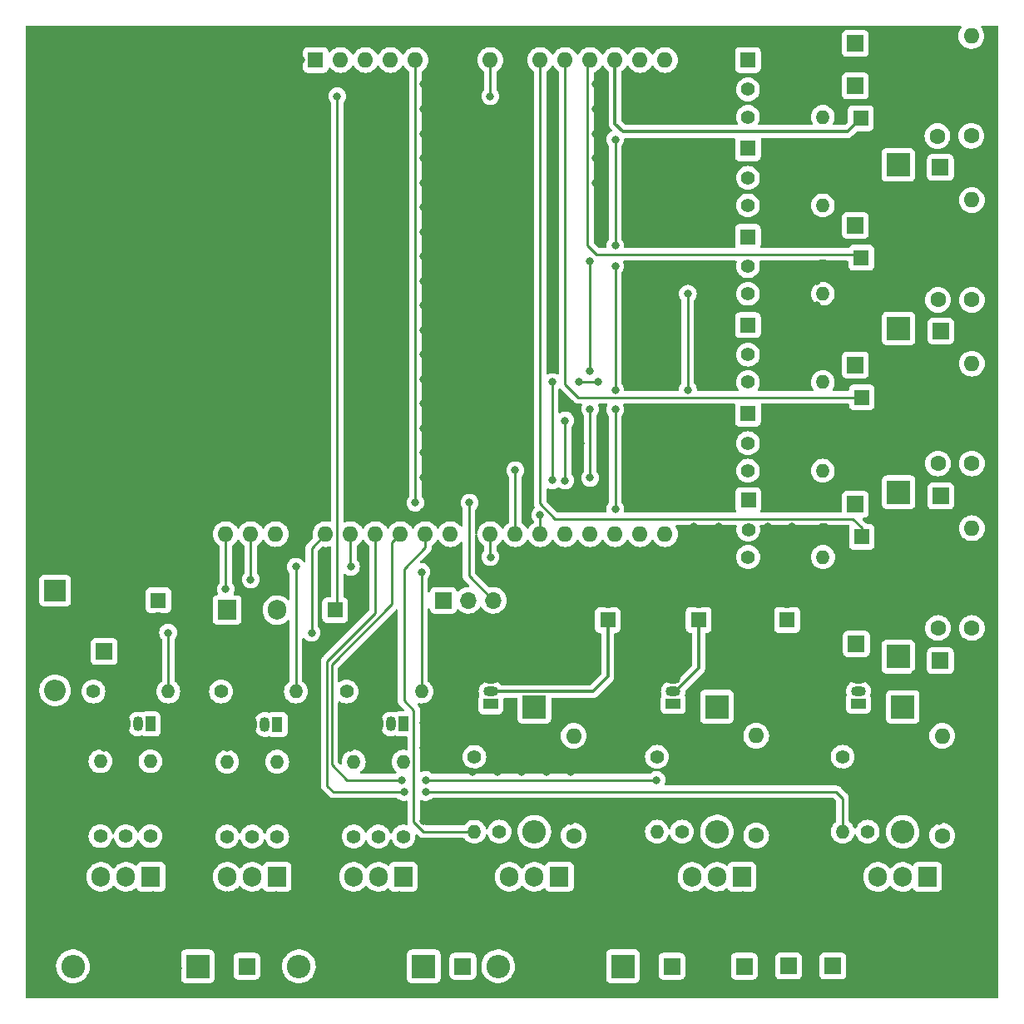
<source format=gbl>
G04 #@! TF.GenerationSoftware,KiCad,Pcbnew,(6.0.7)*
G04 #@! TF.CreationDate,2024-01-18T22:27:59+01:00*
G04 #@! TF.ProjectId,Goobyl_da - Kretskort,476f6f62-796c-4e56-9461-202d204b7265,rev?*
G04 #@! TF.SameCoordinates,Original*
G04 #@! TF.FileFunction,Copper,L2,Bot*
G04 #@! TF.FilePolarity,Positive*
%FSLAX46Y46*%
G04 Gerber Fmt 4.6, Leading zero omitted, Abs format (unit mm)*
G04 Created by KiCad (PCBNEW (6.0.7)) date 2024-01-18 22:27:59*
%MOMM*%
%LPD*%
G01*
G04 APERTURE LIST*
G04 #@! TA.AperFunction,ComponentPad*
%ADD10C,5.700000*%
G04 #@! TD*
G04 #@! TA.AperFunction,ComponentPad*
%ADD11R,1.600000X1.600000*%
G04 #@! TD*
G04 #@! TA.AperFunction,ComponentPad*
%ADD12O,1.600000X1.600000*%
G04 #@! TD*
G04 #@! TA.AperFunction,ComponentPad*
%ADD13C,1.600000*%
G04 #@! TD*
G04 #@! TA.AperFunction,ComponentPad*
%ADD14R,2.400000X2.400000*%
G04 #@! TD*
G04 #@! TA.AperFunction,ComponentPad*
%ADD15O,2.400000X2.400000*%
G04 #@! TD*
G04 #@! TA.AperFunction,ComponentPad*
%ADD16R,2.200000X2.200000*%
G04 #@! TD*
G04 #@! TA.AperFunction,ComponentPad*
%ADD17O,2.200000X2.200000*%
G04 #@! TD*
G04 #@! TA.AperFunction,ComponentPad*
%ADD18R,1.700000X1.700000*%
G04 #@! TD*
G04 #@! TA.AperFunction,ComponentPad*
%ADD19O,1.700000X1.700000*%
G04 #@! TD*
G04 #@! TA.AperFunction,ComponentPad*
%ADD20C,1.400000*%
G04 #@! TD*
G04 #@! TA.AperFunction,ComponentPad*
%ADD21O,1.400000X1.400000*%
G04 #@! TD*
G04 #@! TA.AperFunction,ComponentPad*
%ADD22R,1.905000X2.000000*%
G04 #@! TD*
G04 #@! TA.AperFunction,ComponentPad*
%ADD23O,1.905000X2.000000*%
G04 #@! TD*
G04 #@! TA.AperFunction,ComponentPad*
%ADD24R,1.050000X1.500000*%
G04 #@! TD*
G04 #@! TA.AperFunction,ComponentPad*
%ADD25O,1.050000X1.500000*%
G04 #@! TD*
G04 #@! TA.AperFunction,ComponentPad*
%ADD26R,1.500000X1.050000*%
G04 #@! TD*
G04 #@! TA.AperFunction,ComponentPad*
%ADD27O,1.500000X1.050000*%
G04 #@! TD*
G04 #@! TA.AperFunction,ViaPad*
%ADD28C,0.800000*%
G04 #@! TD*
G04 #@! TA.AperFunction,Conductor*
%ADD29C,0.250000*%
G04 #@! TD*
G04 #@! TA.AperFunction,Conductor*
%ADD30C,0.300000*%
G04 #@! TD*
G04 APERTURE END LIST*
D10*
X95000000Y-63800000D03*
X184000000Y-136000000D03*
X115000000Y-83800000D03*
X154000000Y-83800000D03*
D11*
X119010000Y-45010000D03*
D12*
X121550000Y-45010000D03*
X124090000Y-45010000D03*
X126630000Y-45010000D03*
X129170000Y-45010000D03*
X131710000Y-45010000D03*
X134250000Y-45010000D03*
X136790000Y-45010000D03*
X141870000Y-45010000D03*
X144410000Y-45010000D03*
X146950000Y-45010000D03*
X149490000Y-45010000D03*
X152030000Y-45010000D03*
X154570000Y-45010000D03*
X154570000Y-93270000D03*
X152030000Y-93270000D03*
X149490000Y-93270000D03*
X146950000Y-93270000D03*
X144410000Y-93270000D03*
X141870000Y-93270000D03*
X139330000Y-93270000D03*
X136790000Y-93270000D03*
X132730000Y-93270000D03*
X130190000Y-93270000D03*
X127650000Y-93270000D03*
X125110000Y-93270000D03*
X122570000Y-93270000D03*
X120030000Y-93270000D03*
X117490000Y-93270000D03*
X114950000Y-93270000D03*
X112410000Y-93270000D03*
X109870000Y-93270000D03*
D11*
X148750000Y-102010000D03*
D13*
X148750000Y-100010000D03*
D11*
X158000000Y-102000000D03*
D13*
X158000000Y-100000000D03*
D11*
X167000000Y-102000000D03*
D13*
X167000000Y-100000000D03*
D11*
X103000000Y-100000000D03*
D13*
X103000000Y-102000000D03*
D11*
X121000000Y-101000000D03*
D13*
X123000000Y-101000000D03*
D14*
X150280000Y-137250000D03*
D15*
X137580000Y-137250000D03*
D14*
X107010000Y-137260000D03*
D15*
X94310000Y-137260000D03*
D16*
X92500000Y-99020000D03*
D17*
X92500000Y-109180000D03*
D14*
X141275000Y-110860000D03*
D15*
X141275000Y-123560000D03*
D11*
X163010000Y-45010000D03*
D12*
X170630000Y-45010000D03*
D11*
X163010000Y-54010000D03*
D12*
X170630000Y-54010000D03*
D11*
X163010000Y-63010000D03*
D12*
X170630000Y-63010000D03*
D11*
X163010000Y-72010000D03*
D12*
X170630000Y-72010000D03*
D11*
X163010000Y-81010000D03*
D12*
X170630000Y-81010000D03*
D11*
X163050000Y-89800000D03*
D12*
X170670000Y-89800000D03*
D18*
X132010000Y-100010000D03*
D19*
X134550000Y-100010000D03*
X137090000Y-100010000D03*
X139630000Y-100010000D03*
D20*
X122150000Y-109300000D03*
D21*
X129770000Y-109300000D03*
D20*
X109390000Y-109300000D03*
D21*
X117010000Y-109300000D03*
D20*
X96400000Y-109300000D03*
D21*
X104020000Y-109300000D03*
D20*
X127950000Y-124050000D03*
D21*
X127950000Y-116430000D03*
D20*
X115100000Y-124050000D03*
D21*
X115100000Y-116430000D03*
D20*
X102200000Y-124010000D03*
D21*
X102200000Y-116390000D03*
D20*
X122900000Y-124050000D03*
D21*
X122900000Y-116430000D03*
D20*
X97100000Y-124010000D03*
D21*
X97100000Y-116390000D03*
D20*
X125400000Y-124050000D03*
D21*
X125400000Y-116430000D03*
D20*
X112550000Y-124050000D03*
D21*
X112550000Y-116430000D03*
D20*
X135175000Y-115950000D03*
D21*
X135175000Y-123570000D03*
D13*
X145275000Y-123960000D03*
D12*
X145275000Y-113800000D03*
D20*
X137725000Y-123560000D03*
D21*
X137725000Y-115940000D03*
D20*
X163010000Y-50810000D03*
D21*
X170630000Y-50810000D03*
D20*
X163010000Y-59810000D03*
D21*
X170630000Y-59810000D03*
D20*
X163010000Y-77810000D03*
D21*
X170630000Y-77810000D03*
D20*
X163010000Y-86810000D03*
D21*
X170630000Y-86810000D03*
D20*
X163040000Y-95600000D03*
D21*
X170660000Y-95600000D03*
D20*
X163010000Y-48010000D03*
D21*
X170630000Y-48010000D03*
D20*
X163010000Y-57010000D03*
D21*
X170630000Y-57010000D03*
D20*
X163010000Y-66010000D03*
D21*
X170630000Y-66010000D03*
D20*
X163010000Y-75010000D03*
D21*
X170630000Y-75010000D03*
D20*
X163010000Y-84010000D03*
D21*
X170630000Y-84010000D03*
D20*
X163050000Y-92800000D03*
D21*
X170670000Y-92800000D03*
D22*
X110000000Y-101000000D03*
D23*
X112540000Y-101000000D03*
X115080000Y-101000000D03*
D20*
X110000000Y-124050000D03*
D21*
X110000000Y-116430000D03*
D20*
X99700000Y-124010000D03*
D21*
X99700000Y-116390000D03*
D14*
X130010000Y-137260000D03*
D15*
X117310000Y-137260000D03*
D14*
X178325000Y-105750000D03*
D15*
X178325000Y-93050000D03*
D14*
X178350000Y-89000000D03*
D15*
X178350000Y-76300000D03*
D14*
X178350000Y-72350000D03*
D15*
X178350000Y-59650000D03*
D14*
X178300000Y-55700000D03*
D15*
X178300000Y-43000000D03*
D11*
X174600000Y-93540000D03*
D12*
X174600000Y-101160000D03*
D11*
X174600000Y-79340000D03*
D12*
X174600000Y-86960000D03*
D11*
X174550000Y-65140000D03*
D12*
X174550000Y-72760000D03*
D11*
X174500000Y-50940000D03*
D12*
X174500000Y-58560000D03*
D13*
X185800000Y-102830000D03*
D12*
X185800000Y-92670000D03*
D13*
X182350000Y-102830000D03*
D12*
X182350000Y-92670000D03*
D13*
X185800000Y-86080000D03*
D12*
X185800000Y-75920000D03*
D13*
X182350000Y-86080000D03*
D12*
X182350000Y-75920000D03*
D13*
X182300000Y-52760000D03*
D12*
X182300000Y-42600000D03*
D20*
X163010000Y-68810000D03*
D21*
X170630000Y-68810000D03*
D13*
X185800000Y-69430000D03*
D12*
X185800000Y-59270000D03*
D13*
X182350000Y-69430000D03*
D12*
X182350000Y-59270000D03*
D13*
X185750000Y-52730000D03*
D12*
X185750000Y-42570000D03*
D18*
X155280000Y-137250000D03*
X134000000Y-137250000D03*
X112000000Y-137250000D03*
X97500000Y-105225000D03*
D19*
X97500000Y-102685000D03*
D18*
X162625000Y-137250000D03*
X167150000Y-137225000D03*
X171675000Y-137225000D03*
X182600000Y-106150000D03*
X182650000Y-89400000D03*
X182650000Y-72610000D03*
X182600000Y-55950000D03*
X173950000Y-43350000D03*
X173950000Y-47650000D03*
X173950000Y-61850000D03*
X173950000Y-76050000D03*
X173950000Y-90250000D03*
X174050000Y-104450000D03*
D22*
X102240000Y-128155000D03*
D23*
X99700000Y-128155000D03*
X97160000Y-128155000D03*
D24*
X127950000Y-112600000D03*
D25*
X126680000Y-112600000D03*
X125410000Y-112600000D03*
D14*
X159850000Y-110840000D03*
D15*
X159850000Y-123540000D03*
D24*
X115120000Y-112640000D03*
D25*
X113850000Y-112640000D03*
X112580000Y-112640000D03*
D20*
X153750000Y-115940000D03*
D21*
X153750000Y-123560000D03*
D22*
X162390000Y-128155000D03*
D23*
X159850000Y-128155000D03*
X157310000Y-128155000D03*
D26*
X155410000Y-110545000D03*
D27*
X155410000Y-109275000D03*
X155410000Y-108005000D03*
D26*
X174250000Y-110500000D03*
D27*
X174250000Y-109230000D03*
X174250000Y-107960000D03*
D22*
X127940000Y-128155000D03*
D23*
X125400000Y-128155000D03*
X122860000Y-128155000D03*
D22*
X181290000Y-128160000D03*
D23*
X178750000Y-128160000D03*
X176210000Y-128160000D03*
D26*
X136860000Y-110570000D03*
D27*
X136860000Y-109300000D03*
X136860000Y-108030000D03*
D20*
X175200000Y-123545000D03*
D21*
X175200000Y-115925000D03*
D22*
X143815000Y-128155000D03*
D23*
X141275000Y-128155000D03*
X138735000Y-128155000D03*
D13*
X163850000Y-123940000D03*
D12*
X163850000Y-113780000D03*
D20*
X156300000Y-123550000D03*
D21*
X156300000Y-115930000D03*
D22*
X115090000Y-128155000D03*
D23*
X112550000Y-128155000D03*
X110010000Y-128155000D03*
D20*
X172650000Y-115925000D03*
D21*
X172650000Y-123545000D03*
D13*
X182785000Y-123960000D03*
D12*
X182785000Y-113800000D03*
D24*
X102200000Y-112600000D03*
D25*
X100930000Y-112600000D03*
X99660000Y-112600000D03*
D14*
X178760000Y-110860000D03*
D15*
X178760000Y-123560000D03*
D28*
X117500000Y-45000000D03*
X187500000Y-132500000D03*
X187500000Y-135000000D03*
X175000000Y-137500000D03*
X177500000Y-137500000D03*
X180000000Y-137500000D03*
X172500000Y-132500000D03*
X177500000Y-135000000D03*
X180000000Y-135000000D03*
X115000000Y-87500000D03*
X95000000Y-67500000D03*
X109870000Y-98870000D03*
X122500000Y-140000000D03*
X187500000Y-42500000D03*
X165000000Y-95000000D03*
X142500000Y-42500000D03*
X97500000Y-107500000D03*
X90000000Y-92500000D03*
X100000000Y-77500000D03*
X95000000Y-140000000D03*
X152500000Y-57500000D03*
X187500000Y-110000000D03*
X90000000Y-107500000D03*
X107500000Y-87500000D03*
X90000000Y-82500000D03*
X148000000Y-89000000D03*
X90000000Y-102500000D03*
X117500000Y-67500000D03*
X160000000Y-100000000D03*
X170000000Y-105000000D03*
X90000000Y-62500000D03*
X170000000Y-102500000D03*
X143000000Y-75000000D03*
X110000000Y-77500000D03*
X122500000Y-77500000D03*
X110000000Y-82500000D03*
X175000000Y-85000000D03*
X122500000Y-47500000D03*
X122500000Y-137750000D03*
X125000000Y-52500000D03*
X115000000Y-52500000D03*
X140000000Y-65000000D03*
X97500000Y-60000000D03*
X145000000Y-100000000D03*
X140000000Y-130000000D03*
X160000000Y-95000000D03*
X152500000Y-50000000D03*
X105000000Y-127500000D03*
X130000000Y-57500000D03*
X187500000Y-45000000D03*
X102500000Y-110000000D03*
X167500000Y-87500000D03*
X90000000Y-122500000D03*
X100000000Y-82500000D03*
X92500000Y-92500000D03*
X95000000Y-112500000D03*
X185000000Y-107500000D03*
X117500000Y-122500000D03*
X102500000Y-120000000D03*
X140000000Y-72500000D03*
X180000000Y-65000000D03*
X117500000Y-80000000D03*
X107500000Y-57500000D03*
X102500000Y-42500000D03*
X167500000Y-92500000D03*
X175000000Y-97500000D03*
X155000000Y-140000000D03*
X105000000Y-87500000D03*
X100000000Y-75000000D03*
X117500000Y-65000000D03*
X132500000Y-130000000D03*
X125000000Y-140000000D03*
X132500000Y-55000000D03*
X130000000Y-140000000D03*
X152500000Y-47500000D03*
X107500000Y-62500000D03*
X97500000Y-120000000D03*
X167500000Y-57500000D03*
X140000000Y-137500000D03*
X102500000Y-87500000D03*
X90000000Y-120000000D03*
X172500000Y-70000000D03*
X175000000Y-122000000D03*
X92500000Y-102500000D03*
X180000000Y-102500000D03*
X157500000Y-140000000D03*
X117500000Y-72500000D03*
X120000000Y-57500000D03*
X147500000Y-42500000D03*
X157500000Y-95000000D03*
X127500000Y-65000000D03*
X95000000Y-60000000D03*
X187500000Y-105000000D03*
X95000000Y-117500000D03*
X165000000Y-117500000D03*
X143000000Y-47000000D03*
X137500000Y-87500000D03*
X130000000Y-127500000D03*
X92500000Y-140000000D03*
X92500000Y-72500000D03*
X125000000Y-42500000D03*
X165000000Y-47500000D03*
X127500000Y-140000000D03*
X162000000Y-121000000D03*
X105000000Y-47500000D03*
X112500000Y-65000000D03*
X130000000Y-50000000D03*
X125000000Y-65000000D03*
X187500000Y-65000000D03*
X143000000Y-71000000D03*
X137500000Y-77500000D03*
X97500000Y-67500000D03*
X130000000Y-65000000D03*
X182500000Y-117500000D03*
X170000000Y-67500000D03*
X162500000Y-102500000D03*
X160000000Y-50000000D03*
X117500000Y-87500000D03*
X95000000Y-122500000D03*
X107500000Y-65000000D03*
X145000000Y-132500000D03*
X160000000Y-67500000D03*
X90000000Y-105000000D03*
X157000000Y-121000000D03*
X125000000Y-82500000D03*
X95000000Y-72500000D03*
X115000000Y-42500000D03*
X155000000Y-75000000D03*
X165000000Y-72500000D03*
X102500000Y-52500000D03*
X152500000Y-67500000D03*
X125000000Y-75000000D03*
X90000000Y-47500000D03*
X115000000Y-67500000D03*
X155000000Y-55000000D03*
X140000000Y-42500000D03*
X135000000Y-82500000D03*
X122500000Y-67500000D03*
X110000000Y-80000000D03*
X157500000Y-50000000D03*
X157500000Y-97500000D03*
X182500000Y-95000000D03*
X105000000Y-62500000D03*
X125000000Y-72500000D03*
X90000000Y-100000000D03*
X117500000Y-112500000D03*
X115000000Y-57500000D03*
X187500000Y-95000000D03*
X110000000Y-60000000D03*
X160000000Y-45000000D03*
X105000000Y-52500000D03*
X127500000Y-67500000D03*
X117500000Y-140000000D03*
X105000000Y-137500000D03*
X140000000Y-140000000D03*
X120000000Y-137500000D03*
X160000000Y-82500000D03*
X110000000Y-47500000D03*
X100000000Y-55000000D03*
X187500000Y-57500000D03*
X107500000Y-92500000D03*
X165000000Y-122500000D03*
X117500000Y-55000000D03*
X165000000Y-87500000D03*
X90000000Y-90000000D03*
X182500000Y-47500000D03*
X160000000Y-130000000D03*
X127500000Y-77500000D03*
X97500000Y-97500000D03*
X187500000Y-85000000D03*
X105000000Y-60000000D03*
X90000000Y-52500000D03*
X100000000Y-72500000D03*
X117500000Y-115000000D03*
X165000000Y-82500000D03*
X100000000Y-42500000D03*
X155000000Y-97500000D03*
X102500000Y-60000000D03*
X165000000Y-57500000D03*
X92500000Y-127500000D03*
X97500000Y-52500000D03*
X97500000Y-140000000D03*
X115000000Y-80000000D03*
X152500000Y-130000000D03*
X157500000Y-82500000D03*
X162500000Y-130000000D03*
X155000000Y-57500000D03*
X97500000Y-115000000D03*
X132500000Y-87500000D03*
X130000000Y-85000000D03*
X117500000Y-90000000D03*
X102500000Y-65000000D03*
X112500000Y-90000000D03*
X97500000Y-72500000D03*
X137500000Y-57500000D03*
X187500000Y-62500000D03*
X175000000Y-117500000D03*
X132500000Y-60000000D03*
X180000000Y-67500000D03*
X105000000Y-65000000D03*
X125000000Y-107500000D03*
X122500000Y-75000000D03*
X177500000Y-45000000D03*
X165000000Y-97500000D03*
X110000000Y-52500000D03*
X142500000Y-102500000D03*
X187500000Y-67500000D03*
X110000000Y-140000000D03*
X180000000Y-45000000D03*
X135000000Y-55000000D03*
X132500000Y-67500000D03*
X135000000Y-107500000D03*
X125000000Y-67500000D03*
X140000000Y-82500000D03*
X107500000Y-75000000D03*
X175000000Y-55000000D03*
X122500000Y-42500000D03*
X122500000Y-55000000D03*
X112500000Y-62500000D03*
X120000000Y-90000000D03*
X132500000Y-95000000D03*
X95000000Y-77500000D03*
X95000000Y-50000000D03*
X90000000Y-75000000D03*
X117500000Y-117500000D03*
X95000000Y-100000000D03*
X157500000Y-57500000D03*
X158000000Y-122000000D03*
X125000000Y-80000000D03*
X95000000Y-87500000D03*
X110000000Y-57500000D03*
X95000000Y-75000000D03*
X155000000Y-72500000D03*
X155000000Y-100000000D03*
X152500000Y-140000000D03*
X137500000Y-80000000D03*
X120000000Y-80000000D03*
X117500000Y-60000000D03*
X100000000Y-115000000D03*
X102500000Y-80000000D03*
X105000000Y-122500000D03*
X157500000Y-55000000D03*
X100000000Y-92500000D03*
X92500000Y-42500000D03*
X130000000Y-125000000D03*
X122500000Y-115000000D03*
X102500000Y-67500000D03*
X155000000Y-47500000D03*
X95000000Y-57500000D03*
X143000000Y-66000000D03*
X170000000Y-135000000D03*
X187500000Y-100000000D03*
X100000000Y-47500000D03*
X102500000Y-50000000D03*
X135000000Y-42500000D03*
X167500000Y-75000000D03*
X120000000Y-67500000D03*
X177500000Y-80000000D03*
X107500000Y-77500000D03*
X180000000Y-115000000D03*
X92500000Y-105000000D03*
X92500000Y-85000000D03*
X122500000Y-72500000D03*
X135000000Y-130000000D03*
X140000000Y-132500000D03*
X130000000Y-42500000D03*
X177500000Y-102500000D03*
X132500000Y-52500000D03*
X130000000Y-87500000D03*
X97500000Y-87500000D03*
X132500000Y-47500000D03*
X135000000Y-140000000D03*
X187500000Y-82500000D03*
X132500000Y-80000000D03*
X157500000Y-85000000D03*
X157500000Y-87500000D03*
X127500000Y-80000000D03*
X137500000Y-50000000D03*
X155000000Y-117500000D03*
X165000000Y-90000000D03*
X122500000Y-132500000D03*
X100000000Y-95000000D03*
X187500000Y-80000000D03*
X90000000Y-87500000D03*
X107500000Y-132500000D03*
X132500000Y-82500000D03*
X97500000Y-55000000D03*
X125000000Y-70000000D03*
X142500000Y-130000000D03*
X165000000Y-55000000D03*
X143000000Y-56000000D03*
X105000000Y-135000000D03*
X187500000Y-52500000D03*
X90000000Y-117500000D03*
X92500000Y-90000000D03*
X142500000Y-115000000D03*
X97500000Y-80000000D03*
X102500000Y-75000000D03*
X160000000Y-92500000D03*
X97500000Y-45000000D03*
X145000000Y-117500000D03*
X115000000Y-130000000D03*
X95000000Y-95000000D03*
X137500000Y-42500000D03*
X100000000Y-52500000D03*
X92500000Y-77500000D03*
X155000000Y-95000000D03*
X156000000Y-122000000D03*
X132500000Y-57500000D03*
X97500000Y-122500000D03*
X110000000Y-70000000D03*
X115000000Y-107500000D03*
X172500000Y-95000000D03*
X165000000Y-85000000D03*
X125000000Y-115000000D03*
X137500000Y-60000000D03*
X127500000Y-47500000D03*
X107500000Y-42500000D03*
X112500000Y-67500000D03*
X125000000Y-90000000D03*
X105000000Y-85000000D03*
X117500000Y-75000000D03*
X140000000Y-57500000D03*
X139000000Y-122000000D03*
X100000000Y-87500000D03*
X137500000Y-70000000D03*
X140000000Y-117500000D03*
X122500000Y-62500000D03*
X122500000Y-85000000D03*
X167500000Y-90000000D03*
X167500000Y-85000000D03*
X97500000Y-50000000D03*
X165000000Y-127500000D03*
X107500000Y-95000000D03*
X90000000Y-57500000D03*
X127500000Y-70000000D03*
X127500000Y-55000000D03*
X157500000Y-47500000D03*
X100000000Y-45000000D03*
X90000000Y-132500000D03*
X115000000Y-65000000D03*
X112500000Y-60000000D03*
X105000000Y-132500000D03*
X180000000Y-97500000D03*
X107500000Y-72500000D03*
X182500000Y-120000000D03*
X162500000Y-42500000D03*
X92500000Y-57500000D03*
X130000000Y-77500000D03*
X127500000Y-50000000D03*
X110000000Y-75000000D03*
X125000000Y-85000000D03*
X165000000Y-102500000D03*
X100000000Y-122500000D03*
X95000000Y-132500000D03*
X135000000Y-85000000D03*
X102500000Y-95000000D03*
X97500000Y-85000000D03*
X105000000Y-140000000D03*
X107500000Y-102500000D03*
X187500000Y-97500000D03*
X182500000Y-67500000D03*
X152500000Y-72500000D03*
X155000000Y-87500000D03*
X160000000Y-85000000D03*
X90000000Y-42500000D03*
X112500000Y-107500000D03*
X165000000Y-67500000D03*
X175000000Y-140000000D03*
X167500000Y-47500000D03*
X177500000Y-140000000D03*
X100000000Y-100000000D03*
X132500000Y-75000000D03*
X167500000Y-55000000D03*
X165000000Y-132500000D03*
X97500000Y-132500000D03*
X160000000Y-90000000D03*
X102500000Y-57500000D03*
X95000000Y-82500000D03*
X115000000Y-75000000D03*
X122500000Y-82500000D03*
X175000000Y-70000000D03*
X135000000Y-80000000D03*
X117500000Y-70000000D03*
X120000000Y-60000000D03*
X130000000Y-115000000D03*
X120000000Y-130000000D03*
X160000000Y-87500000D03*
X157500000Y-117500000D03*
X152500000Y-95000000D03*
X115000000Y-55000000D03*
X177500000Y-65000000D03*
X155000000Y-50000000D03*
X97500000Y-95000000D03*
X122500000Y-57500000D03*
X92500000Y-50000000D03*
X145000000Y-122500000D03*
X145000000Y-102500000D03*
X122500000Y-112500000D03*
X92500000Y-47500000D03*
X130000000Y-112500000D03*
X127500000Y-62500000D03*
X117500000Y-125000000D03*
X165000000Y-70000000D03*
X167500000Y-50000000D03*
X120000000Y-135000000D03*
X187500000Y-72500000D03*
X115000000Y-140000000D03*
X140000000Y-55000000D03*
X177500000Y-120000000D03*
X130000000Y-122500000D03*
X182500000Y-82500000D03*
X147500000Y-57500000D03*
X107500000Y-70000000D03*
X160000000Y-47500000D03*
X112500000Y-42500000D03*
X120000000Y-77500000D03*
X177500000Y-50000000D03*
X122500000Y-80000000D03*
X182500000Y-100000000D03*
X135000000Y-60000000D03*
X120000000Y-82500000D03*
X102500000Y-92500000D03*
X107500000Y-97500000D03*
X92500000Y-52500000D03*
X152500000Y-102500000D03*
X107500000Y-67500000D03*
X117500000Y-47500000D03*
X115000000Y-72500000D03*
X102500000Y-45000000D03*
X97500000Y-82500000D03*
X155000000Y-70000000D03*
X170000000Y-70000000D03*
X130000000Y-70000000D03*
X105000000Y-125000000D03*
X107500000Y-90000000D03*
X102500000Y-140000000D03*
X155000000Y-112500000D03*
X150000000Y-97500000D03*
X105000000Y-102500000D03*
X95000000Y-130000000D03*
X137500000Y-72500000D03*
X90000000Y-137500000D03*
X107500000Y-52500000D03*
X127500000Y-85000000D03*
X130000000Y-60000000D03*
X100000000Y-102500000D03*
X120000000Y-62500000D03*
X165000000Y-135000000D03*
X180000000Y-95000000D03*
X120000000Y-132500000D03*
X130000000Y-130000000D03*
X120000000Y-70000000D03*
X185000000Y-90000000D03*
X165000000Y-60000000D03*
X117500000Y-62500000D03*
X112500000Y-72500000D03*
X130000000Y-82500000D03*
X105000000Y-50000000D03*
X145000000Y-137500000D03*
X132500000Y-42500000D03*
X132500000Y-72500000D03*
X107500000Y-82500000D03*
X172500000Y-72500000D03*
X132500000Y-62500000D03*
X105000000Y-72500000D03*
X117500000Y-42500000D03*
X147500000Y-140000000D03*
X160000000Y-72500000D03*
X100000000Y-110000000D03*
X115000000Y-47500000D03*
X115000000Y-60000000D03*
X107500000Y-47500000D03*
X152500000Y-90000000D03*
X147500000Y-50000000D03*
X140000000Y-62500000D03*
X102500000Y-47500000D03*
X167500000Y-60000000D03*
X157500000Y-92500000D03*
X127500000Y-130000000D03*
X177500000Y-115000000D03*
X180000000Y-107500000D03*
X177500000Y-47500000D03*
X170000000Y-130000000D03*
X132500000Y-65000000D03*
X102500000Y-72500000D03*
X92500000Y-87500000D03*
X90000000Y-130000000D03*
X92500000Y-80000000D03*
X102500000Y-97500000D03*
X182500000Y-50000000D03*
X102500000Y-55000000D03*
X167500000Y-97500000D03*
X187500000Y-107500000D03*
X180000000Y-140000000D03*
X160000000Y-62500000D03*
X110000000Y-42500000D03*
X107500000Y-130000000D03*
X90000000Y-110000000D03*
X112500000Y-87500000D03*
X137500000Y-132500000D03*
X110000000Y-115000000D03*
X100000000Y-70000000D03*
X120000000Y-87500000D03*
X100000000Y-97500000D03*
X135000000Y-77500000D03*
X187500000Y-87500000D03*
X107500000Y-50000000D03*
X152500000Y-100000000D03*
X162500000Y-132500000D03*
X167500000Y-95000000D03*
X172500000Y-100000000D03*
X105000000Y-80000000D03*
X152500000Y-55000000D03*
X110000000Y-65000000D03*
X172500000Y-97500000D03*
X120000000Y-42500000D03*
X122500000Y-60000000D03*
X147500000Y-135000000D03*
X107500000Y-55000000D03*
X137500000Y-117500000D03*
X112500000Y-45000000D03*
X122500000Y-107500000D03*
X140000000Y-67500000D03*
X102500000Y-132500000D03*
X105000000Y-130000000D03*
X112500000Y-50000000D03*
X110000000Y-50000000D03*
X187500000Y-77500000D03*
X130000000Y-52500000D03*
X140000000Y-45000000D03*
X155000000Y-102500000D03*
X117500000Y-57500000D03*
X112500000Y-70000000D03*
X125000000Y-60000000D03*
X165000000Y-75000000D03*
X180000000Y-47500000D03*
X127500000Y-72500000D03*
X120000000Y-72500000D03*
X105000000Y-92500000D03*
X152500000Y-75000000D03*
X92500000Y-95000000D03*
X150000000Y-107500000D03*
X137500000Y-55000000D03*
X105000000Y-120000000D03*
X145000000Y-140000000D03*
X155000000Y-90000000D03*
X150000000Y-95000000D03*
X100000000Y-80000000D03*
X110000000Y-45000000D03*
X90000000Y-115000000D03*
X92500000Y-135000000D03*
X142500000Y-140000000D03*
X112500000Y-47500000D03*
X97500000Y-92500000D03*
X102500000Y-90000000D03*
X92500000Y-45000000D03*
X97500000Y-90000000D03*
X120000000Y-55000000D03*
X90000000Y-67500000D03*
X90000000Y-65000000D03*
X110000000Y-62500000D03*
X112500000Y-52500000D03*
X125000000Y-87500000D03*
X102500000Y-85000000D03*
X145000000Y-130000000D03*
X110000000Y-72500000D03*
X138000000Y-121000000D03*
X160000000Y-140000000D03*
X120000000Y-47500000D03*
X140000000Y-97500000D03*
X155000000Y-42500000D03*
X182500000Y-62500000D03*
X127500000Y-42500000D03*
X120000000Y-140000000D03*
X102500000Y-135000000D03*
X90000000Y-77500000D03*
X100000000Y-67500000D03*
X167500000Y-62500000D03*
X147500000Y-97500000D03*
X105000000Y-82500000D03*
X152500000Y-87500000D03*
X165000000Y-100000000D03*
X137500000Y-130000000D03*
X140000000Y-135000000D03*
X117500000Y-77500000D03*
X100000000Y-65000000D03*
X157500000Y-42500000D03*
X172500000Y-117500000D03*
X157500000Y-62500000D03*
X142500000Y-100000000D03*
X125000000Y-137750000D03*
X112500000Y-55000000D03*
X90000000Y-112500000D03*
X187500000Y-47500000D03*
X117500000Y-95000000D03*
X162500000Y-107500000D03*
X130000000Y-91000000D03*
X95000000Y-115000000D03*
X165000000Y-130000000D03*
X105000000Y-55000000D03*
X148000000Y-84000000D03*
X90000000Y-70000000D03*
X165000000Y-50000000D03*
X157500000Y-67500000D03*
X167500000Y-42500000D03*
X155000000Y-62500000D03*
X122500000Y-135000000D03*
X160000000Y-57500000D03*
X120000000Y-52500000D03*
X182500000Y-122500000D03*
X165000000Y-77500000D03*
X105000000Y-67500000D03*
X115000000Y-120000000D03*
X170000000Y-132500000D03*
X130000000Y-67500000D03*
X110000000Y-112500000D03*
X92500000Y-70000000D03*
X167500000Y-140000000D03*
X97500000Y-47500000D03*
X117500000Y-127500000D03*
X132500000Y-77500000D03*
X172500000Y-140000000D03*
X100000000Y-107500000D03*
X135000000Y-70000000D03*
X182500000Y-140000000D03*
X95000000Y-97500000D03*
X162500000Y-140000000D03*
X105000000Y-57500000D03*
X105000000Y-90000000D03*
X152500000Y-97500000D03*
X110000000Y-87500000D03*
X135000000Y-117500000D03*
X102500000Y-70000000D03*
X120000000Y-85000000D03*
X132500000Y-102500000D03*
X140000000Y-115000000D03*
X117500000Y-132500000D03*
X107500000Y-85000000D03*
X135000000Y-87500000D03*
X97500000Y-112500000D03*
X95000000Y-92500000D03*
X160000000Y-107500000D03*
X105000000Y-97500000D03*
X162500000Y-117500000D03*
X135000000Y-52500000D03*
X95000000Y-135000000D03*
X102500000Y-107500000D03*
X172500000Y-82500000D03*
X92500000Y-55000000D03*
X105000000Y-75000000D03*
X95000000Y-110000000D03*
X145000000Y-42500000D03*
X177500000Y-67500000D03*
X140000000Y-107500000D03*
X135000000Y-72500000D03*
X117500000Y-120000000D03*
X162500000Y-122500000D03*
X165000000Y-92500000D03*
X122500000Y-65000000D03*
X185000000Y-57500000D03*
X125000000Y-50000000D03*
X105000000Y-45000000D03*
X100000000Y-57500000D03*
X92500000Y-67500000D03*
X137500000Y-67500000D03*
X143000000Y-60000000D03*
X90000000Y-85000000D03*
X95000000Y-52500000D03*
X105000000Y-42500000D03*
X187500000Y-90000000D03*
X152500000Y-42500000D03*
X107500000Y-140000000D03*
X90000000Y-60000000D03*
X160000000Y-121000000D03*
X100000000Y-137500000D03*
X130000000Y-75000000D03*
X135000000Y-122000000D03*
X130000000Y-72500000D03*
X95000000Y-70000000D03*
X180000000Y-80000000D03*
X110000000Y-67500000D03*
X170000000Y-42500000D03*
X90000000Y-45000000D03*
X135000000Y-65000000D03*
X95000000Y-55000000D03*
X160000000Y-55000000D03*
X115000000Y-50000000D03*
X97500000Y-130000000D03*
X112500000Y-75000000D03*
X95000000Y-90000000D03*
X97500000Y-70000000D03*
X105000000Y-112500000D03*
X140000000Y-70000000D03*
X95000000Y-102500000D03*
X100000000Y-62500000D03*
X167500000Y-45000000D03*
X142500000Y-117500000D03*
X92500000Y-75000000D03*
X112500000Y-77500000D03*
X112500000Y-80000000D03*
X127500000Y-52500000D03*
X105000000Y-77500000D03*
X133000000Y-91000000D03*
X100000000Y-85000000D03*
X145000000Y-135000000D03*
X115000000Y-77500000D03*
X167500000Y-67500000D03*
X120000000Y-75000000D03*
X100000000Y-90000000D03*
X105000000Y-117500000D03*
X137500000Y-85000000D03*
X140000000Y-80000000D03*
X127500000Y-82500000D03*
X130000000Y-47500000D03*
X130000000Y-55000000D03*
X130000000Y-62500000D03*
X112500000Y-115000000D03*
X143000000Y-51000000D03*
X90000000Y-72500000D03*
X125000000Y-47500000D03*
X142500000Y-135000000D03*
X92500000Y-82500000D03*
X162500000Y-97500000D03*
X102500000Y-137500000D03*
X137500000Y-65000000D03*
X160000000Y-70000000D03*
X182500000Y-65000000D03*
X90000000Y-50000000D03*
X105000000Y-70000000D03*
X90000000Y-55000000D03*
X140000000Y-50000000D03*
X132500000Y-50000000D03*
X165000000Y-42500000D03*
X140000000Y-47500000D03*
X92500000Y-132500000D03*
X95000000Y-80000000D03*
X147500000Y-137500000D03*
X115000000Y-45000000D03*
X110000000Y-135000000D03*
X120000000Y-65000000D03*
X95000000Y-85000000D03*
X95000000Y-47500000D03*
X110000000Y-55000000D03*
X137000000Y-122000000D03*
X150000000Y-140000000D03*
X177500000Y-95000000D03*
X110000000Y-130000000D03*
X187500000Y-60000000D03*
X140000000Y-85000000D03*
X107500000Y-60000000D03*
X165000000Y-140000000D03*
X135000000Y-62500000D03*
X135000000Y-67500000D03*
X157500000Y-90000000D03*
X187500000Y-55000000D03*
X97500000Y-57500000D03*
X110000000Y-90000000D03*
X107500000Y-45000000D03*
X175000000Y-120000000D03*
X157500000Y-45000000D03*
X135000000Y-75000000D03*
X115000000Y-137750000D03*
X165000000Y-45000000D03*
X132500000Y-70000000D03*
X97500000Y-42500000D03*
X157500000Y-137500000D03*
X147500000Y-52500000D03*
X147500000Y-55000000D03*
X147500000Y-47500000D03*
X160000000Y-115000000D03*
X187500000Y-137500000D03*
X90000000Y-127500000D03*
X185000000Y-140000000D03*
X115000000Y-90000000D03*
X140000000Y-60000000D03*
X167500000Y-70000000D03*
X162500000Y-100000000D03*
X180000000Y-120000000D03*
X135000000Y-57500000D03*
X117500000Y-52500000D03*
X117500000Y-50000000D03*
X90000000Y-135000000D03*
X102500000Y-130000000D03*
X147500000Y-95000000D03*
X140000000Y-52500000D03*
X170000000Y-82500000D03*
X137500000Y-82500000D03*
X177000000Y-122000000D03*
X155000000Y-67500000D03*
X115000000Y-62500000D03*
X137500000Y-97500000D03*
X102500000Y-62500000D03*
X160000000Y-42500000D03*
X150000000Y-42500000D03*
X180000000Y-62500000D03*
X167500000Y-77500000D03*
X127500000Y-87500000D03*
X92500000Y-130000000D03*
X100000000Y-60000000D03*
X125000000Y-135000000D03*
X127500000Y-57500000D03*
X97500000Y-77500000D03*
X135000000Y-102500000D03*
X90000000Y-80000000D03*
X125000000Y-77500000D03*
X117500000Y-130000000D03*
X100000000Y-140000000D03*
X132500000Y-140000000D03*
X137500000Y-75000000D03*
X182500000Y-77500000D03*
X112500000Y-57500000D03*
X172500000Y-107500000D03*
X187500000Y-75000000D03*
X187500000Y-102500000D03*
X135000000Y-50000000D03*
X182500000Y-45000000D03*
X177500000Y-117500000D03*
X105000000Y-95000000D03*
X95000000Y-42500000D03*
X125000000Y-55000000D03*
X167500000Y-82500000D03*
X142500000Y-107500000D03*
X142500000Y-97500000D03*
X170000000Y-140000000D03*
X180000000Y-50000000D03*
X145000000Y-97500000D03*
X152500000Y-62500000D03*
X97500000Y-75000000D03*
X127500000Y-60000000D03*
X165000000Y-62500000D03*
X185000000Y-72500000D03*
X142500000Y-132500000D03*
X160000000Y-97500000D03*
X145000000Y-80000000D03*
X97500000Y-100000000D03*
X127500000Y-75000000D03*
X140000000Y-77500000D03*
X102500000Y-77500000D03*
X146000000Y-84000000D03*
X90000000Y-95000000D03*
X160000000Y-75000000D03*
X136000000Y-121000000D03*
X152500000Y-70000000D03*
X122500000Y-50000000D03*
X160000000Y-137500000D03*
X122500000Y-87500000D03*
X160000000Y-117500000D03*
X140000000Y-75000000D03*
X135000000Y-47500000D03*
X92500000Y-60000000D03*
X182500000Y-97500000D03*
X152500000Y-107500000D03*
X137500000Y-90000000D03*
X115000000Y-95000000D03*
X137500000Y-140000000D03*
X115000000Y-110000000D03*
X110000000Y-85000000D03*
X177500000Y-62500000D03*
X157500000Y-130000000D03*
X132500000Y-85000000D03*
X180000000Y-77500000D03*
X167500000Y-72500000D03*
X95000000Y-45000000D03*
X122500000Y-70000000D03*
X110000000Y-107500000D03*
X127500000Y-137750000D03*
X137500000Y-62500000D03*
X130000000Y-80000000D03*
X112500000Y-140000000D03*
X107500000Y-80000000D03*
X100000000Y-50000000D03*
X115000000Y-70000000D03*
X137500000Y-52500000D03*
X151000000Y-89000000D03*
X125000000Y-62500000D03*
X187500000Y-50000000D03*
X120000000Y-50000000D03*
X122500000Y-90000000D03*
X137500000Y-102500000D03*
X90000000Y-125000000D03*
X180000000Y-82500000D03*
X172500000Y-85000000D03*
X102500000Y-82500000D03*
X140000000Y-102500000D03*
X127500000Y-90000000D03*
X95000000Y-120000000D03*
X142500000Y-137500000D03*
X122500000Y-52500000D03*
X182500000Y-80000000D03*
X122500000Y-130000000D03*
X90000000Y-97500000D03*
X180000000Y-117500000D03*
X125000000Y-57500000D03*
X187500000Y-140000000D03*
X110000000Y-132500000D03*
X90000000Y-140000000D03*
X112410000Y-97890000D03*
X104000000Y-103300000D03*
X118600000Y-103300000D03*
X122600000Y-96600000D03*
X117000000Y-96600000D03*
X130200000Y-119500000D03*
X128000000Y-119500000D03*
X153700000Y-118300000D03*
X127800000Y-118300000D03*
X130200000Y-118300000D03*
X121210000Y-48710000D03*
X136790000Y-48710000D03*
X129770000Y-97130000D03*
X136800000Y-95600000D03*
X139330000Y-86770000D03*
X129170000Y-90070000D03*
X134670000Y-90070000D03*
X145800000Y-77800000D03*
X147800000Y-77800000D03*
X141870000Y-91330000D03*
X143100000Y-87800000D03*
X143100000Y-77800000D03*
X144410000Y-87810000D03*
X156900000Y-68800000D03*
X144410000Y-81710000D03*
X156900000Y-78600000D03*
X146950000Y-76650000D03*
X146950000Y-80550000D03*
X146950000Y-87550000D03*
X146900000Y-65500000D03*
X149500000Y-66000000D03*
X149500000Y-53100000D03*
X149500000Y-63900000D03*
X149500000Y-80600000D03*
X149500000Y-90700000D03*
X149500000Y-78600000D03*
D29*
X109870000Y-93270000D02*
X109870000Y-98870000D01*
X112410000Y-93270000D02*
X112410000Y-97890000D01*
X104000000Y-103300000D02*
X104020000Y-103320000D01*
X104020000Y-103320000D02*
X104020000Y-109300000D01*
X118600000Y-94700000D02*
X118600000Y-103300000D01*
X120030000Y-93270000D02*
X118600000Y-94700000D01*
D30*
X150300000Y-52300000D02*
X149490000Y-51490000D01*
X149490000Y-51490000D02*
X149490000Y-45010000D01*
X174500000Y-50940000D02*
X173140000Y-52300000D01*
X173140000Y-52300000D02*
X150300000Y-52300000D01*
D29*
X117000000Y-96600000D02*
X117010000Y-96610000D01*
X117010000Y-109300000D02*
X117010000Y-96610000D01*
X122600000Y-96600000D02*
X122570000Y-96570000D01*
X122570000Y-96570000D02*
X122570000Y-93270000D01*
X146950000Y-45010000D02*
X146700000Y-45260000D01*
X174210000Y-64800000D02*
X174550000Y-65140000D01*
X146700000Y-63900000D02*
X147600000Y-64800000D01*
X146700000Y-45260000D02*
X146700000Y-63900000D01*
X147600000Y-64800000D02*
X174210000Y-64800000D01*
X172000000Y-119500000D02*
X172650000Y-120150000D01*
X172000000Y-119500000D02*
X172500000Y-120000000D01*
X130200000Y-119500000D02*
X172000000Y-119500000D01*
X172650000Y-120150000D02*
X172650000Y-123545000D01*
X120200000Y-106200000D02*
X120200000Y-118900000D01*
X125110000Y-101290000D02*
X120200000Y-106200000D01*
X120800000Y-119500000D02*
X128000000Y-119500000D01*
X120200000Y-118900000D02*
X120800000Y-119500000D01*
X125110000Y-93270000D02*
X125110000Y-101290000D01*
X145740000Y-79340000D02*
X144410000Y-78010000D01*
X144410000Y-78010000D02*
X144410000Y-45010000D01*
X174600000Y-79340000D02*
X145740000Y-79340000D01*
X120650000Y-116750000D02*
X120650000Y-106550000D01*
X130200000Y-118300000D02*
X153700000Y-118300000D01*
X122200000Y-118300000D02*
X120650000Y-116750000D01*
X126800000Y-100400000D02*
X126800000Y-94120000D01*
X126800000Y-94120000D02*
X127650000Y-93270000D01*
X120650000Y-106550000D02*
X126800000Y-100400000D01*
X127800000Y-118300000D02*
X122200000Y-118300000D01*
X174600000Y-92600000D02*
X174600000Y-93540000D01*
X141870000Y-45010000D02*
X141870000Y-90170000D01*
X141870000Y-90170000D02*
X143400000Y-91700000D01*
X173700000Y-91700000D02*
X174600000Y-92600000D01*
X143400000Y-91700000D02*
X173700000Y-91700000D01*
X129970000Y-123570000D02*
X129000000Y-122600000D01*
X128000000Y-96800000D02*
X130190000Y-94610000D01*
X129000000Y-111200000D02*
X128000000Y-110200000D01*
X129000000Y-122600000D02*
X129000000Y-111200000D01*
X130190000Y-94610000D02*
X130190000Y-93270000D01*
X135175000Y-123570000D02*
X129970000Y-123570000D01*
X128000000Y-110200000D02*
X128000000Y-96800000D01*
X121210000Y-100790000D02*
X121000000Y-101000000D01*
X121210000Y-48710000D02*
X121210000Y-100790000D01*
X136790000Y-45010000D02*
X136790000Y-48710000D01*
X129770000Y-109300000D02*
X129770000Y-97130000D01*
X136790000Y-93270000D02*
X136790000Y-95590000D01*
X136790000Y-95590000D02*
X136800000Y-95600000D01*
X139330000Y-93270000D02*
X139330000Y-86770000D01*
X137090000Y-100010000D02*
X134600000Y-97520000D01*
X134600000Y-90140000D02*
X134670000Y-90070000D01*
X134600000Y-97520000D02*
X134600000Y-90140000D01*
X129170000Y-45010000D02*
X129170000Y-90070000D01*
X145800000Y-77800000D02*
X147800000Y-77800000D01*
X141870000Y-93270000D02*
X141870000Y-91330000D01*
X143100000Y-87800000D02*
X143100000Y-77800000D01*
X144410000Y-87810000D02*
X144410000Y-81710000D01*
X156900000Y-78600000D02*
X156900000Y-68800000D01*
X146950000Y-87550000D02*
X146950000Y-80550000D01*
X146900000Y-76600000D02*
X146900000Y-65500000D01*
X146950000Y-76650000D02*
X146900000Y-76600000D01*
X149500000Y-66000000D02*
X149500000Y-78600000D01*
X149500000Y-63900000D02*
X149500000Y-53100000D01*
X149500000Y-90700000D02*
X149500000Y-80600000D01*
D30*
X136860000Y-109300000D02*
X147225000Y-109300000D01*
X148750000Y-107775000D02*
X148750000Y-102010000D01*
X147225000Y-109300000D02*
X148750000Y-107775000D01*
X158000000Y-106910000D02*
X158000000Y-102000000D01*
X155410000Y-109275000D02*
X155635000Y-109275000D01*
X155635000Y-109275000D02*
X158000000Y-106910000D01*
G04 #@! TA.AperFunction,Conductor*
G36*
X184716203Y-41538502D02*
G01*
X184762696Y-41592158D01*
X184772800Y-41662432D01*
X184745080Y-41724422D01*
X184743802Y-41725700D01*
X184612477Y-41913251D01*
X184610154Y-41918233D01*
X184610151Y-41918238D01*
X184518039Y-42115775D01*
X184515716Y-42120757D01*
X184514294Y-42126065D01*
X184514293Y-42126067D01*
X184509510Y-42143919D01*
X184456457Y-42341913D01*
X184436502Y-42570000D01*
X184456457Y-42798087D01*
X184515716Y-43019243D01*
X184518039Y-43024224D01*
X184518039Y-43024225D01*
X184610151Y-43221762D01*
X184610154Y-43221767D01*
X184612477Y-43226749D01*
X184743802Y-43414300D01*
X184905700Y-43576198D01*
X184910208Y-43579355D01*
X184910211Y-43579357D01*
X184988389Y-43634098D01*
X185093251Y-43707523D01*
X185098233Y-43709846D01*
X185098238Y-43709849D01*
X185239492Y-43775716D01*
X185300757Y-43804284D01*
X185306065Y-43805706D01*
X185306067Y-43805707D01*
X185516598Y-43862119D01*
X185516600Y-43862119D01*
X185521913Y-43863543D01*
X185750000Y-43883498D01*
X185978087Y-43863543D01*
X185983400Y-43862119D01*
X185983402Y-43862119D01*
X186193933Y-43805707D01*
X186193935Y-43805706D01*
X186199243Y-43804284D01*
X186260508Y-43775716D01*
X186401762Y-43709849D01*
X186401767Y-43709846D01*
X186406749Y-43707523D01*
X186511611Y-43634098D01*
X186589789Y-43579357D01*
X186589792Y-43579355D01*
X186594300Y-43576198D01*
X186756198Y-43414300D01*
X186887523Y-43226749D01*
X186889846Y-43221767D01*
X186889849Y-43221762D01*
X186981961Y-43024225D01*
X186981961Y-43024224D01*
X186984284Y-43019243D01*
X187043543Y-42798087D01*
X187063498Y-42570000D01*
X187043543Y-42341913D01*
X186990490Y-42143919D01*
X186985707Y-42126067D01*
X186985706Y-42126065D01*
X186984284Y-42120757D01*
X186981961Y-42115775D01*
X186889849Y-41918238D01*
X186889846Y-41918233D01*
X186887523Y-41913251D01*
X186756198Y-41725700D01*
X186754938Y-41724440D01*
X186726932Y-41660456D01*
X186738147Y-41590351D01*
X186785483Y-41537438D01*
X186851918Y-41518500D01*
X188375500Y-41518500D01*
X188443621Y-41538502D01*
X188490114Y-41592158D01*
X188501500Y-41644500D01*
X188501500Y-140375500D01*
X188481498Y-140443621D01*
X188427842Y-140490114D01*
X188375500Y-140501500D01*
X89644500Y-140501500D01*
X89576379Y-140481498D01*
X89529886Y-140427842D01*
X89518500Y-140375500D01*
X89518500Y-137215151D01*
X92597296Y-137215151D01*
X92597520Y-137219817D01*
X92597520Y-137219822D01*
X92598970Y-137250000D01*
X92609480Y-137468798D01*
X92659021Y-137717857D01*
X92660600Y-137722255D01*
X92660602Y-137722262D01*
X92705022Y-137845980D01*
X92744831Y-137956858D01*
X92747048Y-137960984D01*
X92861665Y-138174297D01*
X92865025Y-138180551D01*
X92867820Y-138184294D01*
X92867822Y-138184297D01*
X93014171Y-138380282D01*
X93014176Y-138380288D01*
X93016963Y-138384020D01*
X93020272Y-138387300D01*
X93020277Y-138387306D01*
X93193990Y-138559509D01*
X93197307Y-138562797D01*
X93201069Y-138565555D01*
X93201072Y-138565558D01*
X93382106Y-138698297D01*
X93402094Y-138712953D01*
X93406229Y-138715129D01*
X93406233Y-138715131D01*
X93505282Y-138767243D01*
X93626827Y-138831191D01*
X93741218Y-138871138D01*
X93834654Y-138903767D01*
X93866568Y-138914912D01*
X94116050Y-138962278D01*
X94236532Y-138967011D01*
X94365125Y-138972064D01*
X94365130Y-138972064D01*
X94369793Y-138972247D01*
X94468774Y-138961407D01*
X94617569Y-138945112D01*
X94617575Y-138945111D01*
X94622222Y-138944602D01*
X94660205Y-138934602D01*
X94863273Y-138881138D01*
X94867793Y-138879948D01*
X95039725Y-138806081D01*
X95096807Y-138781557D01*
X95096810Y-138781555D01*
X95101110Y-138779708D01*
X95105090Y-138777245D01*
X95105094Y-138777243D01*
X95313064Y-138648547D01*
X95313066Y-138648545D01*
X95317047Y-138646082D01*
X95328860Y-138636082D01*
X95479999Y-138508134D01*
X105301500Y-138508134D01*
X105308255Y-138570316D01*
X105359385Y-138706705D01*
X105446739Y-138823261D01*
X105563295Y-138910615D01*
X105699684Y-138961745D01*
X105761866Y-138968500D01*
X108258134Y-138968500D01*
X108320316Y-138961745D01*
X108456705Y-138910615D01*
X108573261Y-138823261D01*
X108660615Y-138706705D01*
X108711745Y-138570316D01*
X108718500Y-138508134D01*
X108718500Y-138148134D01*
X110641500Y-138148134D01*
X110648255Y-138210316D01*
X110699385Y-138346705D01*
X110786739Y-138463261D01*
X110903295Y-138550615D01*
X111039684Y-138601745D01*
X111101866Y-138608500D01*
X112898134Y-138608500D01*
X112960316Y-138601745D01*
X113096705Y-138550615D01*
X113213261Y-138463261D01*
X113300615Y-138346705D01*
X113351745Y-138210316D01*
X113358500Y-138148134D01*
X113358500Y-137215151D01*
X115597296Y-137215151D01*
X115597520Y-137219817D01*
X115597520Y-137219822D01*
X115598970Y-137250000D01*
X115609480Y-137468798D01*
X115659021Y-137717857D01*
X115660600Y-137722255D01*
X115660602Y-137722262D01*
X115705022Y-137845980D01*
X115744831Y-137956858D01*
X115747048Y-137960984D01*
X115861665Y-138174297D01*
X115865025Y-138180551D01*
X115867820Y-138184294D01*
X115867822Y-138184297D01*
X116014171Y-138380282D01*
X116014176Y-138380288D01*
X116016963Y-138384020D01*
X116020272Y-138387300D01*
X116020277Y-138387306D01*
X116193990Y-138559509D01*
X116197307Y-138562797D01*
X116201069Y-138565555D01*
X116201072Y-138565558D01*
X116382106Y-138698297D01*
X116402094Y-138712953D01*
X116406229Y-138715129D01*
X116406233Y-138715131D01*
X116505282Y-138767243D01*
X116626827Y-138831191D01*
X116741218Y-138871138D01*
X116834654Y-138903767D01*
X116866568Y-138914912D01*
X117116050Y-138962278D01*
X117236532Y-138967011D01*
X117365125Y-138972064D01*
X117365130Y-138972064D01*
X117369793Y-138972247D01*
X117468774Y-138961407D01*
X117617569Y-138945112D01*
X117617575Y-138945111D01*
X117622222Y-138944602D01*
X117660205Y-138934602D01*
X117863273Y-138881138D01*
X117867793Y-138879948D01*
X118039725Y-138806081D01*
X118096807Y-138781557D01*
X118096810Y-138781555D01*
X118101110Y-138779708D01*
X118105090Y-138777245D01*
X118105094Y-138777243D01*
X118313064Y-138648547D01*
X118313066Y-138648545D01*
X118317047Y-138646082D01*
X118328860Y-138636082D01*
X118479999Y-138508134D01*
X128301500Y-138508134D01*
X128308255Y-138570316D01*
X128359385Y-138706705D01*
X128446739Y-138823261D01*
X128563295Y-138910615D01*
X128699684Y-138961745D01*
X128761866Y-138968500D01*
X131258134Y-138968500D01*
X131320316Y-138961745D01*
X131456705Y-138910615D01*
X131573261Y-138823261D01*
X131660615Y-138706705D01*
X131711745Y-138570316D01*
X131718500Y-138508134D01*
X131718500Y-138148134D01*
X132641500Y-138148134D01*
X132648255Y-138210316D01*
X132699385Y-138346705D01*
X132786739Y-138463261D01*
X132903295Y-138550615D01*
X133039684Y-138601745D01*
X133101866Y-138608500D01*
X134898134Y-138608500D01*
X134960316Y-138601745D01*
X135096705Y-138550615D01*
X135213261Y-138463261D01*
X135300615Y-138346705D01*
X135351745Y-138210316D01*
X135358500Y-138148134D01*
X135358500Y-137205151D01*
X135867296Y-137205151D01*
X135867520Y-137209817D01*
X135867520Y-137209822D01*
X135870082Y-137263160D01*
X135879480Y-137458798D01*
X135929021Y-137707857D01*
X135930600Y-137712255D01*
X135930602Y-137712262D01*
X136013248Y-137942449D01*
X136014831Y-137946858D01*
X136017048Y-137950984D01*
X136085034Y-138077512D01*
X136135025Y-138170551D01*
X136137820Y-138174294D01*
X136137822Y-138174297D01*
X136284171Y-138370282D01*
X136284176Y-138370288D01*
X136286963Y-138374020D01*
X136290272Y-138377300D01*
X136290277Y-138377306D01*
X136463990Y-138549509D01*
X136467307Y-138552797D01*
X136471069Y-138555555D01*
X136471072Y-138555558D01*
X136652106Y-138688297D01*
X136672094Y-138702953D01*
X136676229Y-138705129D01*
X136676233Y-138705131D01*
X136794289Y-138767243D01*
X136896827Y-138821191D01*
X137136568Y-138904912D01*
X137386050Y-138952278D01*
X137506532Y-138957011D01*
X137635125Y-138962064D01*
X137635130Y-138962064D01*
X137639793Y-138962247D01*
X137738774Y-138951407D01*
X137887569Y-138935112D01*
X137887575Y-138935111D01*
X137892222Y-138934602D01*
X138001680Y-138905784D01*
X138133273Y-138871138D01*
X138137793Y-138869948D01*
X138286449Y-138806081D01*
X138366807Y-138771557D01*
X138366810Y-138771555D01*
X138371110Y-138769708D01*
X138375090Y-138767245D01*
X138375094Y-138767243D01*
X138583064Y-138638547D01*
X138583066Y-138638545D01*
X138587047Y-138636082D01*
X138627608Y-138601745D01*
X138749999Y-138498134D01*
X148571500Y-138498134D01*
X148578255Y-138560316D01*
X148629385Y-138696705D01*
X148716739Y-138813261D01*
X148833295Y-138900615D01*
X148969684Y-138951745D01*
X149031866Y-138958500D01*
X151528134Y-138958500D01*
X151590316Y-138951745D01*
X151726705Y-138900615D01*
X151843261Y-138813261D01*
X151930615Y-138696705D01*
X151981745Y-138560316D01*
X151988500Y-138498134D01*
X151988500Y-138148134D01*
X153921500Y-138148134D01*
X153928255Y-138210316D01*
X153979385Y-138346705D01*
X154066739Y-138463261D01*
X154183295Y-138550615D01*
X154319684Y-138601745D01*
X154381866Y-138608500D01*
X156178134Y-138608500D01*
X156240316Y-138601745D01*
X156376705Y-138550615D01*
X156493261Y-138463261D01*
X156580615Y-138346705D01*
X156631745Y-138210316D01*
X156638500Y-138148134D01*
X161266500Y-138148134D01*
X161273255Y-138210316D01*
X161324385Y-138346705D01*
X161411739Y-138463261D01*
X161528295Y-138550615D01*
X161664684Y-138601745D01*
X161726866Y-138608500D01*
X163523134Y-138608500D01*
X163585316Y-138601745D01*
X163721705Y-138550615D01*
X163838261Y-138463261D01*
X163925615Y-138346705D01*
X163976745Y-138210316D01*
X163983500Y-138148134D01*
X163983500Y-138123134D01*
X165791500Y-138123134D01*
X165798255Y-138185316D01*
X165849385Y-138321705D01*
X165936739Y-138438261D01*
X166053295Y-138525615D01*
X166189684Y-138576745D01*
X166251866Y-138583500D01*
X168048134Y-138583500D01*
X168110316Y-138576745D01*
X168246705Y-138525615D01*
X168363261Y-138438261D01*
X168450615Y-138321705D01*
X168501745Y-138185316D01*
X168508500Y-138123134D01*
X170316500Y-138123134D01*
X170323255Y-138185316D01*
X170374385Y-138321705D01*
X170461739Y-138438261D01*
X170578295Y-138525615D01*
X170714684Y-138576745D01*
X170776866Y-138583500D01*
X172573134Y-138583500D01*
X172635316Y-138576745D01*
X172771705Y-138525615D01*
X172888261Y-138438261D01*
X172975615Y-138321705D01*
X173026745Y-138185316D01*
X173033500Y-138123134D01*
X173033500Y-136326866D01*
X173026745Y-136264684D01*
X172975615Y-136128295D01*
X172888261Y-136011739D01*
X172771705Y-135924385D01*
X172635316Y-135873255D01*
X172573134Y-135866500D01*
X170776866Y-135866500D01*
X170714684Y-135873255D01*
X170578295Y-135924385D01*
X170461739Y-136011739D01*
X170374385Y-136128295D01*
X170323255Y-136264684D01*
X170316500Y-136326866D01*
X170316500Y-138123134D01*
X168508500Y-138123134D01*
X168508500Y-136326866D01*
X168501745Y-136264684D01*
X168450615Y-136128295D01*
X168363261Y-136011739D01*
X168246705Y-135924385D01*
X168110316Y-135873255D01*
X168048134Y-135866500D01*
X166251866Y-135866500D01*
X166189684Y-135873255D01*
X166053295Y-135924385D01*
X165936739Y-136011739D01*
X165849385Y-136128295D01*
X165798255Y-136264684D01*
X165791500Y-136326866D01*
X165791500Y-138123134D01*
X163983500Y-138123134D01*
X163983500Y-136351866D01*
X163976745Y-136289684D01*
X163925615Y-136153295D01*
X163838261Y-136036739D01*
X163721705Y-135949385D01*
X163585316Y-135898255D01*
X163523134Y-135891500D01*
X161726866Y-135891500D01*
X161664684Y-135898255D01*
X161528295Y-135949385D01*
X161411739Y-136036739D01*
X161324385Y-136153295D01*
X161273255Y-136289684D01*
X161266500Y-136351866D01*
X161266500Y-138148134D01*
X156638500Y-138148134D01*
X156638500Y-136351866D01*
X156631745Y-136289684D01*
X156580615Y-136153295D01*
X156493261Y-136036739D01*
X156376705Y-135949385D01*
X156240316Y-135898255D01*
X156178134Y-135891500D01*
X154381866Y-135891500D01*
X154319684Y-135898255D01*
X154183295Y-135949385D01*
X154066739Y-136036739D01*
X153979385Y-136153295D01*
X153928255Y-136289684D01*
X153921500Y-136351866D01*
X153921500Y-138148134D01*
X151988500Y-138148134D01*
X151988500Y-136001866D01*
X151981745Y-135939684D01*
X151930615Y-135803295D01*
X151843261Y-135686739D01*
X151726705Y-135599385D01*
X151590316Y-135548255D01*
X151528134Y-135541500D01*
X149031866Y-135541500D01*
X148969684Y-135548255D01*
X148833295Y-135599385D01*
X148716739Y-135686739D01*
X148629385Y-135803295D01*
X148578255Y-135939684D01*
X148571500Y-136001866D01*
X148571500Y-138498134D01*
X138749999Y-138498134D01*
X138777289Y-138475031D01*
X138777291Y-138475029D01*
X138780862Y-138472006D01*
X138948295Y-138281084D01*
X138989056Y-138217715D01*
X139079237Y-138077512D01*
X139085669Y-138067512D01*
X139189967Y-137835980D01*
X139258896Y-137591575D01*
X139289671Y-137349667D01*
X139290545Y-137342798D01*
X139290545Y-137342792D01*
X139290943Y-137339667D01*
X139293291Y-137250000D01*
X139274472Y-136996759D01*
X139218428Y-136749082D01*
X139130280Y-136522409D01*
X139128084Y-136516762D01*
X139128083Y-136516760D01*
X139126391Y-136512409D01*
X139105866Y-136476498D01*
X139002702Y-136295997D01*
X139002700Y-136295995D01*
X139000383Y-136291940D01*
X138843171Y-136092517D01*
X138696742Y-135954771D01*
X138661610Y-135921722D01*
X138661608Y-135921720D01*
X138658209Y-135918523D01*
X138583218Y-135866500D01*
X138453393Y-135776437D01*
X138453390Y-135776435D01*
X138449561Y-135773779D01*
X138445384Y-135771719D01*
X138445377Y-135771715D01*
X138225996Y-135663528D01*
X138225992Y-135663527D01*
X138221810Y-135661464D01*
X137979960Y-135584047D01*
X137975355Y-135583297D01*
X137733935Y-135543980D01*
X137733934Y-135543980D01*
X137729323Y-135543229D01*
X137602364Y-135541567D01*
X137480083Y-135539966D01*
X137480080Y-135539966D01*
X137475406Y-135539905D01*
X137223787Y-135574149D01*
X136979993Y-135645208D01*
X136975740Y-135647168D01*
X136975739Y-135647169D01*
X136947818Y-135660041D01*
X136749380Y-135751522D01*
X136734128Y-135761522D01*
X136540928Y-135888189D01*
X136540923Y-135888193D01*
X136537015Y-135890755D01*
X136474857Y-135946233D01*
X136407493Y-136006358D01*
X136347562Y-136059848D01*
X136185183Y-136255087D01*
X136053447Y-136472182D01*
X136051638Y-136476496D01*
X136051637Y-136476498D01*
X136049254Y-136482182D01*
X135955246Y-136706365D01*
X135954095Y-136710897D01*
X135954094Y-136710900D01*
X135940700Y-136763639D01*
X135892738Y-136952490D01*
X135867296Y-137205151D01*
X135358500Y-137205151D01*
X135358500Y-136351866D01*
X135351745Y-136289684D01*
X135300615Y-136153295D01*
X135213261Y-136036739D01*
X135096705Y-135949385D01*
X134960316Y-135898255D01*
X134898134Y-135891500D01*
X133101866Y-135891500D01*
X133039684Y-135898255D01*
X132903295Y-135949385D01*
X132786739Y-136036739D01*
X132699385Y-136153295D01*
X132648255Y-136289684D01*
X132641500Y-136351866D01*
X132641500Y-138148134D01*
X131718500Y-138148134D01*
X131718500Y-136011866D01*
X131711745Y-135949684D01*
X131660615Y-135813295D01*
X131573261Y-135696739D01*
X131456705Y-135609385D01*
X131320316Y-135558255D01*
X131258134Y-135551500D01*
X128761866Y-135551500D01*
X128699684Y-135558255D01*
X128563295Y-135609385D01*
X128446739Y-135696739D01*
X128359385Y-135813295D01*
X128308255Y-135949684D01*
X128301500Y-136011866D01*
X128301500Y-138508134D01*
X118479999Y-138508134D01*
X118507289Y-138485031D01*
X118507291Y-138485029D01*
X118510862Y-138482006D01*
X118678295Y-138291084D01*
X118684728Y-138281084D01*
X118813141Y-138081442D01*
X118815669Y-138077512D01*
X118919967Y-137845980D01*
X118988896Y-137601575D01*
X119020943Y-137349667D01*
X119023291Y-137260000D01*
X119004472Y-137006759D01*
X119002210Y-136996759D01*
X118949459Y-136763639D01*
X118948428Y-136759082D01*
X118946735Y-136754728D01*
X118858084Y-136526762D01*
X118858083Y-136526760D01*
X118856391Y-136522409D01*
X118854073Y-136518353D01*
X118732702Y-136305997D01*
X118732700Y-136305995D01*
X118730383Y-136301940D01*
X118573171Y-136102517D01*
X118473195Y-136008469D01*
X118391610Y-135931722D01*
X118391608Y-135931720D01*
X118388209Y-135928523D01*
X118352675Y-135903872D01*
X118183393Y-135786437D01*
X118183390Y-135786435D01*
X118179561Y-135783779D01*
X118175384Y-135781719D01*
X118175377Y-135781715D01*
X117955996Y-135673528D01*
X117955992Y-135673527D01*
X117951810Y-135671464D01*
X117709960Y-135594047D01*
X117705355Y-135593297D01*
X117463935Y-135553980D01*
X117463934Y-135553980D01*
X117459323Y-135553229D01*
X117332365Y-135551567D01*
X117210083Y-135549966D01*
X117210080Y-135549966D01*
X117205406Y-135549905D01*
X116953787Y-135584149D01*
X116949301Y-135585457D01*
X116949299Y-135585457D01*
X116922401Y-135593297D01*
X116709993Y-135655208D01*
X116705740Y-135657168D01*
X116705739Y-135657169D01*
X116677818Y-135670041D01*
X116479380Y-135761522D01*
X116475471Y-135764085D01*
X116270928Y-135898189D01*
X116270923Y-135898193D01*
X116267015Y-135900755D01*
X116216061Y-135946233D01*
X116084734Y-136063447D01*
X116077562Y-136069848D01*
X115915183Y-136265087D01*
X115783447Y-136482182D01*
X115781638Y-136486496D01*
X115781637Y-136486498D01*
X115687538Y-136710900D01*
X115685246Y-136716365D01*
X115684095Y-136720897D01*
X115684094Y-136720900D01*
X115675503Y-136754728D01*
X115622738Y-136962490D01*
X115597296Y-137215151D01*
X113358500Y-137215151D01*
X113358500Y-136351866D01*
X113351745Y-136289684D01*
X113300615Y-136153295D01*
X113213261Y-136036739D01*
X113096705Y-135949385D01*
X112960316Y-135898255D01*
X112898134Y-135891500D01*
X111101866Y-135891500D01*
X111039684Y-135898255D01*
X110903295Y-135949385D01*
X110786739Y-136036739D01*
X110699385Y-136153295D01*
X110648255Y-136289684D01*
X110641500Y-136351866D01*
X110641500Y-138148134D01*
X108718500Y-138148134D01*
X108718500Y-136011866D01*
X108711745Y-135949684D01*
X108660615Y-135813295D01*
X108573261Y-135696739D01*
X108456705Y-135609385D01*
X108320316Y-135558255D01*
X108258134Y-135551500D01*
X105761866Y-135551500D01*
X105699684Y-135558255D01*
X105563295Y-135609385D01*
X105446739Y-135696739D01*
X105359385Y-135813295D01*
X105308255Y-135949684D01*
X105301500Y-136011866D01*
X105301500Y-138508134D01*
X95479999Y-138508134D01*
X95507289Y-138485031D01*
X95507291Y-138485029D01*
X95510862Y-138482006D01*
X95678295Y-138291084D01*
X95684728Y-138281084D01*
X95813141Y-138081442D01*
X95815669Y-138077512D01*
X95919967Y-137845980D01*
X95988896Y-137601575D01*
X96020943Y-137349667D01*
X96023291Y-137260000D01*
X96004472Y-137006759D01*
X96002210Y-136996759D01*
X95949459Y-136763639D01*
X95948428Y-136759082D01*
X95946735Y-136754728D01*
X95858084Y-136526762D01*
X95858083Y-136526760D01*
X95856391Y-136522409D01*
X95854073Y-136518353D01*
X95732702Y-136305997D01*
X95732700Y-136305995D01*
X95730383Y-136301940D01*
X95573171Y-136102517D01*
X95473195Y-136008469D01*
X95391610Y-135931722D01*
X95391608Y-135931720D01*
X95388209Y-135928523D01*
X95352675Y-135903872D01*
X95183393Y-135786437D01*
X95183390Y-135786435D01*
X95179561Y-135783779D01*
X95175384Y-135781719D01*
X95175377Y-135781715D01*
X94955996Y-135673528D01*
X94955992Y-135673527D01*
X94951810Y-135671464D01*
X94709960Y-135594047D01*
X94705355Y-135593297D01*
X94463935Y-135553980D01*
X94463934Y-135553980D01*
X94459323Y-135553229D01*
X94332365Y-135551567D01*
X94210083Y-135549966D01*
X94210080Y-135549966D01*
X94205406Y-135549905D01*
X93953787Y-135584149D01*
X93949301Y-135585457D01*
X93949299Y-135585457D01*
X93922401Y-135593297D01*
X93709993Y-135655208D01*
X93705740Y-135657168D01*
X93705739Y-135657169D01*
X93677818Y-135670041D01*
X93479380Y-135761522D01*
X93475471Y-135764085D01*
X93270928Y-135898189D01*
X93270923Y-135898193D01*
X93267015Y-135900755D01*
X93216061Y-135946233D01*
X93084734Y-136063447D01*
X93077562Y-136069848D01*
X92915183Y-136265087D01*
X92783447Y-136482182D01*
X92781638Y-136486496D01*
X92781637Y-136486498D01*
X92687538Y-136710900D01*
X92685246Y-136716365D01*
X92684095Y-136720897D01*
X92684094Y-136720900D01*
X92675503Y-136754728D01*
X92622738Y-136962490D01*
X92597296Y-137215151D01*
X89518500Y-137215151D01*
X89518500Y-128263402D01*
X95699000Y-128263402D01*
X95699212Y-128265975D01*
X95699212Y-128265986D01*
X95707513Y-128366946D01*
X95713678Y-128441937D01*
X95772206Y-128674944D01*
X95868003Y-128895263D01*
X95894638Y-128936434D01*
X95992755Y-129088099D01*
X95998498Y-129096977D01*
X96160186Y-129274670D01*
X96197042Y-129303777D01*
X96344670Y-129420367D01*
X96344675Y-129420370D01*
X96348724Y-129423568D01*
X96353240Y-129426061D01*
X96353243Y-129426063D01*
X96554526Y-129537177D01*
X96554530Y-129537179D01*
X96559050Y-129539674D01*
X96563919Y-129541398D01*
X96563923Y-129541400D01*
X96780640Y-129618144D01*
X96780644Y-129618145D01*
X96785515Y-129619870D01*
X96790608Y-129620777D01*
X96790611Y-129620778D01*
X97016948Y-129661095D01*
X97016954Y-129661096D01*
X97022037Y-129662001D01*
X97109400Y-129663068D01*
X97257093Y-129664873D01*
X97257095Y-129664873D01*
X97262263Y-129664936D01*
X97499744Y-129628596D01*
X97611997Y-129591906D01*
X97723183Y-129555566D01*
X97723189Y-129555563D01*
X97728101Y-129553958D01*
X97732687Y-129551571D01*
X97732691Y-129551569D01*
X97936607Y-129445416D01*
X97941200Y-129443025D01*
X98036060Y-129371802D01*
X98129185Y-129301882D01*
X98129188Y-129301880D01*
X98133320Y-129298777D01*
X98299301Y-129125088D01*
X98324535Y-129088097D01*
X98379444Y-129043096D01*
X98449968Y-129034925D01*
X98513716Y-129066179D01*
X98534411Y-129090660D01*
X98538498Y-129096977D01*
X98700186Y-129274670D01*
X98737042Y-129303777D01*
X98884670Y-129420367D01*
X98884675Y-129420370D01*
X98888724Y-129423568D01*
X98893240Y-129426061D01*
X98893243Y-129426063D01*
X99094526Y-129537177D01*
X99094530Y-129537179D01*
X99099050Y-129539674D01*
X99103919Y-129541398D01*
X99103923Y-129541400D01*
X99320640Y-129618144D01*
X99320644Y-129618145D01*
X99325515Y-129619870D01*
X99330608Y-129620777D01*
X99330611Y-129620778D01*
X99556948Y-129661095D01*
X99556954Y-129661096D01*
X99562037Y-129662001D01*
X99649400Y-129663068D01*
X99797093Y-129664873D01*
X99797095Y-129664873D01*
X99802263Y-129664936D01*
X100039744Y-129628596D01*
X100151997Y-129591906D01*
X100263183Y-129555566D01*
X100263189Y-129555563D01*
X100268101Y-129553958D01*
X100272687Y-129551571D01*
X100272691Y-129551569D01*
X100476607Y-129445416D01*
X100481200Y-129443025D01*
X100636283Y-129326585D01*
X100702765Y-129301680D01*
X100772161Y-129316672D01*
X100822435Y-129366802D01*
X100829915Y-129383115D01*
X100831790Y-129388115D01*
X100836885Y-129401705D01*
X100924239Y-129518261D01*
X101040795Y-129605615D01*
X101177184Y-129656745D01*
X101239366Y-129663500D01*
X103240634Y-129663500D01*
X103302816Y-129656745D01*
X103439205Y-129605615D01*
X103555761Y-129518261D01*
X103643115Y-129401705D01*
X103694245Y-129265316D01*
X103701000Y-129203134D01*
X103701000Y-128263402D01*
X108549000Y-128263402D01*
X108549212Y-128265975D01*
X108549212Y-128265986D01*
X108557513Y-128366946D01*
X108563678Y-128441937D01*
X108622206Y-128674944D01*
X108718003Y-128895263D01*
X108744638Y-128936434D01*
X108842755Y-129088099D01*
X108848498Y-129096977D01*
X109010186Y-129274670D01*
X109047042Y-129303777D01*
X109194670Y-129420367D01*
X109194675Y-129420370D01*
X109198724Y-129423568D01*
X109203240Y-129426061D01*
X109203243Y-129426063D01*
X109404526Y-129537177D01*
X109404530Y-129537179D01*
X109409050Y-129539674D01*
X109413919Y-129541398D01*
X109413923Y-129541400D01*
X109630640Y-129618144D01*
X109630644Y-129618145D01*
X109635515Y-129619870D01*
X109640608Y-129620777D01*
X109640611Y-129620778D01*
X109866948Y-129661095D01*
X109866954Y-129661096D01*
X109872037Y-129662001D01*
X109959400Y-129663068D01*
X110107093Y-129664873D01*
X110107095Y-129664873D01*
X110112263Y-129664936D01*
X110349744Y-129628596D01*
X110461997Y-129591906D01*
X110573183Y-129555566D01*
X110573189Y-129555563D01*
X110578101Y-129553958D01*
X110582687Y-129551571D01*
X110582691Y-129551569D01*
X110786607Y-129445416D01*
X110791200Y-129443025D01*
X110886060Y-129371802D01*
X110979185Y-129301882D01*
X110979188Y-129301880D01*
X110983320Y-129298777D01*
X111149301Y-129125088D01*
X111174535Y-129088097D01*
X111229444Y-129043096D01*
X111299968Y-129034925D01*
X111363716Y-129066179D01*
X111384411Y-129090660D01*
X111388498Y-129096977D01*
X111550186Y-129274670D01*
X111587042Y-129303777D01*
X111734670Y-129420367D01*
X111734675Y-129420370D01*
X111738724Y-129423568D01*
X111743240Y-129426061D01*
X111743243Y-129426063D01*
X111944526Y-129537177D01*
X111944530Y-129537179D01*
X111949050Y-129539674D01*
X111953919Y-129541398D01*
X111953923Y-129541400D01*
X112170640Y-129618144D01*
X112170644Y-129618145D01*
X112175515Y-129619870D01*
X112180608Y-129620777D01*
X112180611Y-129620778D01*
X112406948Y-129661095D01*
X112406954Y-129661096D01*
X112412037Y-129662001D01*
X112499400Y-129663068D01*
X112647093Y-129664873D01*
X112647095Y-129664873D01*
X112652263Y-129664936D01*
X112889744Y-129628596D01*
X113001997Y-129591906D01*
X113113183Y-129555566D01*
X113113189Y-129555563D01*
X113118101Y-129553958D01*
X113122687Y-129551571D01*
X113122691Y-129551569D01*
X113326607Y-129445416D01*
X113331200Y-129443025D01*
X113486283Y-129326585D01*
X113552765Y-129301680D01*
X113622161Y-129316672D01*
X113672435Y-129366802D01*
X113679915Y-129383115D01*
X113681790Y-129388115D01*
X113686885Y-129401705D01*
X113774239Y-129518261D01*
X113890795Y-129605615D01*
X114027184Y-129656745D01*
X114089366Y-129663500D01*
X116090634Y-129663500D01*
X116152816Y-129656745D01*
X116289205Y-129605615D01*
X116405761Y-129518261D01*
X116493115Y-129401705D01*
X116544245Y-129265316D01*
X116551000Y-129203134D01*
X116551000Y-128263402D01*
X121399000Y-128263402D01*
X121399212Y-128265975D01*
X121399212Y-128265986D01*
X121407513Y-128366946D01*
X121413678Y-128441937D01*
X121472206Y-128674944D01*
X121568003Y-128895263D01*
X121594638Y-128936434D01*
X121692755Y-129088099D01*
X121698498Y-129096977D01*
X121860186Y-129274670D01*
X121897042Y-129303777D01*
X122044670Y-129420367D01*
X122044675Y-129420370D01*
X122048724Y-129423568D01*
X122053240Y-129426061D01*
X122053243Y-129426063D01*
X122254526Y-129537177D01*
X122254530Y-129537179D01*
X122259050Y-129539674D01*
X122263919Y-129541398D01*
X122263923Y-129541400D01*
X122480640Y-129618144D01*
X122480644Y-129618145D01*
X122485515Y-129619870D01*
X122490608Y-129620777D01*
X122490611Y-129620778D01*
X122716948Y-129661095D01*
X122716954Y-129661096D01*
X122722037Y-129662001D01*
X122809400Y-129663068D01*
X122957093Y-129664873D01*
X122957095Y-129664873D01*
X122962263Y-129664936D01*
X123199744Y-129628596D01*
X123311997Y-129591906D01*
X123423183Y-129555566D01*
X123423189Y-129555563D01*
X123428101Y-129553958D01*
X123432687Y-129551571D01*
X123432691Y-129551569D01*
X123636607Y-129445416D01*
X123641200Y-129443025D01*
X123736060Y-129371802D01*
X123829185Y-129301882D01*
X123829188Y-129301880D01*
X123833320Y-129298777D01*
X123999301Y-129125088D01*
X124024535Y-129088097D01*
X124079444Y-129043096D01*
X124149968Y-129034925D01*
X124213716Y-129066179D01*
X124234411Y-129090660D01*
X124238498Y-129096977D01*
X124400186Y-129274670D01*
X124437042Y-129303777D01*
X124584670Y-129420367D01*
X124584675Y-129420370D01*
X124588724Y-129423568D01*
X124593240Y-129426061D01*
X124593243Y-129426063D01*
X124794526Y-129537177D01*
X124794530Y-129537179D01*
X124799050Y-129539674D01*
X124803919Y-129541398D01*
X124803923Y-129541400D01*
X125020640Y-129618144D01*
X125020644Y-129618145D01*
X125025515Y-129619870D01*
X125030608Y-129620777D01*
X125030611Y-129620778D01*
X125256948Y-129661095D01*
X125256954Y-129661096D01*
X125262037Y-129662001D01*
X125349400Y-129663068D01*
X125497093Y-129664873D01*
X125497095Y-129664873D01*
X125502263Y-129664936D01*
X125739744Y-129628596D01*
X125851997Y-129591906D01*
X125963183Y-129555566D01*
X125963189Y-129555563D01*
X125968101Y-129553958D01*
X125972687Y-129551571D01*
X125972691Y-129551569D01*
X126176607Y-129445416D01*
X126181200Y-129443025D01*
X126336283Y-129326585D01*
X126402765Y-129301680D01*
X126472161Y-129316672D01*
X126522435Y-129366802D01*
X126529915Y-129383115D01*
X126531790Y-129388115D01*
X126536885Y-129401705D01*
X126624239Y-129518261D01*
X126740795Y-129605615D01*
X126877184Y-129656745D01*
X126939366Y-129663500D01*
X128940634Y-129663500D01*
X129002816Y-129656745D01*
X129139205Y-129605615D01*
X129255761Y-129518261D01*
X129343115Y-129401705D01*
X129394245Y-129265316D01*
X129401000Y-129203134D01*
X129401000Y-128263402D01*
X137274000Y-128263402D01*
X137274212Y-128265975D01*
X137274212Y-128265986D01*
X137282513Y-128366946D01*
X137288678Y-128441937D01*
X137347206Y-128674944D01*
X137443003Y-128895263D01*
X137469638Y-128936434D01*
X137567755Y-129088099D01*
X137573498Y-129096977D01*
X137735186Y-129274670D01*
X137772042Y-129303777D01*
X137919670Y-129420367D01*
X137919675Y-129420370D01*
X137923724Y-129423568D01*
X137928240Y-129426061D01*
X137928243Y-129426063D01*
X138129526Y-129537177D01*
X138129530Y-129537179D01*
X138134050Y-129539674D01*
X138138919Y-129541398D01*
X138138923Y-129541400D01*
X138355640Y-129618144D01*
X138355644Y-129618145D01*
X138360515Y-129619870D01*
X138365608Y-129620777D01*
X138365611Y-129620778D01*
X138591948Y-129661095D01*
X138591954Y-129661096D01*
X138597037Y-129662001D01*
X138684400Y-129663068D01*
X138832093Y-129664873D01*
X138832095Y-129664873D01*
X138837263Y-129664936D01*
X139074744Y-129628596D01*
X139186997Y-129591906D01*
X139298183Y-129555566D01*
X139298189Y-129555563D01*
X139303101Y-129553958D01*
X139307687Y-129551571D01*
X139307691Y-129551569D01*
X139511607Y-129445416D01*
X139516200Y-129443025D01*
X139611060Y-129371802D01*
X139704185Y-129301882D01*
X139704188Y-129301880D01*
X139708320Y-129298777D01*
X139874301Y-129125088D01*
X139899535Y-129088097D01*
X139954444Y-129043096D01*
X140024968Y-129034925D01*
X140088716Y-129066179D01*
X140109411Y-129090660D01*
X140113498Y-129096977D01*
X140275186Y-129274670D01*
X140312042Y-129303777D01*
X140459670Y-129420367D01*
X140459675Y-129420370D01*
X140463724Y-129423568D01*
X140468240Y-129426061D01*
X140468243Y-129426063D01*
X140669526Y-129537177D01*
X140669530Y-129537179D01*
X140674050Y-129539674D01*
X140678919Y-129541398D01*
X140678923Y-129541400D01*
X140895640Y-129618144D01*
X140895644Y-129618145D01*
X140900515Y-129619870D01*
X140905608Y-129620777D01*
X140905611Y-129620778D01*
X141131948Y-129661095D01*
X141131954Y-129661096D01*
X141137037Y-129662001D01*
X141224400Y-129663068D01*
X141372093Y-129664873D01*
X141372095Y-129664873D01*
X141377263Y-129664936D01*
X141614744Y-129628596D01*
X141726997Y-129591906D01*
X141838183Y-129555566D01*
X141838189Y-129555563D01*
X141843101Y-129553958D01*
X141847687Y-129551571D01*
X141847691Y-129551569D01*
X142051607Y-129445416D01*
X142056200Y-129443025D01*
X142211283Y-129326585D01*
X142277765Y-129301680D01*
X142347161Y-129316672D01*
X142397435Y-129366802D01*
X142404915Y-129383115D01*
X142406790Y-129388115D01*
X142411885Y-129401705D01*
X142499239Y-129518261D01*
X142615795Y-129605615D01*
X142752184Y-129656745D01*
X142814366Y-129663500D01*
X144815634Y-129663500D01*
X144877816Y-129656745D01*
X145014205Y-129605615D01*
X145130761Y-129518261D01*
X145218115Y-129401705D01*
X145269245Y-129265316D01*
X145276000Y-129203134D01*
X145276000Y-128263402D01*
X155849000Y-128263402D01*
X155849212Y-128265975D01*
X155849212Y-128265986D01*
X155857513Y-128366946D01*
X155863678Y-128441937D01*
X155922206Y-128674944D01*
X156018003Y-128895263D01*
X156044638Y-128936434D01*
X156142755Y-129088099D01*
X156148498Y-129096977D01*
X156310186Y-129274670D01*
X156347042Y-129303777D01*
X156494670Y-129420367D01*
X156494675Y-129420370D01*
X156498724Y-129423568D01*
X156503240Y-129426061D01*
X156503243Y-129426063D01*
X156704526Y-129537177D01*
X156704530Y-129537179D01*
X156709050Y-129539674D01*
X156713919Y-129541398D01*
X156713923Y-129541400D01*
X156930640Y-129618144D01*
X156930644Y-129618145D01*
X156935515Y-129619870D01*
X156940608Y-129620777D01*
X156940611Y-129620778D01*
X157166948Y-129661095D01*
X157166954Y-129661096D01*
X157172037Y-129662001D01*
X157259400Y-129663068D01*
X157407093Y-129664873D01*
X157407095Y-129664873D01*
X157412263Y-129664936D01*
X157649744Y-129628596D01*
X157761997Y-129591906D01*
X157873183Y-129555566D01*
X157873189Y-129555563D01*
X157878101Y-129553958D01*
X157882687Y-129551571D01*
X157882691Y-129551569D01*
X158086607Y-129445416D01*
X158091200Y-129443025D01*
X158186060Y-129371802D01*
X158279185Y-129301882D01*
X158279188Y-129301880D01*
X158283320Y-129298777D01*
X158449301Y-129125088D01*
X158474535Y-129088097D01*
X158529444Y-129043096D01*
X158599968Y-129034925D01*
X158663716Y-129066179D01*
X158684411Y-129090660D01*
X158688498Y-129096977D01*
X158850186Y-129274670D01*
X158887042Y-129303777D01*
X159034670Y-129420367D01*
X159034675Y-129420370D01*
X159038724Y-129423568D01*
X159043240Y-129426061D01*
X159043243Y-129426063D01*
X159244526Y-129537177D01*
X159244530Y-129537179D01*
X159249050Y-129539674D01*
X159253919Y-129541398D01*
X159253923Y-129541400D01*
X159470640Y-129618144D01*
X159470644Y-129618145D01*
X159475515Y-129619870D01*
X159480608Y-129620777D01*
X159480611Y-129620778D01*
X159706948Y-129661095D01*
X159706954Y-129661096D01*
X159712037Y-129662001D01*
X159799400Y-129663068D01*
X159947093Y-129664873D01*
X159947095Y-129664873D01*
X159952263Y-129664936D01*
X160189744Y-129628596D01*
X160301997Y-129591906D01*
X160413183Y-129555566D01*
X160413189Y-129555563D01*
X160418101Y-129553958D01*
X160422687Y-129551571D01*
X160422691Y-129551569D01*
X160626607Y-129445416D01*
X160631200Y-129443025D01*
X160786283Y-129326585D01*
X160852765Y-129301680D01*
X160922161Y-129316672D01*
X160972435Y-129366802D01*
X160979915Y-129383115D01*
X160981790Y-129388115D01*
X160986885Y-129401705D01*
X161074239Y-129518261D01*
X161190795Y-129605615D01*
X161327184Y-129656745D01*
X161389366Y-129663500D01*
X163390634Y-129663500D01*
X163452816Y-129656745D01*
X163589205Y-129605615D01*
X163705761Y-129518261D01*
X163793115Y-129401705D01*
X163844245Y-129265316D01*
X163851000Y-129203134D01*
X163851000Y-128268402D01*
X174749000Y-128268402D01*
X174763678Y-128446937D01*
X174822206Y-128679944D01*
X174918003Y-128900263D01*
X175002885Y-129031470D01*
X175042755Y-129093099D01*
X175048498Y-129101977D01*
X175210186Y-129279670D01*
X175257039Y-129316672D01*
X175394670Y-129425367D01*
X175394675Y-129425370D01*
X175398724Y-129428568D01*
X175403240Y-129431061D01*
X175403243Y-129431063D01*
X175604526Y-129542177D01*
X175604530Y-129542179D01*
X175609050Y-129544674D01*
X175613919Y-129546398D01*
X175613923Y-129546400D01*
X175830640Y-129623144D01*
X175830644Y-129623145D01*
X175835515Y-129624870D01*
X175840608Y-129625777D01*
X175840611Y-129625778D01*
X176066948Y-129666095D01*
X176066954Y-129666096D01*
X176072037Y-129667001D01*
X176159400Y-129668068D01*
X176307093Y-129669873D01*
X176307095Y-129669873D01*
X176312263Y-129669936D01*
X176549744Y-129633596D01*
X176661997Y-129596906D01*
X176773183Y-129560566D01*
X176773189Y-129560563D01*
X176778101Y-129558958D01*
X176782687Y-129556571D01*
X176782691Y-129556569D01*
X176986607Y-129450416D01*
X176991200Y-129448025D01*
X177077652Y-129383115D01*
X177179185Y-129306882D01*
X177179188Y-129306880D01*
X177183320Y-129303777D01*
X177349301Y-129130088D01*
X177374535Y-129093097D01*
X177429444Y-129048096D01*
X177499968Y-129039925D01*
X177563716Y-129071179D01*
X177584411Y-129095660D01*
X177588498Y-129101977D01*
X177750186Y-129279670D01*
X177797039Y-129316672D01*
X177934670Y-129425367D01*
X177934675Y-129425370D01*
X177938724Y-129428568D01*
X177943240Y-129431061D01*
X177943243Y-129431063D01*
X178144526Y-129542177D01*
X178144530Y-129542179D01*
X178149050Y-129544674D01*
X178153919Y-129546398D01*
X178153923Y-129546400D01*
X178370640Y-129623144D01*
X178370644Y-129623145D01*
X178375515Y-129624870D01*
X178380608Y-129625777D01*
X178380611Y-129625778D01*
X178606948Y-129666095D01*
X178606954Y-129666096D01*
X178612037Y-129667001D01*
X178699400Y-129668068D01*
X178847093Y-129669873D01*
X178847095Y-129669873D01*
X178852263Y-129669936D01*
X179089744Y-129633596D01*
X179201997Y-129596906D01*
X179313183Y-129560566D01*
X179313189Y-129560563D01*
X179318101Y-129558958D01*
X179322687Y-129556571D01*
X179322691Y-129556569D01*
X179526607Y-129450416D01*
X179531200Y-129448025D01*
X179686283Y-129331585D01*
X179752765Y-129306680D01*
X179822161Y-129321672D01*
X179872435Y-129371802D01*
X179879915Y-129388115D01*
X179883731Y-129398293D01*
X179886885Y-129406705D01*
X179974239Y-129523261D01*
X180090795Y-129610615D01*
X180227184Y-129661745D01*
X180289366Y-129668500D01*
X182290634Y-129668500D01*
X182352816Y-129661745D01*
X182489205Y-129610615D01*
X182605761Y-129523261D01*
X182693115Y-129406705D01*
X182744245Y-129270316D01*
X182751000Y-129208134D01*
X182751000Y-127111866D01*
X182744245Y-127049684D01*
X182693115Y-126913295D01*
X182605761Y-126796739D01*
X182489205Y-126709385D01*
X182352816Y-126658255D01*
X182290634Y-126651500D01*
X180289366Y-126651500D01*
X180227184Y-126658255D01*
X180090795Y-126709385D01*
X179974239Y-126796739D01*
X179886885Y-126913295D01*
X179879427Y-126933189D01*
X179836787Y-126989953D01*
X179770226Y-127014654D01*
X179700877Y-126999447D01*
X179683353Y-126987842D01*
X179565330Y-126894633D01*
X179565325Y-126894630D01*
X179561276Y-126891432D01*
X179556760Y-126888939D01*
X179556757Y-126888937D01*
X179355474Y-126777823D01*
X179355470Y-126777821D01*
X179350950Y-126775326D01*
X179346081Y-126773602D01*
X179346077Y-126773600D01*
X179129360Y-126696856D01*
X179129356Y-126696855D01*
X179124485Y-126695130D01*
X179119392Y-126694223D01*
X179119389Y-126694222D01*
X178893052Y-126653905D01*
X178893046Y-126653904D01*
X178887963Y-126652999D01*
X178795474Y-126651869D01*
X178652907Y-126650127D01*
X178652905Y-126650127D01*
X178647737Y-126650064D01*
X178410256Y-126686404D01*
X178298003Y-126723094D01*
X178186817Y-126759434D01*
X178186811Y-126759437D01*
X178181899Y-126761042D01*
X178177313Y-126763429D01*
X178177309Y-126763431D01*
X177982998Y-126864584D01*
X177968800Y-126871975D01*
X177964657Y-126875085D01*
X177964658Y-126875085D01*
X177787475Y-127008118D01*
X177776680Y-127016223D01*
X177610699Y-127189912D01*
X177585465Y-127226903D01*
X177530556Y-127271904D01*
X177460032Y-127280075D01*
X177396284Y-127248821D01*
X177375589Y-127224340D01*
X177374311Y-127222365D01*
X177371502Y-127218023D01*
X177209814Y-127040330D01*
X177132983Y-126979653D01*
X177025330Y-126894633D01*
X177025325Y-126894630D01*
X177021276Y-126891432D01*
X177016760Y-126888939D01*
X177016757Y-126888937D01*
X176815474Y-126777823D01*
X176815470Y-126777821D01*
X176810950Y-126775326D01*
X176806081Y-126773602D01*
X176806077Y-126773600D01*
X176589360Y-126696856D01*
X176589356Y-126696855D01*
X176584485Y-126695130D01*
X176579392Y-126694223D01*
X176579389Y-126694222D01*
X176353052Y-126653905D01*
X176353046Y-126653904D01*
X176347963Y-126652999D01*
X176255474Y-126651869D01*
X176112907Y-126650127D01*
X176112905Y-126650127D01*
X176107737Y-126650064D01*
X175870256Y-126686404D01*
X175758003Y-126723094D01*
X175646817Y-126759434D01*
X175646811Y-126759437D01*
X175641899Y-126761042D01*
X175637313Y-126763429D01*
X175637309Y-126763431D01*
X175442998Y-126864584D01*
X175428800Y-126871975D01*
X175424657Y-126875085D01*
X175424658Y-126875085D01*
X175247475Y-127008118D01*
X175236680Y-127016223D01*
X175070699Y-127189912D01*
X175048561Y-127222365D01*
X174938597Y-127383566D01*
X174935314Y-127388378D01*
X174834163Y-127606290D01*
X174769960Y-127837798D01*
X174769411Y-127842935D01*
X174749891Y-128025593D01*
X174749000Y-128033928D01*
X174749000Y-128268402D01*
X163851000Y-128268402D01*
X163851000Y-127106866D01*
X163844245Y-127044684D01*
X163793115Y-126908295D01*
X163705761Y-126791739D01*
X163589205Y-126704385D01*
X163452816Y-126653255D01*
X163390634Y-126646500D01*
X161389366Y-126646500D01*
X161327184Y-126653255D01*
X161190795Y-126704385D01*
X161074239Y-126791739D01*
X160986885Y-126908295D01*
X160979427Y-126928189D01*
X160936787Y-126984953D01*
X160870226Y-127009654D01*
X160800877Y-126994447D01*
X160783353Y-126982842D01*
X160665330Y-126889633D01*
X160665325Y-126889630D01*
X160661276Y-126886432D01*
X160656760Y-126883939D01*
X160656757Y-126883937D01*
X160455474Y-126772823D01*
X160455470Y-126772821D01*
X160450950Y-126770326D01*
X160446081Y-126768602D01*
X160446077Y-126768600D01*
X160229360Y-126691856D01*
X160229356Y-126691855D01*
X160224485Y-126690130D01*
X160219392Y-126689223D01*
X160219389Y-126689222D01*
X159993052Y-126648905D01*
X159993046Y-126648904D01*
X159987963Y-126647999D01*
X159895474Y-126646869D01*
X159752907Y-126645127D01*
X159752905Y-126645127D01*
X159747737Y-126645064D01*
X159510256Y-126681404D01*
X159408169Y-126714771D01*
X159286817Y-126754434D01*
X159286811Y-126754437D01*
X159281899Y-126756042D01*
X159277313Y-126758429D01*
X159277309Y-126758431D01*
X159073393Y-126864584D01*
X159068800Y-126866975D01*
X159064657Y-126870085D01*
X159064658Y-126870085D01*
X158907821Y-126987842D01*
X158876680Y-127011223D01*
X158710699Y-127184912D01*
X158685465Y-127221903D01*
X158630556Y-127266904D01*
X158560032Y-127275075D01*
X158496284Y-127243821D01*
X158475589Y-127219340D01*
X158474311Y-127217365D01*
X158471502Y-127213023D01*
X158309814Y-127035330D01*
X158232983Y-126974653D01*
X158125330Y-126889633D01*
X158125325Y-126889630D01*
X158121276Y-126886432D01*
X158116760Y-126883939D01*
X158116757Y-126883937D01*
X157915474Y-126772823D01*
X157915470Y-126772821D01*
X157910950Y-126770326D01*
X157906081Y-126768602D01*
X157906077Y-126768600D01*
X157689360Y-126691856D01*
X157689356Y-126691855D01*
X157684485Y-126690130D01*
X157679392Y-126689223D01*
X157679389Y-126689222D01*
X157453052Y-126648905D01*
X157453046Y-126648904D01*
X157447963Y-126647999D01*
X157355474Y-126646869D01*
X157212907Y-126645127D01*
X157212905Y-126645127D01*
X157207737Y-126645064D01*
X156970256Y-126681404D01*
X156868169Y-126714771D01*
X156746817Y-126754434D01*
X156746811Y-126754437D01*
X156741899Y-126756042D01*
X156737313Y-126758429D01*
X156737309Y-126758431D01*
X156533393Y-126864584D01*
X156528800Y-126866975D01*
X156524657Y-126870085D01*
X156524658Y-126870085D01*
X156367821Y-126987842D01*
X156336680Y-127011223D01*
X156170699Y-127184912D01*
X156167785Y-127189184D01*
X156038597Y-127378566D01*
X156035314Y-127383378D01*
X155934163Y-127601290D01*
X155869960Y-127832798D01*
X155849000Y-128028928D01*
X155849000Y-128263402D01*
X145276000Y-128263402D01*
X145276000Y-127106866D01*
X145269245Y-127044684D01*
X145218115Y-126908295D01*
X145130761Y-126791739D01*
X145014205Y-126704385D01*
X144877816Y-126653255D01*
X144815634Y-126646500D01*
X142814366Y-126646500D01*
X142752184Y-126653255D01*
X142615795Y-126704385D01*
X142499239Y-126791739D01*
X142411885Y-126908295D01*
X142404427Y-126928189D01*
X142361787Y-126984953D01*
X142295226Y-127009654D01*
X142225877Y-126994447D01*
X142208353Y-126982842D01*
X142090330Y-126889633D01*
X142090325Y-126889630D01*
X142086276Y-126886432D01*
X142081760Y-126883939D01*
X142081757Y-126883937D01*
X141880474Y-126772823D01*
X141880470Y-126772821D01*
X141875950Y-126770326D01*
X141871081Y-126768602D01*
X141871077Y-126768600D01*
X141654360Y-126691856D01*
X141654356Y-126691855D01*
X141649485Y-126690130D01*
X141644392Y-126689223D01*
X141644389Y-126689222D01*
X141418052Y-126648905D01*
X141418046Y-126648904D01*
X141412963Y-126647999D01*
X141320474Y-126646869D01*
X141177907Y-126645127D01*
X141177905Y-126645127D01*
X141172737Y-126645064D01*
X140935256Y-126681404D01*
X140833169Y-126714771D01*
X140711817Y-126754434D01*
X140711811Y-126754437D01*
X140706899Y-126756042D01*
X140702313Y-126758429D01*
X140702309Y-126758431D01*
X140498393Y-126864584D01*
X140493800Y-126866975D01*
X140489657Y-126870085D01*
X140489658Y-126870085D01*
X140332821Y-126987842D01*
X140301680Y-127011223D01*
X140135699Y-127184912D01*
X140110465Y-127221903D01*
X140055556Y-127266904D01*
X139985032Y-127275075D01*
X139921284Y-127243821D01*
X139900589Y-127219340D01*
X139899311Y-127217365D01*
X139896502Y-127213023D01*
X139734814Y-127035330D01*
X139657983Y-126974653D01*
X139550330Y-126889633D01*
X139550325Y-126889630D01*
X139546276Y-126886432D01*
X139541760Y-126883939D01*
X139541757Y-126883937D01*
X139340474Y-126772823D01*
X139340470Y-126772821D01*
X139335950Y-126770326D01*
X139331081Y-126768602D01*
X139331077Y-126768600D01*
X139114360Y-126691856D01*
X139114356Y-126691855D01*
X139109485Y-126690130D01*
X139104392Y-126689223D01*
X139104389Y-126689222D01*
X138878052Y-126648905D01*
X138878046Y-126648904D01*
X138872963Y-126647999D01*
X138780474Y-126646869D01*
X138637907Y-126645127D01*
X138637905Y-126645127D01*
X138632737Y-126645064D01*
X138395256Y-126681404D01*
X138293169Y-126714771D01*
X138171817Y-126754434D01*
X138171811Y-126754437D01*
X138166899Y-126756042D01*
X138162313Y-126758429D01*
X138162309Y-126758431D01*
X137958393Y-126864584D01*
X137953800Y-126866975D01*
X137949657Y-126870085D01*
X137949658Y-126870085D01*
X137792821Y-126987842D01*
X137761680Y-127011223D01*
X137595699Y-127184912D01*
X137592785Y-127189184D01*
X137463597Y-127378566D01*
X137460314Y-127383378D01*
X137359163Y-127601290D01*
X137294960Y-127832798D01*
X137274000Y-128028928D01*
X137274000Y-128263402D01*
X129401000Y-128263402D01*
X129401000Y-127106866D01*
X129394245Y-127044684D01*
X129343115Y-126908295D01*
X129255761Y-126791739D01*
X129139205Y-126704385D01*
X129002816Y-126653255D01*
X128940634Y-126646500D01*
X126939366Y-126646500D01*
X126877184Y-126653255D01*
X126740795Y-126704385D01*
X126624239Y-126791739D01*
X126536885Y-126908295D01*
X126529427Y-126928189D01*
X126486787Y-126984953D01*
X126420226Y-127009654D01*
X126350877Y-126994447D01*
X126333353Y-126982842D01*
X126215330Y-126889633D01*
X126215325Y-126889630D01*
X126211276Y-126886432D01*
X126206760Y-126883939D01*
X126206757Y-126883937D01*
X126005474Y-126772823D01*
X126005470Y-126772821D01*
X126000950Y-126770326D01*
X125996081Y-126768602D01*
X125996077Y-126768600D01*
X125779360Y-126691856D01*
X125779356Y-126691855D01*
X125774485Y-126690130D01*
X125769392Y-126689223D01*
X125769389Y-126689222D01*
X125543052Y-126648905D01*
X125543046Y-126648904D01*
X125537963Y-126647999D01*
X125445474Y-126646869D01*
X125302907Y-126645127D01*
X125302905Y-126645127D01*
X125297737Y-126645064D01*
X125060256Y-126681404D01*
X124958169Y-126714771D01*
X124836817Y-126754434D01*
X124836811Y-126754437D01*
X124831899Y-126756042D01*
X124827313Y-126758429D01*
X124827309Y-126758431D01*
X124623393Y-126864584D01*
X124618800Y-126866975D01*
X124614657Y-126870085D01*
X124614658Y-126870085D01*
X124457821Y-126987842D01*
X124426680Y-127011223D01*
X124260699Y-127184912D01*
X124235465Y-127221903D01*
X124180556Y-127266904D01*
X124110032Y-127275075D01*
X124046284Y-127243821D01*
X124025589Y-127219340D01*
X124024311Y-127217365D01*
X124021502Y-127213023D01*
X123859814Y-127035330D01*
X123782983Y-126974653D01*
X123675330Y-126889633D01*
X123675325Y-126889630D01*
X123671276Y-126886432D01*
X123666760Y-126883939D01*
X123666757Y-126883937D01*
X123465474Y-126772823D01*
X123465470Y-126772821D01*
X123460950Y-126770326D01*
X123456081Y-126768602D01*
X123456077Y-126768600D01*
X123239360Y-126691856D01*
X123239356Y-126691855D01*
X123234485Y-126690130D01*
X123229392Y-126689223D01*
X123229389Y-126689222D01*
X123003052Y-126648905D01*
X123003046Y-126648904D01*
X122997963Y-126647999D01*
X122905474Y-126646869D01*
X122762907Y-126645127D01*
X122762905Y-126645127D01*
X122757737Y-126645064D01*
X122520256Y-126681404D01*
X122418169Y-126714771D01*
X122296817Y-126754434D01*
X122296811Y-126754437D01*
X122291899Y-126756042D01*
X122287313Y-126758429D01*
X122287309Y-126758431D01*
X122083393Y-126864584D01*
X122078800Y-126866975D01*
X122074657Y-126870085D01*
X122074658Y-126870085D01*
X121917821Y-126987842D01*
X121886680Y-127011223D01*
X121720699Y-127184912D01*
X121717785Y-127189184D01*
X121588597Y-127378566D01*
X121585314Y-127383378D01*
X121484163Y-127601290D01*
X121419960Y-127832798D01*
X121399000Y-128028928D01*
X121399000Y-128263402D01*
X116551000Y-128263402D01*
X116551000Y-127106866D01*
X116544245Y-127044684D01*
X116493115Y-126908295D01*
X116405761Y-126791739D01*
X116289205Y-126704385D01*
X116152816Y-126653255D01*
X116090634Y-126646500D01*
X114089366Y-126646500D01*
X114027184Y-126653255D01*
X113890795Y-126704385D01*
X113774239Y-126791739D01*
X113686885Y-126908295D01*
X113679427Y-126928189D01*
X113636787Y-126984953D01*
X113570226Y-127009654D01*
X113500877Y-126994447D01*
X113483353Y-126982842D01*
X113365330Y-126889633D01*
X113365325Y-126889630D01*
X113361276Y-126886432D01*
X113356760Y-126883939D01*
X113356757Y-126883937D01*
X113155474Y-126772823D01*
X113155470Y-126772821D01*
X113150950Y-126770326D01*
X113146081Y-126768602D01*
X113146077Y-126768600D01*
X112929360Y-126691856D01*
X112929356Y-126691855D01*
X112924485Y-126690130D01*
X112919392Y-126689223D01*
X112919389Y-126689222D01*
X112693052Y-126648905D01*
X112693046Y-126648904D01*
X112687963Y-126647999D01*
X112595474Y-126646869D01*
X112452907Y-126645127D01*
X112452905Y-126645127D01*
X112447737Y-126645064D01*
X112210256Y-126681404D01*
X112108169Y-126714771D01*
X111986817Y-126754434D01*
X111986811Y-126754437D01*
X111981899Y-126756042D01*
X111977313Y-126758429D01*
X111977309Y-126758431D01*
X111773393Y-126864584D01*
X111768800Y-126866975D01*
X111764657Y-126870085D01*
X111764658Y-126870085D01*
X111607821Y-126987842D01*
X111576680Y-127011223D01*
X111410699Y-127184912D01*
X111385465Y-127221903D01*
X111330556Y-127266904D01*
X111260032Y-127275075D01*
X111196284Y-127243821D01*
X111175589Y-127219340D01*
X111174311Y-127217365D01*
X111171502Y-127213023D01*
X111009814Y-127035330D01*
X110932983Y-126974653D01*
X110825330Y-126889633D01*
X110825325Y-126889630D01*
X110821276Y-126886432D01*
X110816760Y-126883939D01*
X110816757Y-126883937D01*
X110615474Y-126772823D01*
X110615470Y-126772821D01*
X110610950Y-126770326D01*
X110606081Y-126768602D01*
X110606077Y-126768600D01*
X110389360Y-126691856D01*
X110389356Y-126691855D01*
X110384485Y-126690130D01*
X110379392Y-126689223D01*
X110379389Y-126689222D01*
X110153052Y-126648905D01*
X110153046Y-126648904D01*
X110147963Y-126647999D01*
X110055474Y-126646869D01*
X109912907Y-126645127D01*
X109912905Y-126645127D01*
X109907737Y-126645064D01*
X109670256Y-126681404D01*
X109568169Y-126714771D01*
X109446817Y-126754434D01*
X109446811Y-126754437D01*
X109441899Y-126756042D01*
X109437313Y-126758429D01*
X109437309Y-126758431D01*
X109233393Y-126864584D01*
X109228800Y-126866975D01*
X109224657Y-126870085D01*
X109224658Y-126870085D01*
X109067821Y-126987842D01*
X109036680Y-127011223D01*
X108870699Y-127184912D01*
X108867785Y-127189184D01*
X108738597Y-127378566D01*
X108735314Y-127383378D01*
X108634163Y-127601290D01*
X108569960Y-127832798D01*
X108549000Y-128028928D01*
X108549000Y-128263402D01*
X103701000Y-128263402D01*
X103701000Y-127106866D01*
X103694245Y-127044684D01*
X103643115Y-126908295D01*
X103555761Y-126791739D01*
X103439205Y-126704385D01*
X103302816Y-126653255D01*
X103240634Y-126646500D01*
X101239366Y-126646500D01*
X101177184Y-126653255D01*
X101040795Y-126704385D01*
X100924239Y-126791739D01*
X100836885Y-126908295D01*
X100829427Y-126928189D01*
X100786787Y-126984953D01*
X100720226Y-127009654D01*
X100650877Y-126994447D01*
X100633353Y-126982842D01*
X100515330Y-126889633D01*
X100515325Y-126889630D01*
X100511276Y-126886432D01*
X100506760Y-126883939D01*
X100506757Y-126883937D01*
X100305474Y-126772823D01*
X100305470Y-126772821D01*
X100300950Y-126770326D01*
X100296081Y-126768602D01*
X100296077Y-126768600D01*
X100079360Y-126691856D01*
X100079356Y-126691855D01*
X100074485Y-126690130D01*
X100069392Y-126689223D01*
X100069389Y-126689222D01*
X99843052Y-126648905D01*
X99843046Y-126648904D01*
X99837963Y-126647999D01*
X99745474Y-126646869D01*
X99602907Y-126645127D01*
X99602905Y-126645127D01*
X99597737Y-126645064D01*
X99360256Y-126681404D01*
X99258169Y-126714771D01*
X99136817Y-126754434D01*
X99136811Y-126754437D01*
X99131899Y-126756042D01*
X99127313Y-126758429D01*
X99127309Y-126758431D01*
X98923393Y-126864584D01*
X98918800Y-126866975D01*
X98914657Y-126870085D01*
X98914658Y-126870085D01*
X98757821Y-126987842D01*
X98726680Y-127011223D01*
X98560699Y-127184912D01*
X98535465Y-127221903D01*
X98480556Y-127266904D01*
X98410032Y-127275075D01*
X98346284Y-127243821D01*
X98325589Y-127219340D01*
X98324311Y-127217365D01*
X98321502Y-127213023D01*
X98159814Y-127035330D01*
X98082983Y-126974653D01*
X97975330Y-126889633D01*
X97975325Y-126889630D01*
X97971276Y-126886432D01*
X97966760Y-126883939D01*
X97966757Y-126883937D01*
X97765474Y-126772823D01*
X97765470Y-126772821D01*
X97760950Y-126770326D01*
X97756081Y-126768602D01*
X97756077Y-126768600D01*
X97539360Y-126691856D01*
X97539356Y-126691855D01*
X97534485Y-126690130D01*
X97529392Y-126689223D01*
X97529389Y-126689222D01*
X97303052Y-126648905D01*
X97303046Y-126648904D01*
X97297963Y-126647999D01*
X97205474Y-126646869D01*
X97062907Y-126645127D01*
X97062905Y-126645127D01*
X97057737Y-126645064D01*
X96820256Y-126681404D01*
X96718169Y-126714771D01*
X96596817Y-126754434D01*
X96596811Y-126754437D01*
X96591899Y-126756042D01*
X96587313Y-126758429D01*
X96587309Y-126758431D01*
X96383393Y-126864584D01*
X96378800Y-126866975D01*
X96374657Y-126870085D01*
X96374658Y-126870085D01*
X96217821Y-126987842D01*
X96186680Y-127011223D01*
X96020699Y-127184912D01*
X96017785Y-127189184D01*
X95888597Y-127378566D01*
X95885314Y-127383378D01*
X95784163Y-127601290D01*
X95719960Y-127832798D01*
X95699000Y-128028928D01*
X95699000Y-128263402D01*
X89518500Y-128263402D01*
X89518500Y-124010000D01*
X95886884Y-124010000D01*
X95905314Y-124220655D01*
X95906738Y-124225968D01*
X95906738Y-124225970D01*
X95948152Y-124380527D01*
X95960044Y-124424910D01*
X95962366Y-124429891D01*
X95962367Y-124429892D01*
X96046628Y-124610589D01*
X96049411Y-124616558D01*
X96170699Y-124789776D01*
X96320224Y-124939301D01*
X96493442Y-125060589D01*
X96498420Y-125062910D01*
X96498423Y-125062912D01*
X96597283Y-125109011D01*
X96685090Y-125149956D01*
X96690398Y-125151378D01*
X96690400Y-125151379D01*
X96884030Y-125203262D01*
X96884032Y-125203262D01*
X96889345Y-125204686D01*
X97100000Y-125223116D01*
X97310655Y-125204686D01*
X97315968Y-125203262D01*
X97315970Y-125203262D01*
X97509600Y-125151379D01*
X97509602Y-125151378D01*
X97514910Y-125149956D01*
X97602717Y-125109011D01*
X97701577Y-125062912D01*
X97701580Y-125062910D01*
X97706558Y-125060589D01*
X97879776Y-124939301D01*
X98029301Y-124789776D01*
X98150589Y-124616558D01*
X98153373Y-124610589D01*
X98237633Y-124429892D01*
X98237634Y-124429891D01*
X98239956Y-124424910D01*
X98252761Y-124377123D01*
X98278293Y-124281834D01*
X98315245Y-124221211D01*
X98379105Y-124190190D01*
X98449600Y-124198618D01*
X98504347Y-124243821D01*
X98521707Y-124281834D01*
X98547240Y-124377123D01*
X98560044Y-124424910D01*
X98562366Y-124429891D01*
X98562367Y-124429892D01*
X98646628Y-124610589D01*
X98649411Y-124616558D01*
X98770699Y-124789776D01*
X98920224Y-124939301D01*
X99093442Y-125060589D01*
X99098420Y-125062910D01*
X99098423Y-125062912D01*
X99197283Y-125109011D01*
X99285090Y-125149956D01*
X99290398Y-125151378D01*
X99290400Y-125151379D01*
X99484030Y-125203262D01*
X99484032Y-125203262D01*
X99489345Y-125204686D01*
X99700000Y-125223116D01*
X99910655Y-125204686D01*
X99915968Y-125203262D01*
X99915970Y-125203262D01*
X100109600Y-125151379D01*
X100109602Y-125151378D01*
X100114910Y-125149956D01*
X100202717Y-125109011D01*
X100301577Y-125062912D01*
X100301580Y-125062910D01*
X100306558Y-125060589D01*
X100479776Y-124939301D01*
X100629301Y-124789776D01*
X100750589Y-124616558D01*
X100753373Y-124610589D01*
X100835805Y-124433812D01*
X100882722Y-124380527D01*
X100951000Y-124361066D01*
X101018960Y-124381608D01*
X101064195Y-124433812D01*
X101146628Y-124610589D01*
X101149411Y-124616558D01*
X101270699Y-124789776D01*
X101420224Y-124939301D01*
X101593442Y-125060589D01*
X101598420Y-125062910D01*
X101598423Y-125062912D01*
X101697283Y-125109011D01*
X101785090Y-125149956D01*
X101790398Y-125151378D01*
X101790400Y-125151379D01*
X101984030Y-125203262D01*
X101984032Y-125203262D01*
X101989345Y-125204686D01*
X102200000Y-125223116D01*
X102410655Y-125204686D01*
X102415968Y-125203262D01*
X102415970Y-125203262D01*
X102609600Y-125151379D01*
X102609602Y-125151378D01*
X102614910Y-125149956D01*
X102702717Y-125109011D01*
X102801577Y-125062912D01*
X102801580Y-125062910D01*
X102806558Y-125060589D01*
X102979776Y-124939301D01*
X103129301Y-124789776D01*
X103250589Y-124616558D01*
X103253373Y-124610589D01*
X103337633Y-124429892D01*
X103337634Y-124429891D01*
X103339956Y-124424910D01*
X103351849Y-124380527D01*
X103393262Y-124225970D01*
X103393262Y-124225968D01*
X103394686Y-124220655D01*
X103409616Y-124050000D01*
X108786884Y-124050000D01*
X108805314Y-124260655D01*
X108806738Y-124265968D01*
X108806738Y-124265970D01*
X108848152Y-124420527D01*
X108860044Y-124464910D01*
X108862366Y-124469891D01*
X108862367Y-124469892D01*
X108933722Y-124622912D01*
X108949411Y-124656558D01*
X109070699Y-124829776D01*
X109220224Y-124979301D01*
X109393442Y-125100589D01*
X109398420Y-125102910D01*
X109398423Y-125102912D01*
X109580108Y-125187633D01*
X109585090Y-125189956D01*
X109590398Y-125191378D01*
X109590400Y-125191379D01*
X109784030Y-125243262D01*
X109784032Y-125243262D01*
X109789345Y-125244686D01*
X110000000Y-125263116D01*
X110210655Y-125244686D01*
X110215968Y-125243262D01*
X110215970Y-125243262D01*
X110409600Y-125191379D01*
X110409602Y-125191378D01*
X110414910Y-125189956D01*
X110419892Y-125187633D01*
X110601577Y-125102912D01*
X110601580Y-125102910D01*
X110606558Y-125100589D01*
X110779776Y-124979301D01*
X110929301Y-124829776D01*
X111050589Y-124656558D01*
X111066279Y-124622912D01*
X111137633Y-124469892D01*
X111137634Y-124469891D01*
X111139956Y-124464910D01*
X111153293Y-124415136D01*
X111190245Y-124354513D01*
X111254106Y-124323492D01*
X111324600Y-124331920D01*
X111379347Y-124377123D01*
X111396707Y-124415136D01*
X111410044Y-124464910D01*
X111412366Y-124469891D01*
X111412367Y-124469892D01*
X111483722Y-124622912D01*
X111499411Y-124656558D01*
X111620699Y-124829776D01*
X111770224Y-124979301D01*
X111943442Y-125100589D01*
X111948420Y-125102910D01*
X111948423Y-125102912D01*
X112130108Y-125187633D01*
X112135090Y-125189956D01*
X112140398Y-125191378D01*
X112140400Y-125191379D01*
X112334030Y-125243262D01*
X112334032Y-125243262D01*
X112339345Y-125244686D01*
X112550000Y-125263116D01*
X112760655Y-125244686D01*
X112765968Y-125243262D01*
X112765970Y-125243262D01*
X112959600Y-125191379D01*
X112959602Y-125191378D01*
X112964910Y-125189956D01*
X112969892Y-125187633D01*
X113151577Y-125102912D01*
X113151580Y-125102910D01*
X113156558Y-125100589D01*
X113329776Y-124979301D01*
X113479301Y-124829776D01*
X113600589Y-124656558D01*
X113616279Y-124622912D01*
X113687633Y-124469892D01*
X113687634Y-124469891D01*
X113689956Y-124464910D01*
X113703293Y-124415136D01*
X113740245Y-124354513D01*
X113804106Y-124323492D01*
X113874600Y-124331920D01*
X113929347Y-124377123D01*
X113946707Y-124415136D01*
X113960044Y-124464910D01*
X113962366Y-124469891D01*
X113962367Y-124469892D01*
X114033722Y-124622912D01*
X114049411Y-124656558D01*
X114170699Y-124829776D01*
X114320224Y-124979301D01*
X114493442Y-125100589D01*
X114498420Y-125102910D01*
X114498423Y-125102912D01*
X114680108Y-125187633D01*
X114685090Y-125189956D01*
X114690398Y-125191378D01*
X114690400Y-125191379D01*
X114884030Y-125243262D01*
X114884032Y-125243262D01*
X114889345Y-125244686D01*
X115100000Y-125263116D01*
X115310655Y-125244686D01*
X115315968Y-125243262D01*
X115315970Y-125243262D01*
X115509600Y-125191379D01*
X115509602Y-125191378D01*
X115514910Y-125189956D01*
X115519892Y-125187633D01*
X115701577Y-125102912D01*
X115701580Y-125102910D01*
X115706558Y-125100589D01*
X115879776Y-124979301D01*
X116029301Y-124829776D01*
X116150589Y-124656558D01*
X116166279Y-124622912D01*
X116237633Y-124469892D01*
X116237634Y-124469891D01*
X116239956Y-124464910D01*
X116251849Y-124420527D01*
X116293262Y-124265970D01*
X116293262Y-124265968D01*
X116294686Y-124260655D01*
X116313116Y-124050000D01*
X116294686Y-123839345D01*
X116289873Y-123821382D01*
X116241379Y-123640400D01*
X116241378Y-123640398D01*
X116239956Y-123635090D01*
X116207494Y-123565475D01*
X116152912Y-123448423D01*
X116152910Y-123448420D01*
X116150589Y-123443442D01*
X116029301Y-123270224D01*
X115879776Y-123120699D01*
X115706558Y-122999411D01*
X115701580Y-122997090D01*
X115701577Y-122997088D01*
X115519892Y-122912367D01*
X115519891Y-122912366D01*
X115514910Y-122910044D01*
X115509602Y-122908622D01*
X115509600Y-122908621D01*
X115315970Y-122856738D01*
X115315968Y-122856738D01*
X115310655Y-122855314D01*
X115100000Y-122836884D01*
X114889345Y-122855314D01*
X114884032Y-122856738D01*
X114884030Y-122856738D01*
X114690400Y-122908621D01*
X114690398Y-122908622D01*
X114685090Y-122910044D01*
X114680109Y-122912366D01*
X114680108Y-122912367D01*
X114498423Y-122997088D01*
X114498420Y-122997090D01*
X114493442Y-122999411D01*
X114320224Y-123120699D01*
X114170699Y-123270224D01*
X114049411Y-123443442D01*
X114047090Y-123448420D01*
X114047088Y-123448423D01*
X113992506Y-123565475D01*
X113960044Y-123635090D01*
X113958622Y-123640398D01*
X113958621Y-123640400D01*
X113946707Y-123684864D01*
X113909755Y-123745487D01*
X113845894Y-123776508D01*
X113775400Y-123768080D01*
X113720653Y-123722877D01*
X113703293Y-123684864D01*
X113691379Y-123640400D01*
X113691378Y-123640398D01*
X113689956Y-123635090D01*
X113657494Y-123565475D01*
X113602912Y-123448423D01*
X113602910Y-123448420D01*
X113600589Y-123443442D01*
X113479301Y-123270224D01*
X113329776Y-123120699D01*
X113156558Y-122999411D01*
X113151580Y-122997090D01*
X113151577Y-122997088D01*
X112969892Y-122912367D01*
X112969891Y-122912366D01*
X112964910Y-122910044D01*
X112959602Y-122908622D01*
X112959600Y-122908621D01*
X112765970Y-122856738D01*
X112765968Y-122856738D01*
X112760655Y-122855314D01*
X112550000Y-122836884D01*
X112339345Y-122855314D01*
X112334032Y-122856738D01*
X112334030Y-122856738D01*
X112140400Y-122908621D01*
X112140398Y-122908622D01*
X112135090Y-122910044D01*
X112130109Y-122912366D01*
X112130108Y-122912367D01*
X111948423Y-122997088D01*
X111948420Y-122997090D01*
X111943442Y-122999411D01*
X111770224Y-123120699D01*
X111620699Y-123270224D01*
X111499411Y-123443442D01*
X111497090Y-123448420D01*
X111497088Y-123448423D01*
X111442506Y-123565475D01*
X111410044Y-123635090D01*
X111408622Y-123640398D01*
X111408621Y-123640400D01*
X111396707Y-123684864D01*
X111359755Y-123745487D01*
X111295894Y-123776508D01*
X111225400Y-123768080D01*
X111170653Y-123722877D01*
X111153293Y-123684864D01*
X111141379Y-123640400D01*
X111141378Y-123640398D01*
X111139956Y-123635090D01*
X111107494Y-123565475D01*
X111052912Y-123448423D01*
X111052910Y-123448420D01*
X111050589Y-123443442D01*
X110929301Y-123270224D01*
X110779776Y-123120699D01*
X110606558Y-122999411D01*
X110601580Y-122997090D01*
X110601577Y-122997088D01*
X110419892Y-122912367D01*
X110419891Y-122912366D01*
X110414910Y-122910044D01*
X110409602Y-122908622D01*
X110409600Y-122908621D01*
X110215970Y-122856738D01*
X110215968Y-122856738D01*
X110210655Y-122855314D01*
X110000000Y-122836884D01*
X109789345Y-122855314D01*
X109784032Y-122856738D01*
X109784030Y-122856738D01*
X109590400Y-122908621D01*
X109590398Y-122908622D01*
X109585090Y-122910044D01*
X109580109Y-122912366D01*
X109580108Y-122912367D01*
X109398423Y-122997088D01*
X109398420Y-122997090D01*
X109393442Y-122999411D01*
X109220224Y-123120699D01*
X109070699Y-123270224D01*
X108949411Y-123443442D01*
X108947090Y-123448420D01*
X108947088Y-123448423D01*
X108892506Y-123565475D01*
X108860044Y-123635090D01*
X108858622Y-123640398D01*
X108858621Y-123640400D01*
X108810127Y-123821382D01*
X108805314Y-123839345D01*
X108786884Y-124050000D01*
X103409616Y-124050000D01*
X103413116Y-124010000D01*
X103394686Y-123799345D01*
X103385249Y-123764126D01*
X103341379Y-123600400D01*
X103341378Y-123600398D01*
X103339956Y-123595090D01*
X103291305Y-123490757D01*
X103252912Y-123408423D01*
X103252910Y-123408420D01*
X103250589Y-123403442D01*
X103129301Y-123230224D01*
X102979776Y-123080699D01*
X102806558Y-122959411D01*
X102801580Y-122957090D01*
X102801577Y-122957088D01*
X102619892Y-122872367D01*
X102619891Y-122872366D01*
X102614910Y-122870044D01*
X102609602Y-122868622D01*
X102609600Y-122868621D01*
X102415970Y-122816738D01*
X102415968Y-122816738D01*
X102410655Y-122815314D01*
X102200000Y-122796884D01*
X101989345Y-122815314D01*
X101984032Y-122816738D01*
X101984030Y-122816738D01*
X101790400Y-122868621D01*
X101790398Y-122868622D01*
X101785090Y-122870044D01*
X101780109Y-122872366D01*
X101780108Y-122872367D01*
X101598423Y-122957088D01*
X101598420Y-122957090D01*
X101593442Y-122959411D01*
X101420224Y-123080699D01*
X101270699Y-123230224D01*
X101149411Y-123403442D01*
X101147090Y-123408420D01*
X101147088Y-123408423D01*
X101064195Y-123586188D01*
X101017278Y-123639473D01*
X100949000Y-123658934D01*
X100881040Y-123638392D01*
X100835805Y-123586188D01*
X100752912Y-123408423D01*
X100752910Y-123408420D01*
X100750589Y-123403442D01*
X100629301Y-123230224D01*
X100479776Y-123080699D01*
X100306558Y-122959411D01*
X100301580Y-122957090D01*
X100301577Y-122957088D01*
X100119892Y-122872367D01*
X100119891Y-122872366D01*
X100114910Y-122870044D01*
X100109602Y-122868622D01*
X100109600Y-122868621D01*
X99915970Y-122816738D01*
X99915968Y-122816738D01*
X99910655Y-122815314D01*
X99700000Y-122796884D01*
X99489345Y-122815314D01*
X99484032Y-122816738D01*
X99484030Y-122816738D01*
X99290400Y-122868621D01*
X99290398Y-122868622D01*
X99285090Y-122870044D01*
X99280109Y-122872366D01*
X99280108Y-122872367D01*
X99098423Y-122957088D01*
X99098420Y-122957090D01*
X99093442Y-122959411D01*
X98920224Y-123080699D01*
X98770699Y-123230224D01*
X98649411Y-123403442D01*
X98647090Y-123408420D01*
X98647088Y-123408423D01*
X98608695Y-123490757D01*
X98560044Y-123595090D01*
X98558622Y-123600398D01*
X98558621Y-123600400D01*
X98521707Y-123738166D01*
X98484755Y-123798789D01*
X98420895Y-123829810D01*
X98350400Y-123821382D01*
X98295653Y-123776179D01*
X98278293Y-123738166D01*
X98241379Y-123600400D01*
X98241378Y-123600398D01*
X98239956Y-123595090D01*
X98191305Y-123490757D01*
X98152912Y-123408423D01*
X98152910Y-123408420D01*
X98150589Y-123403442D01*
X98029301Y-123230224D01*
X97879776Y-123080699D01*
X97706558Y-122959411D01*
X97701580Y-122957090D01*
X97701577Y-122957088D01*
X97519892Y-122872367D01*
X97519891Y-122872366D01*
X97514910Y-122870044D01*
X97509602Y-122868622D01*
X97509600Y-122868621D01*
X97315970Y-122816738D01*
X97315968Y-122816738D01*
X97310655Y-122815314D01*
X97100000Y-122796884D01*
X96889345Y-122815314D01*
X96884032Y-122816738D01*
X96884030Y-122816738D01*
X96690400Y-122868621D01*
X96690398Y-122868622D01*
X96685090Y-122870044D01*
X96680109Y-122872366D01*
X96680108Y-122872367D01*
X96498423Y-122957088D01*
X96498420Y-122957090D01*
X96493442Y-122959411D01*
X96320224Y-123080699D01*
X96170699Y-123230224D01*
X96049411Y-123403442D01*
X96047090Y-123408420D01*
X96047088Y-123408423D01*
X96008695Y-123490757D01*
X95960044Y-123595090D01*
X95958622Y-123600398D01*
X95958621Y-123600400D01*
X95914751Y-123764126D01*
X95905314Y-123799345D01*
X95886884Y-124010000D01*
X89518500Y-124010000D01*
X89518500Y-116390000D01*
X95886884Y-116390000D01*
X95905314Y-116600655D01*
X95906738Y-116605968D01*
X95906738Y-116605970D01*
X95940956Y-116733671D01*
X95960044Y-116804910D01*
X95962366Y-116809891D01*
X95962367Y-116809892D01*
X96046628Y-116990589D01*
X96049411Y-116996558D01*
X96170699Y-117169776D01*
X96320224Y-117319301D01*
X96493442Y-117440589D01*
X96498420Y-117442910D01*
X96498423Y-117442912D01*
X96661942Y-117519162D01*
X96685090Y-117529956D01*
X96690398Y-117531378D01*
X96690400Y-117531379D01*
X96884030Y-117583262D01*
X96884032Y-117583262D01*
X96889345Y-117584686D01*
X97100000Y-117603116D01*
X97310655Y-117584686D01*
X97315968Y-117583262D01*
X97315970Y-117583262D01*
X97509600Y-117531379D01*
X97509602Y-117531378D01*
X97514910Y-117529956D01*
X97538058Y-117519162D01*
X97701577Y-117442912D01*
X97701580Y-117442910D01*
X97706558Y-117440589D01*
X97879776Y-117319301D01*
X98029301Y-117169776D01*
X98150589Y-116996558D01*
X98153373Y-116990589D01*
X98237633Y-116809892D01*
X98237634Y-116809891D01*
X98239956Y-116804910D01*
X98259045Y-116733671D01*
X98293262Y-116605970D01*
X98293262Y-116605968D01*
X98294686Y-116600655D01*
X98313116Y-116390000D01*
X100986884Y-116390000D01*
X101005314Y-116600655D01*
X101006738Y-116605968D01*
X101006738Y-116605970D01*
X101040956Y-116733671D01*
X101060044Y-116804910D01*
X101062366Y-116809891D01*
X101062367Y-116809892D01*
X101146628Y-116990589D01*
X101149411Y-116996558D01*
X101270699Y-117169776D01*
X101420224Y-117319301D01*
X101593442Y-117440589D01*
X101598420Y-117442910D01*
X101598423Y-117442912D01*
X101761942Y-117519162D01*
X101785090Y-117529956D01*
X101790398Y-117531378D01*
X101790400Y-117531379D01*
X101984030Y-117583262D01*
X101984032Y-117583262D01*
X101989345Y-117584686D01*
X102200000Y-117603116D01*
X102410655Y-117584686D01*
X102415968Y-117583262D01*
X102415970Y-117583262D01*
X102609600Y-117531379D01*
X102609602Y-117531378D01*
X102614910Y-117529956D01*
X102638058Y-117519162D01*
X102801577Y-117442912D01*
X102801580Y-117442910D01*
X102806558Y-117440589D01*
X102979776Y-117319301D01*
X103129301Y-117169776D01*
X103250589Y-116996558D01*
X103253373Y-116990589D01*
X103337633Y-116809892D01*
X103337634Y-116809891D01*
X103339956Y-116804910D01*
X103359045Y-116733671D01*
X103393262Y-116605970D01*
X103393262Y-116605968D01*
X103394686Y-116600655D01*
X103409616Y-116430000D01*
X108786884Y-116430000D01*
X108805314Y-116640655D01*
X108806738Y-116645968D01*
X108806738Y-116645970D01*
X108830238Y-116733671D01*
X108860044Y-116844910D01*
X108862366Y-116849891D01*
X108862367Y-116849892D01*
X108933722Y-117002912D01*
X108949411Y-117036558D01*
X109070699Y-117209776D01*
X109220224Y-117359301D01*
X109393442Y-117480589D01*
X109398420Y-117482910D01*
X109398423Y-117482912D01*
X109502361Y-117531379D01*
X109585090Y-117569956D01*
X109590398Y-117571378D01*
X109590400Y-117571379D01*
X109784030Y-117623262D01*
X109784032Y-117623262D01*
X109789345Y-117624686D01*
X110000000Y-117643116D01*
X110210655Y-117624686D01*
X110215968Y-117623262D01*
X110215970Y-117623262D01*
X110409600Y-117571379D01*
X110409602Y-117571378D01*
X110414910Y-117569956D01*
X110497639Y-117531379D01*
X110601577Y-117482912D01*
X110601580Y-117482910D01*
X110606558Y-117480589D01*
X110779776Y-117359301D01*
X110929301Y-117209776D01*
X111050589Y-117036558D01*
X111066279Y-117002912D01*
X111137633Y-116849892D01*
X111137634Y-116849891D01*
X111139956Y-116844910D01*
X111169763Y-116733671D01*
X111193262Y-116645970D01*
X111193262Y-116645968D01*
X111194686Y-116640655D01*
X111213116Y-116430000D01*
X113886884Y-116430000D01*
X113905314Y-116640655D01*
X113906738Y-116645968D01*
X113906738Y-116645970D01*
X113930238Y-116733671D01*
X113960044Y-116844910D01*
X113962366Y-116849891D01*
X113962367Y-116849892D01*
X114033722Y-117002912D01*
X114049411Y-117036558D01*
X114170699Y-117209776D01*
X114320224Y-117359301D01*
X114493442Y-117480589D01*
X114498420Y-117482910D01*
X114498423Y-117482912D01*
X114602361Y-117531379D01*
X114685090Y-117569956D01*
X114690398Y-117571378D01*
X114690400Y-117571379D01*
X114884030Y-117623262D01*
X114884032Y-117623262D01*
X114889345Y-117624686D01*
X115100000Y-117643116D01*
X115310655Y-117624686D01*
X115315968Y-117623262D01*
X115315970Y-117623262D01*
X115509600Y-117571379D01*
X115509602Y-117571378D01*
X115514910Y-117569956D01*
X115597639Y-117531379D01*
X115701577Y-117482912D01*
X115701580Y-117482910D01*
X115706558Y-117480589D01*
X115879776Y-117359301D01*
X116029301Y-117209776D01*
X116150589Y-117036558D01*
X116166279Y-117002912D01*
X116237633Y-116849892D01*
X116237634Y-116849891D01*
X116239956Y-116844910D01*
X116269763Y-116733671D01*
X116293262Y-116645970D01*
X116293262Y-116645968D01*
X116294686Y-116640655D01*
X116313116Y-116430000D01*
X116294686Y-116219345D01*
X116293262Y-116214030D01*
X116241379Y-116020400D01*
X116241378Y-116020398D01*
X116239956Y-116015090D01*
X116202388Y-115934525D01*
X116152912Y-115828423D01*
X116152910Y-115828420D01*
X116150589Y-115823442D01*
X116029301Y-115650224D01*
X115879776Y-115500699D01*
X115706558Y-115379411D01*
X115701580Y-115377090D01*
X115701577Y-115377088D01*
X115519892Y-115292367D01*
X115519891Y-115292366D01*
X115514910Y-115290044D01*
X115509602Y-115288622D01*
X115509600Y-115288621D01*
X115315970Y-115236738D01*
X115315968Y-115236738D01*
X115310655Y-115235314D01*
X115100000Y-115216884D01*
X114889345Y-115235314D01*
X114884032Y-115236738D01*
X114884030Y-115236738D01*
X114690400Y-115288621D01*
X114690398Y-115288622D01*
X114685090Y-115290044D01*
X114680109Y-115292366D01*
X114680108Y-115292367D01*
X114498423Y-115377088D01*
X114498420Y-115377090D01*
X114493442Y-115379411D01*
X114320224Y-115500699D01*
X114170699Y-115650224D01*
X114049411Y-115823442D01*
X114047090Y-115828420D01*
X114047088Y-115828423D01*
X113997612Y-115934525D01*
X113960044Y-116015090D01*
X113958622Y-116020398D01*
X113958621Y-116020400D01*
X113906738Y-116214030D01*
X113905314Y-116219345D01*
X113886884Y-116430000D01*
X111213116Y-116430000D01*
X111194686Y-116219345D01*
X111193262Y-116214030D01*
X111141379Y-116020400D01*
X111141378Y-116020398D01*
X111139956Y-116015090D01*
X111102388Y-115934525D01*
X111052912Y-115828423D01*
X111052910Y-115828420D01*
X111050589Y-115823442D01*
X110929301Y-115650224D01*
X110779776Y-115500699D01*
X110606558Y-115379411D01*
X110601580Y-115377090D01*
X110601577Y-115377088D01*
X110419892Y-115292367D01*
X110419891Y-115292366D01*
X110414910Y-115290044D01*
X110409602Y-115288622D01*
X110409600Y-115288621D01*
X110215970Y-115236738D01*
X110215968Y-115236738D01*
X110210655Y-115235314D01*
X110000000Y-115216884D01*
X109789345Y-115235314D01*
X109784032Y-115236738D01*
X109784030Y-115236738D01*
X109590400Y-115288621D01*
X109590398Y-115288622D01*
X109585090Y-115290044D01*
X109580109Y-115292366D01*
X109580108Y-115292367D01*
X109398423Y-115377088D01*
X109398420Y-115377090D01*
X109393442Y-115379411D01*
X109220224Y-115500699D01*
X109070699Y-115650224D01*
X108949411Y-115823442D01*
X108947090Y-115828420D01*
X108947088Y-115828423D01*
X108897612Y-115934525D01*
X108860044Y-116015090D01*
X108858622Y-116020398D01*
X108858621Y-116020400D01*
X108806738Y-116214030D01*
X108805314Y-116219345D01*
X108786884Y-116430000D01*
X103409616Y-116430000D01*
X103413116Y-116390000D01*
X103394686Y-116179345D01*
X103385530Y-116145175D01*
X103341379Y-115980400D01*
X103341378Y-115980398D01*
X103339956Y-115975090D01*
X103337633Y-115970108D01*
X103252912Y-115788423D01*
X103252910Y-115788420D01*
X103250589Y-115783442D01*
X103129301Y-115610224D01*
X102979776Y-115460699D01*
X102806558Y-115339411D01*
X102801580Y-115337090D01*
X102801577Y-115337088D01*
X102619892Y-115252367D01*
X102619891Y-115252366D01*
X102614910Y-115250044D01*
X102609602Y-115248622D01*
X102609600Y-115248621D01*
X102415970Y-115196738D01*
X102415968Y-115196738D01*
X102410655Y-115195314D01*
X102200000Y-115176884D01*
X101989345Y-115195314D01*
X101984032Y-115196738D01*
X101984030Y-115196738D01*
X101790400Y-115248621D01*
X101790398Y-115248622D01*
X101785090Y-115250044D01*
X101780109Y-115252366D01*
X101780108Y-115252367D01*
X101598423Y-115337088D01*
X101598420Y-115337090D01*
X101593442Y-115339411D01*
X101420224Y-115460699D01*
X101270699Y-115610224D01*
X101149411Y-115783442D01*
X101147090Y-115788420D01*
X101147088Y-115788423D01*
X101062367Y-115970108D01*
X101060044Y-115975090D01*
X101058622Y-115980398D01*
X101058621Y-115980400D01*
X101014470Y-116145175D01*
X101005314Y-116179345D01*
X100986884Y-116390000D01*
X98313116Y-116390000D01*
X98294686Y-116179345D01*
X98285530Y-116145175D01*
X98241379Y-115980400D01*
X98241378Y-115980398D01*
X98239956Y-115975090D01*
X98237633Y-115970108D01*
X98152912Y-115788423D01*
X98152910Y-115788420D01*
X98150589Y-115783442D01*
X98029301Y-115610224D01*
X97879776Y-115460699D01*
X97706558Y-115339411D01*
X97701580Y-115337090D01*
X97701577Y-115337088D01*
X97519892Y-115252367D01*
X97519891Y-115252366D01*
X97514910Y-115250044D01*
X97509602Y-115248622D01*
X97509600Y-115248621D01*
X97315970Y-115196738D01*
X97315968Y-115196738D01*
X97310655Y-115195314D01*
X97100000Y-115176884D01*
X96889345Y-115195314D01*
X96884032Y-115196738D01*
X96884030Y-115196738D01*
X96690400Y-115248621D01*
X96690398Y-115248622D01*
X96685090Y-115250044D01*
X96680109Y-115252366D01*
X96680108Y-115252367D01*
X96498423Y-115337088D01*
X96498420Y-115337090D01*
X96493442Y-115339411D01*
X96320224Y-115460699D01*
X96170699Y-115610224D01*
X96049411Y-115783442D01*
X96047090Y-115788420D01*
X96047088Y-115788423D01*
X95962367Y-115970108D01*
X95960044Y-115975090D01*
X95958622Y-115980398D01*
X95958621Y-115980400D01*
X95914470Y-116145175D01*
X95905314Y-116179345D01*
X95886884Y-116390000D01*
X89518500Y-116390000D01*
X89518500Y-112876004D01*
X99896500Y-112876004D01*
X99911277Y-113026713D01*
X99969858Y-113220742D01*
X100065010Y-113399698D01*
X100193110Y-113556763D01*
X100197857Y-113560690D01*
X100197859Y-113560692D01*
X100344528Y-113682027D01*
X100344531Y-113682029D01*
X100349278Y-113685956D01*
X100527565Y-113782356D01*
X100624373Y-113812323D01*
X100715293Y-113840468D01*
X100715296Y-113840469D01*
X100721180Y-113842290D01*
X100727305Y-113842934D01*
X100727306Y-113842934D01*
X100916622Y-113862832D01*
X100916623Y-113862832D01*
X100922750Y-113863476D01*
X101006014Y-113855898D01*
X101118457Y-113845665D01*
X101118460Y-113845664D01*
X101124596Y-113845106D01*
X101130502Y-113843368D01*
X101130506Y-113843367D01*
X101313121Y-113789620D01*
X101313123Y-113789619D01*
X101316111Y-113788740D01*
X101319029Y-113787881D01*
X101319282Y-113788740D01*
X101384662Y-113782286D01*
X101421406Y-113795452D01*
X101428295Y-113800615D01*
X101436696Y-113803764D01*
X101436699Y-113803766D01*
X101517414Y-113834024D01*
X101564684Y-113851745D01*
X101626866Y-113858500D01*
X102773134Y-113858500D01*
X102835316Y-113851745D01*
X102971705Y-113800615D01*
X103088261Y-113713261D01*
X103175615Y-113596705D01*
X103226745Y-113460316D01*
X103233500Y-113398134D01*
X103233500Y-112916004D01*
X112816500Y-112916004D01*
X112831277Y-113066713D01*
X112889858Y-113260742D01*
X112985010Y-113439698D01*
X112988904Y-113444472D01*
X112988905Y-113444474D01*
X113001826Y-113460316D01*
X113113110Y-113596763D01*
X113117857Y-113600690D01*
X113117859Y-113600692D01*
X113264528Y-113722027D01*
X113264531Y-113722029D01*
X113269278Y-113725956D01*
X113447565Y-113822356D01*
X113516733Y-113843767D01*
X113635293Y-113880468D01*
X113635296Y-113880469D01*
X113641180Y-113882290D01*
X113647305Y-113882934D01*
X113647306Y-113882934D01*
X113836622Y-113902832D01*
X113836623Y-113902832D01*
X113842750Y-113903476D01*
X113926014Y-113895898D01*
X114038457Y-113885665D01*
X114038460Y-113885664D01*
X114044596Y-113885106D01*
X114050502Y-113883368D01*
X114050506Y-113883367D01*
X114233121Y-113829620D01*
X114233123Y-113829619D01*
X114236111Y-113828740D01*
X114239029Y-113827881D01*
X114239282Y-113828740D01*
X114304662Y-113822286D01*
X114341406Y-113835452D01*
X114348295Y-113840615D01*
X114356696Y-113843764D01*
X114356699Y-113843766D01*
X114437414Y-113874024D01*
X114484684Y-113891745D01*
X114546866Y-113898500D01*
X115693134Y-113898500D01*
X115755316Y-113891745D01*
X115891705Y-113840615D01*
X116008261Y-113753261D01*
X116095615Y-113636705D01*
X116146745Y-113500316D01*
X116153500Y-113438134D01*
X116153500Y-111841866D01*
X116146745Y-111779684D01*
X116095615Y-111643295D01*
X116008261Y-111526739D01*
X115891705Y-111439385D01*
X115755316Y-111388255D01*
X115693134Y-111381500D01*
X114546866Y-111381500D01*
X114484684Y-111388255D01*
X114463403Y-111396233D01*
X114356704Y-111436232D01*
X114356701Y-111436234D01*
X114348295Y-111439385D01*
X114341106Y-111444773D01*
X114340863Y-111444906D01*
X114271506Y-111460076D01*
X114243092Y-111454752D01*
X114234587Y-111452119D01*
X114058820Y-111397710D01*
X114052695Y-111397066D01*
X114052694Y-111397066D01*
X113863378Y-111377168D01*
X113863377Y-111377168D01*
X113857250Y-111376524D01*
X113773986Y-111384102D01*
X113661543Y-111394335D01*
X113661540Y-111394336D01*
X113655404Y-111394894D01*
X113649498Y-111396632D01*
X113649494Y-111396633D01*
X113578106Y-111417644D01*
X113460971Y-111452119D01*
X113455514Y-111454972D01*
X113455511Y-111454973D01*
X113405041Y-111481358D01*
X113281355Y-111546019D01*
X113123399Y-111673019D01*
X112993119Y-111828281D01*
X112990155Y-111833673D01*
X112990152Y-111833677D01*
X112983772Y-111845283D01*
X112895477Y-112005891D01*
X112834193Y-112199084D01*
X112816500Y-112356817D01*
X112816500Y-112916004D01*
X103233500Y-112916004D01*
X103233500Y-111801866D01*
X103226745Y-111739684D01*
X103175615Y-111603295D01*
X103088261Y-111486739D01*
X102971705Y-111399385D01*
X102835316Y-111348255D01*
X102773134Y-111341500D01*
X101626866Y-111341500D01*
X101564684Y-111348255D01*
X101548466Y-111354335D01*
X101436704Y-111396232D01*
X101436701Y-111396234D01*
X101428295Y-111399385D01*
X101421106Y-111404773D01*
X101420863Y-111404906D01*
X101351506Y-111420076D01*
X101323092Y-111414752D01*
X101314587Y-111412119D01*
X101138820Y-111357710D01*
X101132695Y-111357066D01*
X101132694Y-111357066D01*
X100943378Y-111337168D01*
X100943377Y-111337168D01*
X100937250Y-111336524D01*
X100853986Y-111344102D01*
X100741543Y-111354335D01*
X100741540Y-111354336D01*
X100735404Y-111354894D01*
X100729498Y-111356632D01*
X100729494Y-111356633D01*
X100599496Y-111394894D01*
X100540971Y-111412119D01*
X100535514Y-111414972D01*
X100535511Y-111414973D01*
X100467784Y-111450380D01*
X100361355Y-111506019D01*
X100356555Y-111509879D01*
X100356554Y-111509879D01*
X100327176Y-111533500D01*
X100203399Y-111633019D01*
X100073119Y-111788281D01*
X100070155Y-111793673D01*
X100070152Y-111793677D01*
X99978444Y-111960494D01*
X99975477Y-111965891D01*
X99914193Y-112159084D01*
X99913507Y-112165201D01*
X99913506Y-112165205D01*
X99905190Y-112239348D01*
X99896500Y-112316817D01*
X99896500Y-112876004D01*
X89518500Y-112876004D01*
X89518500Y-109180000D01*
X90886526Y-109180000D01*
X90906391Y-109432403D01*
X90907545Y-109437210D01*
X90907546Y-109437216D01*
X90929746Y-109529684D01*
X90965495Y-109678591D01*
X90967388Y-109683162D01*
X90967389Y-109683164D01*
X91057859Y-109901577D01*
X91062384Y-109912502D01*
X91194672Y-110128376D01*
X91359102Y-110320898D01*
X91551624Y-110485328D01*
X91767498Y-110617616D01*
X91772068Y-110619509D01*
X91772072Y-110619511D01*
X91996836Y-110712611D01*
X92001409Y-110714505D01*
X92085557Y-110734707D01*
X92242784Y-110772454D01*
X92242790Y-110772455D01*
X92247597Y-110773609D01*
X92500000Y-110793474D01*
X92752403Y-110773609D01*
X92757210Y-110772455D01*
X92757216Y-110772454D01*
X92914443Y-110734707D01*
X92998591Y-110714505D01*
X93003164Y-110712611D01*
X93227928Y-110619511D01*
X93227932Y-110619509D01*
X93232502Y-110617616D01*
X93448376Y-110485328D01*
X93640898Y-110320898D01*
X93805328Y-110128376D01*
X93937616Y-109912502D01*
X93942142Y-109901577D01*
X94032611Y-109683164D01*
X94032612Y-109683162D01*
X94034505Y-109678591D01*
X94070254Y-109529684D01*
X94092454Y-109437216D01*
X94092455Y-109437210D01*
X94093609Y-109432403D01*
X94104030Y-109300000D01*
X95186884Y-109300000D01*
X95205314Y-109510655D01*
X95206738Y-109515968D01*
X95206738Y-109515970D01*
X95255113Y-109696506D01*
X95260044Y-109714910D01*
X95262366Y-109719891D01*
X95262367Y-109719892D01*
X95345527Y-109898228D01*
X95349411Y-109906558D01*
X95470699Y-110079776D01*
X95620224Y-110229301D01*
X95793442Y-110350589D01*
X95798420Y-110352910D01*
X95798423Y-110352912D01*
X95923298Y-110411142D01*
X95985090Y-110439956D01*
X95990398Y-110441378D01*
X95990400Y-110441379D01*
X96184030Y-110493262D01*
X96184032Y-110493262D01*
X96189345Y-110494686D01*
X96400000Y-110513116D01*
X96610655Y-110494686D01*
X96615968Y-110493262D01*
X96615970Y-110493262D01*
X96809600Y-110441379D01*
X96809602Y-110441378D01*
X96814910Y-110439956D01*
X96876702Y-110411142D01*
X97001577Y-110352912D01*
X97001580Y-110352910D01*
X97006558Y-110350589D01*
X97179776Y-110229301D01*
X97329301Y-110079776D01*
X97450589Y-109906558D01*
X97454474Y-109898228D01*
X97537633Y-109719892D01*
X97537634Y-109719891D01*
X97539956Y-109714910D01*
X97544888Y-109696506D01*
X97593262Y-109515970D01*
X97593262Y-109515968D01*
X97594686Y-109510655D01*
X97613116Y-109300000D01*
X102806884Y-109300000D01*
X102825314Y-109510655D01*
X102826738Y-109515968D01*
X102826738Y-109515970D01*
X102875113Y-109696506D01*
X102880044Y-109714910D01*
X102882366Y-109719891D01*
X102882367Y-109719892D01*
X102965527Y-109898228D01*
X102969411Y-109906558D01*
X103090699Y-110079776D01*
X103240224Y-110229301D01*
X103413442Y-110350589D01*
X103418420Y-110352910D01*
X103418423Y-110352912D01*
X103543298Y-110411142D01*
X103605090Y-110439956D01*
X103610398Y-110441378D01*
X103610400Y-110441379D01*
X103804030Y-110493262D01*
X103804032Y-110493262D01*
X103809345Y-110494686D01*
X104020000Y-110513116D01*
X104230655Y-110494686D01*
X104235968Y-110493262D01*
X104235970Y-110493262D01*
X104429600Y-110441379D01*
X104429602Y-110441378D01*
X104434910Y-110439956D01*
X104496702Y-110411142D01*
X104621577Y-110352912D01*
X104621580Y-110352910D01*
X104626558Y-110350589D01*
X104799776Y-110229301D01*
X104949301Y-110079776D01*
X105070589Y-109906558D01*
X105074474Y-109898228D01*
X105157633Y-109719892D01*
X105157634Y-109719891D01*
X105159956Y-109714910D01*
X105164888Y-109696506D01*
X105213262Y-109515970D01*
X105213262Y-109515968D01*
X105214686Y-109510655D01*
X105233116Y-109300000D01*
X108176884Y-109300000D01*
X108195314Y-109510655D01*
X108196738Y-109515968D01*
X108196738Y-109515970D01*
X108245113Y-109696506D01*
X108250044Y-109714910D01*
X108252366Y-109719891D01*
X108252367Y-109719892D01*
X108335527Y-109898228D01*
X108339411Y-109906558D01*
X108460699Y-110079776D01*
X108610224Y-110229301D01*
X108783442Y-110350589D01*
X108788420Y-110352910D01*
X108788423Y-110352912D01*
X108913298Y-110411142D01*
X108975090Y-110439956D01*
X108980398Y-110441378D01*
X108980400Y-110441379D01*
X109174030Y-110493262D01*
X109174032Y-110493262D01*
X109179345Y-110494686D01*
X109390000Y-110513116D01*
X109600655Y-110494686D01*
X109605968Y-110493262D01*
X109605970Y-110493262D01*
X109799600Y-110441379D01*
X109799602Y-110441378D01*
X109804910Y-110439956D01*
X109866702Y-110411142D01*
X109991577Y-110352912D01*
X109991580Y-110352910D01*
X109996558Y-110350589D01*
X110169776Y-110229301D01*
X110319301Y-110079776D01*
X110440589Y-109906558D01*
X110444474Y-109898228D01*
X110527633Y-109719892D01*
X110527634Y-109719891D01*
X110529956Y-109714910D01*
X110534888Y-109696506D01*
X110583262Y-109515970D01*
X110583262Y-109515968D01*
X110584686Y-109510655D01*
X110603116Y-109300000D01*
X110584686Y-109089345D01*
X110583262Y-109084030D01*
X110531379Y-108890400D01*
X110531378Y-108890398D01*
X110529956Y-108885090D01*
X110526500Y-108877679D01*
X110442912Y-108698423D01*
X110442910Y-108698420D01*
X110440589Y-108693442D01*
X110319301Y-108520224D01*
X110169776Y-108370699D01*
X109996558Y-108249411D01*
X109991580Y-108247090D01*
X109991577Y-108247088D01*
X109809892Y-108162367D01*
X109809891Y-108162366D01*
X109804910Y-108160044D01*
X109799602Y-108158622D01*
X109799600Y-108158621D01*
X109605970Y-108106738D01*
X109605968Y-108106738D01*
X109600655Y-108105314D01*
X109390000Y-108086884D01*
X109179345Y-108105314D01*
X109174032Y-108106738D01*
X109174030Y-108106738D01*
X108980400Y-108158621D01*
X108980398Y-108158622D01*
X108975090Y-108160044D01*
X108970109Y-108162366D01*
X108970108Y-108162367D01*
X108788423Y-108247088D01*
X108788420Y-108247090D01*
X108783442Y-108249411D01*
X108610224Y-108370699D01*
X108460699Y-108520224D01*
X108339411Y-108693442D01*
X108337090Y-108698420D01*
X108337088Y-108698423D01*
X108253500Y-108877679D01*
X108250044Y-108885090D01*
X108248622Y-108890398D01*
X108248621Y-108890400D01*
X108196738Y-109084030D01*
X108195314Y-109089345D01*
X108176884Y-109300000D01*
X105233116Y-109300000D01*
X105214686Y-109089345D01*
X105213262Y-109084030D01*
X105161379Y-108890400D01*
X105161378Y-108890398D01*
X105159956Y-108885090D01*
X105156500Y-108877679D01*
X105072912Y-108698423D01*
X105072910Y-108698420D01*
X105070589Y-108693442D01*
X104949301Y-108520224D01*
X104799776Y-108370699D01*
X104707230Y-108305898D01*
X104662901Y-108250441D01*
X104653500Y-108202685D01*
X104653500Y-103980312D01*
X104673502Y-103912191D01*
X104685864Y-103896002D01*
X104734621Y-103841852D01*
X104734622Y-103841851D01*
X104739040Y-103836944D01*
X104834527Y-103671556D01*
X104893542Y-103489928D01*
X104894346Y-103482285D01*
X104912814Y-103306565D01*
X104913504Y-103300000D01*
X104908645Y-103253767D01*
X104894232Y-103116635D01*
X104894232Y-103116633D01*
X104893542Y-103110072D01*
X104834527Y-102928444D01*
X104739040Y-102763056D01*
X104611253Y-102621134D01*
X104456752Y-102508882D01*
X104450724Y-102506198D01*
X104450722Y-102506197D01*
X104288319Y-102433891D01*
X104288318Y-102433891D01*
X104282288Y-102431206D01*
X104188887Y-102411353D01*
X104101944Y-102392872D01*
X104101939Y-102392872D01*
X104095487Y-102391500D01*
X103904513Y-102391500D01*
X103898061Y-102392872D01*
X103898056Y-102392872D01*
X103811113Y-102411353D01*
X103717712Y-102431206D01*
X103711682Y-102433891D01*
X103711681Y-102433891D01*
X103549278Y-102506197D01*
X103549276Y-102506198D01*
X103543248Y-102508882D01*
X103388747Y-102621134D01*
X103260960Y-102763056D01*
X103165473Y-102928444D01*
X103106458Y-103110072D01*
X103105768Y-103116633D01*
X103105768Y-103116635D01*
X103091355Y-103253767D01*
X103086496Y-103300000D01*
X103087186Y-103306565D01*
X103105655Y-103482285D01*
X103106458Y-103489928D01*
X103165473Y-103671556D01*
X103260960Y-103836944D01*
X103346501Y-103931946D01*
X103354136Y-103940426D01*
X103384853Y-104004434D01*
X103386500Y-104024737D01*
X103386500Y-108202685D01*
X103366498Y-108270806D01*
X103332770Y-108305898D01*
X103240224Y-108370699D01*
X103090699Y-108520224D01*
X102969411Y-108693442D01*
X102967090Y-108698420D01*
X102967088Y-108698423D01*
X102883500Y-108877679D01*
X102880044Y-108885090D01*
X102878622Y-108890398D01*
X102878621Y-108890400D01*
X102826738Y-109084030D01*
X102825314Y-109089345D01*
X102806884Y-109300000D01*
X97613116Y-109300000D01*
X97594686Y-109089345D01*
X97593262Y-109084030D01*
X97541379Y-108890400D01*
X97541378Y-108890398D01*
X97539956Y-108885090D01*
X97536500Y-108877679D01*
X97452912Y-108698423D01*
X97452910Y-108698420D01*
X97450589Y-108693442D01*
X97329301Y-108520224D01*
X97179776Y-108370699D01*
X97006558Y-108249411D01*
X97001580Y-108247090D01*
X97001577Y-108247088D01*
X96819892Y-108162367D01*
X96819891Y-108162366D01*
X96814910Y-108160044D01*
X96809602Y-108158622D01*
X96809600Y-108158621D01*
X96615970Y-108106738D01*
X96615968Y-108106738D01*
X96610655Y-108105314D01*
X96400000Y-108086884D01*
X96189345Y-108105314D01*
X96184032Y-108106738D01*
X96184030Y-108106738D01*
X95990400Y-108158621D01*
X95990398Y-108158622D01*
X95985090Y-108160044D01*
X95980109Y-108162366D01*
X95980108Y-108162367D01*
X95798423Y-108247088D01*
X95798420Y-108247090D01*
X95793442Y-108249411D01*
X95620224Y-108370699D01*
X95470699Y-108520224D01*
X95349411Y-108693442D01*
X95347090Y-108698420D01*
X95347088Y-108698423D01*
X95263500Y-108877679D01*
X95260044Y-108885090D01*
X95258622Y-108890398D01*
X95258621Y-108890400D01*
X95206738Y-109084030D01*
X95205314Y-109089345D01*
X95186884Y-109300000D01*
X94104030Y-109300000D01*
X94113474Y-109180000D01*
X94093609Y-108927597D01*
X94087813Y-108903452D01*
X94038896Y-108699699D01*
X94034505Y-108681409D01*
X94028460Y-108666815D01*
X93939511Y-108452072D01*
X93939509Y-108452068D01*
X93937616Y-108447498D01*
X93805328Y-108231624D01*
X93640898Y-108039102D01*
X93448376Y-107874672D01*
X93232502Y-107742384D01*
X93227932Y-107740491D01*
X93227928Y-107740489D01*
X93003164Y-107647389D01*
X93003162Y-107647388D01*
X92998591Y-107645495D01*
X92913968Y-107625179D01*
X92757216Y-107587546D01*
X92757210Y-107587545D01*
X92752403Y-107586391D01*
X92500000Y-107566526D01*
X92247597Y-107586391D01*
X92242790Y-107587545D01*
X92242784Y-107587546D01*
X92086032Y-107625179D01*
X92001409Y-107645495D01*
X91996838Y-107647388D01*
X91996836Y-107647389D01*
X91772072Y-107740489D01*
X91772068Y-107740491D01*
X91767498Y-107742384D01*
X91551624Y-107874672D01*
X91359102Y-108039102D01*
X91194672Y-108231624D01*
X91062384Y-108447498D01*
X91060491Y-108452068D01*
X91060489Y-108452072D01*
X90971540Y-108666815D01*
X90965495Y-108681409D01*
X90961104Y-108699699D01*
X90912188Y-108903452D01*
X90906391Y-108927597D01*
X90886526Y-109180000D01*
X89518500Y-109180000D01*
X89518500Y-106123134D01*
X96141500Y-106123134D01*
X96148255Y-106185316D01*
X96199385Y-106321705D01*
X96286739Y-106438261D01*
X96403295Y-106525615D01*
X96539684Y-106576745D01*
X96601866Y-106583500D01*
X98398134Y-106583500D01*
X98460316Y-106576745D01*
X98596705Y-106525615D01*
X98713261Y-106438261D01*
X98800615Y-106321705D01*
X98851745Y-106185316D01*
X98858500Y-106123134D01*
X98858500Y-104326866D01*
X98851745Y-104264684D01*
X98800615Y-104128295D01*
X98713261Y-104011739D01*
X98596705Y-103924385D01*
X98460316Y-103873255D01*
X98398134Y-103866500D01*
X96601866Y-103866500D01*
X96539684Y-103873255D01*
X96403295Y-103924385D01*
X96286739Y-104011739D01*
X96199385Y-104128295D01*
X96148255Y-104264684D01*
X96141500Y-104326866D01*
X96141500Y-106123134D01*
X89518500Y-106123134D01*
X89518500Y-102048134D01*
X108539000Y-102048134D01*
X108545755Y-102110316D01*
X108596885Y-102246705D01*
X108684239Y-102363261D01*
X108800795Y-102450615D01*
X108937184Y-102501745D01*
X108999366Y-102508500D01*
X111000634Y-102508500D01*
X111062816Y-102501745D01*
X111199205Y-102450615D01*
X111315761Y-102363261D01*
X111403115Y-102246705D01*
X111454245Y-102110316D01*
X111461000Y-102048134D01*
X111461000Y-101108402D01*
X113619000Y-101108402D01*
X113619212Y-101110975D01*
X113619212Y-101110986D01*
X113624713Y-101177892D01*
X113633678Y-101286937D01*
X113692206Y-101519944D01*
X113726163Y-101598039D01*
X113781205Y-101724628D01*
X113788003Y-101740263D01*
X113842047Y-101823802D01*
X113898016Y-101910316D01*
X113918498Y-101941977D01*
X114080186Y-102119670D01*
X114154346Y-102178238D01*
X114264670Y-102265367D01*
X114264675Y-102265370D01*
X114268724Y-102268568D01*
X114273240Y-102271061D01*
X114273243Y-102271063D01*
X114474526Y-102382177D01*
X114474530Y-102382179D01*
X114479050Y-102384674D01*
X114483919Y-102386398D01*
X114483923Y-102386400D01*
X114700640Y-102463144D01*
X114700644Y-102463145D01*
X114705515Y-102464870D01*
X114710608Y-102465777D01*
X114710611Y-102465778D01*
X114936948Y-102506095D01*
X114936954Y-102506096D01*
X114942037Y-102507001D01*
X115029400Y-102508068D01*
X115177093Y-102509873D01*
X115177095Y-102509873D01*
X115182263Y-102509936D01*
X115419744Y-102473596D01*
X115541223Y-102433891D01*
X115643183Y-102400566D01*
X115643189Y-102400563D01*
X115648101Y-102398958D01*
X115652687Y-102396571D01*
X115652691Y-102396569D01*
X115856607Y-102290416D01*
X115861200Y-102288025D01*
X115927431Y-102238297D01*
X116049185Y-102146882D01*
X116049188Y-102146880D01*
X116053320Y-102143777D01*
X116159407Y-102032763D01*
X116220930Y-101997334D01*
X116291843Y-102000791D01*
X116349629Y-102042037D01*
X116375943Y-102107977D01*
X116376500Y-102119815D01*
X116376500Y-108202685D01*
X116356498Y-108270806D01*
X116322770Y-108305898D01*
X116230224Y-108370699D01*
X116080699Y-108520224D01*
X115959411Y-108693442D01*
X115957090Y-108698420D01*
X115957088Y-108698423D01*
X115873500Y-108877679D01*
X115870044Y-108885090D01*
X115868622Y-108890398D01*
X115868621Y-108890400D01*
X115816738Y-109084030D01*
X115815314Y-109089345D01*
X115796884Y-109300000D01*
X115815314Y-109510655D01*
X115816738Y-109515968D01*
X115816738Y-109515970D01*
X115865113Y-109696506D01*
X115870044Y-109714910D01*
X115872366Y-109719891D01*
X115872367Y-109719892D01*
X115955527Y-109898228D01*
X115959411Y-109906558D01*
X116080699Y-110079776D01*
X116230224Y-110229301D01*
X116403442Y-110350589D01*
X116408420Y-110352910D01*
X116408423Y-110352912D01*
X116533298Y-110411142D01*
X116595090Y-110439956D01*
X116600398Y-110441378D01*
X116600400Y-110441379D01*
X116794030Y-110493262D01*
X116794032Y-110493262D01*
X116799345Y-110494686D01*
X117010000Y-110513116D01*
X117220655Y-110494686D01*
X117225968Y-110493262D01*
X117225970Y-110493262D01*
X117419600Y-110441379D01*
X117419602Y-110441378D01*
X117424910Y-110439956D01*
X117486702Y-110411142D01*
X117611577Y-110352912D01*
X117611580Y-110352910D01*
X117616558Y-110350589D01*
X117789776Y-110229301D01*
X117939301Y-110079776D01*
X118060589Y-109906558D01*
X118064474Y-109898228D01*
X118147633Y-109719892D01*
X118147634Y-109719891D01*
X118149956Y-109714910D01*
X118154888Y-109696506D01*
X118203262Y-109515970D01*
X118203262Y-109515968D01*
X118204686Y-109510655D01*
X118223116Y-109300000D01*
X118204686Y-109089345D01*
X118203262Y-109084030D01*
X118151379Y-108890400D01*
X118151378Y-108890398D01*
X118149956Y-108885090D01*
X118146500Y-108877679D01*
X118062912Y-108698423D01*
X118062910Y-108698420D01*
X118060589Y-108693442D01*
X117939301Y-108520224D01*
X117789776Y-108370699D01*
X117697230Y-108305898D01*
X117652901Y-108250441D01*
X117643500Y-108202685D01*
X117643500Y-103923671D01*
X117663502Y-103855550D01*
X117717158Y-103809057D01*
X117787432Y-103798953D01*
X117852012Y-103828447D01*
X117863131Y-103839355D01*
X117988747Y-103978866D01*
X118143248Y-104091118D01*
X118149276Y-104093802D01*
X118149278Y-104093803D01*
X118226749Y-104128295D01*
X118317712Y-104168794D01*
X118402136Y-104186739D01*
X118498056Y-104207128D01*
X118498061Y-104207128D01*
X118504513Y-104208500D01*
X118695487Y-104208500D01*
X118701939Y-104207128D01*
X118701944Y-104207128D01*
X118797864Y-104186739D01*
X118882288Y-104168794D01*
X118973251Y-104128295D01*
X119050722Y-104093803D01*
X119050724Y-104093802D01*
X119056752Y-104091118D01*
X119211253Y-103978866D01*
X119224309Y-103964366D01*
X119334621Y-103841852D01*
X119334622Y-103841851D01*
X119339040Y-103836944D01*
X119434527Y-103671556D01*
X119493542Y-103489928D01*
X119494346Y-103482285D01*
X119512814Y-103306565D01*
X119513504Y-103300000D01*
X119508645Y-103253767D01*
X119494232Y-103116635D01*
X119494232Y-103116633D01*
X119493542Y-103110072D01*
X119434527Y-102928444D01*
X119339040Y-102763056D01*
X119265863Y-102681785D01*
X119235147Y-102617779D01*
X119233500Y-102597476D01*
X119233500Y-95014594D01*
X119253502Y-94946473D01*
X119270405Y-94925499D01*
X119616752Y-94579152D01*
X119679064Y-94545126D01*
X119738459Y-94546541D01*
X119796591Y-94562118D01*
X119796602Y-94562120D01*
X119801913Y-94563543D01*
X120030000Y-94583498D01*
X120258087Y-94563543D01*
X120263400Y-94562119D01*
X120263402Y-94562119D01*
X120417889Y-94520724D01*
X120488865Y-94522414D01*
X120547661Y-94562208D01*
X120575609Y-94627472D01*
X120576500Y-94642431D01*
X120576500Y-99565500D01*
X120556498Y-99633621D01*
X120502842Y-99680114D01*
X120450500Y-99691500D01*
X120151866Y-99691500D01*
X120089684Y-99698255D01*
X119953295Y-99749385D01*
X119836739Y-99836739D01*
X119749385Y-99953295D01*
X119698255Y-100089684D01*
X119691500Y-100151866D01*
X119691500Y-101848134D01*
X119698255Y-101910316D01*
X119749385Y-102046705D01*
X119836739Y-102163261D01*
X119953295Y-102250615D01*
X120089684Y-102301745D01*
X120151866Y-102308500D01*
X121848134Y-102308500D01*
X121910316Y-102301745D01*
X122046705Y-102250615D01*
X122163261Y-102163261D01*
X122250615Y-102046705D01*
X122301745Y-101910316D01*
X122308500Y-101848134D01*
X122308500Y-100151866D01*
X122301745Y-100089684D01*
X122250615Y-99953295D01*
X122163261Y-99836739D01*
X122046705Y-99749385D01*
X121925270Y-99703861D01*
X121868506Y-99661219D01*
X121843806Y-99594658D01*
X121843500Y-99585879D01*
X121843500Y-97420627D01*
X121863502Y-97352506D01*
X121917158Y-97306013D01*
X121987432Y-97295909D01*
X122043561Y-97318691D01*
X122111033Y-97367712D01*
X122143248Y-97391118D01*
X122149276Y-97393802D01*
X122149278Y-97393803D01*
X122311681Y-97466109D01*
X122317712Y-97468794D01*
X122411112Y-97488647D01*
X122498056Y-97507128D01*
X122498061Y-97507128D01*
X122504513Y-97508500D01*
X122695487Y-97508500D01*
X122701939Y-97507128D01*
X122701944Y-97507128D01*
X122788887Y-97488647D01*
X122882288Y-97468794D01*
X122888319Y-97466109D01*
X123050722Y-97393803D01*
X123050724Y-97393802D01*
X123056752Y-97391118D01*
X123088968Y-97367712D01*
X123163769Y-97313365D01*
X123211253Y-97278866D01*
X123223500Y-97265264D01*
X123334621Y-97141852D01*
X123334622Y-97141851D01*
X123339040Y-97136944D01*
X123434527Y-96971556D01*
X123493542Y-96789928D01*
X123496191Y-96764729D01*
X123512814Y-96606565D01*
X123513504Y-96600000D01*
X123493542Y-96410072D01*
X123434527Y-96228444D01*
X123339040Y-96063056D01*
X123288031Y-96006405D01*
X123235864Y-95948467D01*
X123205146Y-95884460D01*
X123203500Y-95864157D01*
X123203500Y-94489394D01*
X123223502Y-94421273D01*
X123257229Y-94386181D01*
X123409789Y-94279357D01*
X123409792Y-94279355D01*
X123414300Y-94276198D01*
X123576198Y-94114300D01*
X123707523Y-93926749D01*
X123709846Y-93921767D01*
X123709849Y-93921762D01*
X123725805Y-93887543D01*
X123772722Y-93834258D01*
X123840999Y-93814797D01*
X123908959Y-93835339D01*
X123954195Y-93887543D01*
X123970151Y-93921762D01*
X123970154Y-93921767D01*
X123972477Y-93926749D01*
X124103802Y-94114300D01*
X124265700Y-94276198D01*
X124270208Y-94279355D01*
X124270211Y-94279357D01*
X124422771Y-94386181D01*
X124467099Y-94441638D01*
X124476500Y-94489394D01*
X124476500Y-100975406D01*
X124456498Y-101043527D01*
X124439595Y-101064501D01*
X122121937Y-103382158D01*
X119807747Y-105696348D01*
X119799461Y-105703888D01*
X119792982Y-105708000D01*
X119787557Y-105713777D01*
X119746357Y-105757651D01*
X119743602Y-105760493D01*
X119723865Y-105780230D01*
X119721385Y-105783427D01*
X119713682Y-105792447D01*
X119683414Y-105824679D01*
X119679595Y-105831625D01*
X119679593Y-105831628D01*
X119673652Y-105842434D01*
X119662801Y-105858953D01*
X119650386Y-105874959D01*
X119647241Y-105882228D01*
X119647238Y-105882232D01*
X119632826Y-105915537D01*
X119627609Y-105926187D01*
X119606305Y-105964940D01*
X119604334Y-105972615D01*
X119604334Y-105972616D01*
X119601267Y-105984562D01*
X119594863Y-106003266D01*
X119586819Y-106021855D01*
X119585580Y-106029678D01*
X119585577Y-106029688D01*
X119579901Y-106065524D01*
X119577495Y-106077144D01*
X119566500Y-106119970D01*
X119566500Y-106140224D01*
X119564949Y-106159934D01*
X119561780Y-106179943D01*
X119562526Y-106187835D01*
X119565941Y-106223961D01*
X119566500Y-106235819D01*
X119566500Y-118821233D01*
X119565973Y-118832416D01*
X119564298Y-118839909D01*
X119564547Y-118847835D01*
X119564547Y-118847836D01*
X119566438Y-118907986D01*
X119566500Y-118911945D01*
X119566500Y-118939856D01*
X119566997Y-118943790D01*
X119566997Y-118943791D01*
X119567005Y-118943856D01*
X119567938Y-118955693D01*
X119569327Y-118999889D01*
X119573334Y-119013680D01*
X119574978Y-119019339D01*
X119578987Y-119038700D01*
X119581526Y-119058797D01*
X119584445Y-119066168D01*
X119584445Y-119066170D01*
X119597804Y-119099912D01*
X119601649Y-119111142D01*
X119613982Y-119153593D01*
X119618015Y-119160412D01*
X119618017Y-119160417D01*
X119624293Y-119171028D01*
X119632988Y-119188776D01*
X119640448Y-119207617D01*
X119645110Y-119214033D01*
X119645110Y-119214034D01*
X119666436Y-119243387D01*
X119672952Y-119253307D01*
X119695458Y-119291362D01*
X119709779Y-119305683D01*
X119722619Y-119320716D01*
X119734528Y-119337107D01*
X119740634Y-119342158D01*
X119768605Y-119365298D01*
X119777384Y-119373288D01*
X120296343Y-119892247D01*
X120303887Y-119900537D01*
X120308000Y-119907018D01*
X120313777Y-119912443D01*
X120357667Y-119953658D01*
X120360509Y-119956413D01*
X120380230Y-119976134D01*
X120383425Y-119978612D01*
X120392447Y-119986318D01*
X120424679Y-120016586D01*
X120431628Y-120020406D01*
X120442432Y-120026346D01*
X120458956Y-120037199D01*
X120474959Y-120049613D01*
X120515543Y-120067176D01*
X120526173Y-120072383D01*
X120564940Y-120093695D01*
X120572617Y-120095666D01*
X120572622Y-120095668D01*
X120584558Y-120098732D01*
X120603266Y-120105137D01*
X120621855Y-120113181D01*
X120629683Y-120114421D01*
X120629690Y-120114423D01*
X120665524Y-120120099D01*
X120677144Y-120122505D01*
X120712289Y-120131528D01*
X120719970Y-120133500D01*
X120740224Y-120133500D01*
X120759934Y-120135051D01*
X120779943Y-120138220D01*
X120787835Y-120137474D01*
X120823961Y-120134059D01*
X120835819Y-120133500D01*
X127291800Y-120133500D01*
X127359921Y-120153502D01*
X127379147Y-120169843D01*
X127379420Y-120169540D01*
X127384332Y-120173963D01*
X127388747Y-120178866D01*
X127394086Y-120182745D01*
X127463186Y-120232949D01*
X127543248Y-120291118D01*
X127549276Y-120293802D01*
X127549278Y-120293803D01*
X127711681Y-120366109D01*
X127717712Y-120368794D01*
X127811113Y-120388647D01*
X127898056Y-120407128D01*
X127898061Y-120407128D01*
X127904513Y-120408500D01*
X128095487Y-120408500D01*
X128101939Y-120407128D01*
X128101944Y-120407128D01*
X128214303Y-120383245D01*
X128285094Y-120388647D01*
X128341727Y-120431464D01*
X128366220Y-120498102D01*
X128366500Y-120506492D01*
X128366500Y-122521233D01*
X128365973Y-122532416D01*
X128364298Y-122539909D01*
X128364547Y-122547835D01*
X128364547Y-122547836D01*
X128366438Y-122607986D01*
X128366500Y-122611945D01*
X128366500Y-122639856D01*
X128366997Y-122643790D01*
X128366997Y-122643791D01*
X128367005Y-122643856D01*
X128367938Y-122655693D01*
X128369327Y-122699889D01*
X128373523Y-122714332D01*
X128373322Y-122785327D01*
X128334769Y-122844944D01*
X128270105Y-122874254D01*
X128219916Y-122871193D01*
X128165970Y-122856738D01*
X128165968Y-122856738D01*
X128160655Y-122855314D01*
X127950000Y-122836884D01*
X127739345Y-122855314D01*
X127734032Y-122856738D01*
X127734030Y-122856738D01*
X127540400Y-122908621D01*
X127540398Y-122908622D01*
X127535090Y-122910044D01*
X127530109Y-122912366D01*
X127530108Y-122912367D01*
X127348423Y-122997088D01*
X127348420Y-122997090D01*
X127343442Y-122999411D01*
X127170224Y-123120699D01*
X127020699Y-123270224D01*
X126899411Y-123443442D01*
X126897090Y-123448420D01*
X126897088Y-123448423D01*
X126842506Y-123565475D01*
X126810044Y-123635090D01*
X126808622Y-123640398D01*
X126808621Y-123640400D01*
X126796707Y-123684864D01*
X126759755Y-123745487D01*
X126695894Y-123776508D01*
X126625400Y-123768080D01*
X126570653Y-123722877D01*
X126553293Y-123684864D01*
X126541379Y-123640400D01*
X126541378Y-123640398D01*
X126539956Y-123635090D01*
X126507494Y-123565475D01*
X126452912Y-123448423D01*
X126452910Y-123448420D01*
X126450589Y-123443442D01*
X126329301Y-123270224D01*
X126179776Y-123120699D01*
X126006558Y-122999411D01*
X126001580Y-122997090D01*
X126001577Y-122997088D01*
X125819892Y-122912367D01*
X125819891Y-122912366D01*
X125814910Y-122910044D01*
X125809602Y-122908622D01*
X125809600Y-122908621D01*
X125615970Y-122856738D01*
X125615968Y-122856738D01*
X125610655Y-122855314D01*
X125400000Y-122836884D01*
X125189345Y-122855314D01*
X125184032Y-122856738D01*
X125184030Y-122856738D01*
X124990400Y-122908621D01*
X124990398Y-122908622D01*
X124985090Y-122910044D01*
X124980109Y-122912366D01*
X124980108Y-122912367D01*
X124798423Y-122997088D01*
X124798420Y-122997090D01*
X124793442Y-122999411D01*
X124620224Y-123120699D01*
X124470699Y-123270224D01*
X124349411Y-123443442D01*
X124347090Y-123448420D01*
X124347088Y-123448423D01*
X124264195Y-123626188D01*
X124217278Y-123679473D01*
X124149000Y-123698934D01*
X124081040Y-123678392D01*
X124035805Y-123626188D01*
X123952912Y-123448423D01*
X123952910Y-123448420D01*
X123950589Y-123443442D01*
X123829301Y-123270224D01*
X123679776Y-123120699D01*
X123506558Y-122999411D01*
X123501580Y-122997090D01*
X123501577Y-122997088D01*
X123319892Y-122912367D01*
X123319891Y-122912366D01*
X123314910Y-122910044D01*
X123309602Y-122908622D01*
X123309600Y-122908621D01*
X123115970Y-122856738D01*
X123115968Y-122856738D01*
X123110655Y-122855314D01*
X122900000Y-122836884D01*
X122689345Y-122855314D01*
X122684032Y-122856738D01*
X122684030Y-122856738D01*
X122490400Y-122908621D01*
X122490398Y-122908622D01*
X122485090Y-122910044D01*
X122480109Y-122912366D01*
X122480108Y-122912367D01*
X122298423Y-122997088D01*
X122298420Y-122997090D01*
X122293442Y-122999411D01*
X122120224Y-123120699D01*
X121970699Y-123270224D01*
X121849411Y-123443442D01*
X121847090Y-123448420D01*
X121847088Y-123448423D01*
X121792506Y-123565475D01*
X121760044Y-123635090D01*
X121758622Y-123640398D01*
X121758621Y-123640400D01*
X121710127Y-123821382D01*
X121705314Y-123839345D01*
X121686884Y-124050000D01*
X121705314Y-124260655D01*
X121706738Y-124265968D01*
X121706738Y-124265970D01*
X121748152Y-124420527D01*
X121760044Y-124464910D01*
X121762366Y-124469891D01*
X121762367Y-124469892D01*
X121833722Y-124622912D01*
X121849411Y-124656558D01*
X121970699Y-124829776D01*
X122120224Y-124979301D01*
X122293442Y-125100589D01*
X122298420Y-125102910D01*
X122298423Y-125102912D01*
X122480108Y-125187633D01*
X122485090Y-125189956D01*
X122490398Y-125191378D01*
X122490400Y-125191379D01*
X122684030Y-125243262D01*
X122684032Y-125243262D01*
X122689345Y-125244686D01*
X122900000Y-125263116D01*
X123110655Y-125244686D01*
X123115968Y-125243262D01*
X123115970Y-125243262D01*
X123309600Y-125191379D01*
X123309602Y-125191378D01*
X123314910Y-125189956D01*
X123319892Y-125187633D01*
X123501577Y-125102912D01*
X123501580Y-125102910D01*
X123506558Y-125100589D01*
X123679776Y-124979301D01*
X123829301Y-124829776D01*
X123950589Y-124656558D01*
X123966279Y-124622912D01*
X124035805Y-124473812D01*
X124082722Y-124420527D01*
X124151000Y-124401066D01*
X124218960Y-124421608D01*
X124264195Y-124473812D01*
X124333722Y-124622912D01*
X124349411Y-124656558D01*
X124470699Y-124829776D01*
X124620224Y-124979301D01*
X124793442Y-125100589D01*
X124798420Y-125102910D01*
X124798423Y-125102912D01*
X124980108Y-125187633D01*
X124985090Y-125189956D01*
X124990398Y-125191378D01*
X124990400Y-125191379D01*
X125184030Y-125243262D01*
X125184032Y-125243262D01*
X125189345Y-125244686D01*
X125400000Y-125263116D01*
X125610655Y-125244686D01*
X125615968Y-125243262D01*
X125615970Y-125243262D01*
X125809600Y-125191379D01*
X125809602Y-125191378D01*
X125814910Y-125189956D01*
X125819892Y-125187633D01*
X126001577Y-125102912D01*
X126001580Y-125102910D01*
X126006558Y-125100589D01*
X126179776Y-124979301D01*
X126329301Y-124829776D01*
X126450589Y-124656558D01*
X126466279Y-124622912D01*
X126537633Y-124469892D01*
X126537634Y-124469891D01*
X126539956Y-124464910D01*
X126553293Y-124415136D01*
X126590245Y-124354513D01*
X126654106Y-124323492D01*
X126724600Y-124331920D01*
X126779347Y-124377123D01*
X126796707Y-124415136D01*
X126810044Y-124464910D01*
X126812366Y-124469891D01*
X126812367Y-124469892D01*
X126883722Y-124622912D01*
X126899411Y-124656558D01*
X127020699Y-124829776D01*
X127170224Y-124979301D01*
X127343442Y-125100589D01*
X127348420Y-125102910D01*
X127348423Y-125102912D01*
X127530108Y-125187633D01*
X127535090Y-125189956D01*
X127540398Y-125191378D01*
X127540400Y-125191379D01*
X127734030Y-125243262D01*
X127734032Y-125243262D01*
X127739345Y-125244686D01*
X127950000Y-125263116D01*
X128160655Y-125244686D01*
X128165968Y-125243262D01*
X128165970Y-125243262D01*
X128359600Y-125191379D01*
X128359602Y-125191378D01*
X128364910Y-125189956D01*
X128369892Y-125187633D01*
X128551577Y-125102912D01*
X128551580Y-125102910D01*
X128556558Y-125100589D01*
X128729776Y-124979301D01*
X128879301Y-124829776D01*
X129000589Y-124656558D01*
X129016279Y-124622912D01*
X129087633Y-124469892D01*
X129087634Y-124469891D01*
X129089956Y-124464910D01*
X129101849Y-124420527D01*
X129143262Y-124265970D01*
X129143262Y-124265968D01*
X129144686Y-124260655D01*
X129163116Y-124050000D01*
X129162533Y-124043332D01*
X129155802Y-123966398D01*
X129169791Y-123896794D01*
X129219191Y-123845801D01*
X129288317Y-123829611D01*
X129355222Y-123853364D01*
X129370418Y-123866322D01*
X129466343Y-123962247D01*
X129473887Y-123970537D01*
X129478000Y-123977018D01*
X129483777Y-123982443D01*
X129527667Y-124023658D01*
X129530509Y-124026413D01*
X129550230Y-124046134D01*
X129553425Y-124048612D01*
X129562447Y-124056318D01*
X129594679Y-124086586D01*
X129601628Y-124090406D01*
X129612432Y-124096346D01*
X129628956Y-124107199D01*
X129644959Y-124119613D01*
X129685543Y-124137176D01*
X129696173Y-124142383D01*
X129734940Y-124163695D01*
X129742617Y-124165666D01*
X129742622Y-124165668D01*
X129754558Y-124168732D01*
X129773266Y-124175137D01*
X129791855Y-124183181D01*
X129799683Y-124184421D01*
X129799690Y-124184423D01*
X129835524Y-124190099D01*
X129847144Y-124192505D01*
X129882289Y-124201528D01*
X129889970Y-124203500D01*
X129910224Y-124203500D01*
X129929934Y-124205051D01*
X129949943Y-124208220D01*
X129957835Y-124207474D01*
X129993961Y-124204059D01*
X130005819Y-124203500D01*
X134077685Y-124203500D01*
X134145806Y-124223502D01*
X134180898Y-124257230D01*
X134245699Y-124349776D01*
X134395224Y-124499301D01*
X134568442Y-124620589D01*
X134573420Y-124622910D01*
X134573423Y-124622912D01*
X134755108Y-124707633D01*
X134760090Y-124709956D01*
X134765398Y-124711378D01*
X134765400Y-124711379D01*
X134959030Y-124763262D01*
X134959032Y-124763262D01*
X134964345Y-124764686D01*
X135175000Y-124783116D01*
X135385655Y-124764686D01*
X135390968Y-124763262D01*
X135390970Y-124763262D01*
X135584600Y-124711379D01*
X135584602Y-124711378D01*
X135589910Y-124709956D01*
X135594892Y-124707633D01*
X135776577Y-124622912D01*
X135776580Y-124622910D01*
X135781558Y-124620589D01*
X135954776Y-124499301D01*
X136104301Y-124349776D01*
X136225589Y-124176558D01*
X136228152Y-124171063D01*
X136312633Y-123989892D01*
X136312634Y-123989891D01*
X136314956Y-123984910D01*
X136316378Y-123979603D01*
X136316382Y-123979592D01*
X136329634Y-123930135D01*
X136366585Y-123869513D01*
X136430446Y-123838491D01*
X136500941Y-123846920D01*
X136555687Y-123892124D01*
X136573047Y-123930136D01*
X136582365Y-123964910D01*
X136585044Y-123974910D01*
X136587366Y-123979891D01*
X136587367Y-123979892D01*
X136671849Y-124161063D01*
X136674411Y-124166558D01*
X136795699Y-124339776D01*
X136945224Y-124489301D01*
X137118442Y-124610589D01*
X137123420Y-124612910D01*
X137123423Y-124612912D01*
X137305108Y-124697633D01*
X137310090Y-124699956D01*
X137315398Y-124701378D01*
X137315400Y-124701379D01*
X137509030Y-124753262D01*
X137509032Y-124753262D01*
X137514345Y-124754686D01*
X137725000Y-124773116D01*
X137935655Y-124754686D01*
X137940968Y-124753262D01*
X137940970Y-124753262D01*
X138134600Y-124701379D01*
X138134602Y-124701378D01*
X138139910Y-124699956D01*
X138144892Y-124697633D01*
X138326577Y-124612912D01*
X138326580Y-124612910D01*
X138331558Y-124610589D01*
X138504776Y-124489301D01*
X138654301Y-124339776D01*
X138775589Y-124166558D01*
X138778152Y-124161063D01*
X138862633Y-123979892D01*
X138862634Y-123979891D01*
X138864956Y-123974910D01*
X138867636Y-123964910D01*
X138918262Y-123775970D01*
X138918262Y-123775968D01*
X138919686Y-123770655D01*
X138938116Y-123560000D01*
X138934192Y-123515151D01*
X139562296Y-123515151D01*
X139562520Y-123519817D01*
X139562520Y-123519822D01*
X139566136Y-123595090D01*
X139574480Y-123768798D01*
X139599011Y-123892124D01*
X139620043Y-123997857D01*
X139624021Y-124017857D01*
X139625600Y-124022255D01*
X139625602Y-124022262D01*
X139690874Y-124204059D01*
X139709831Y-124256858D01*
X139712048Y-124260984D01*
X139827261Y-124475406D01*
X139830025Y-124480551D01*
X139832820Y-124484294D01*
X139832822Y-124484297D01*
X139979171Y-124680282D01*
X139979176Y-124680288D01*
X139981963Y-124684020D01*
X139985272Y-124687300D01*
X139985277Y-124687306D01*
X140144917Y-124845558D01*
X140162307Y-124862797D01*
X140166069Y-124865555D01*
X140166072Y-124865558D01*
X140315886Y-124975406D01*
X140367094Y-125012953D01*
X140371229Y-125015129D01*
X140371233Y-125015131D01*
X140451275Y-125057243D01*
X140591827Y-125131191D01*
X140708575Y-125171961D01*
X140803657Y-125205165D01*
X140831568Y-125214912D01*
X141081050Y-125262278D01*
X141201532Y-125267011D01*
X141330125Y-125272064D01*
X141330130Y-125272064D01*
X141334793Y-125272247D01*
X141433774Y-125261407D01*
X141582569Y-125245112D01*
X141582575Y-125245111D01*
X141587222Y-125244602D01*
X141599358Y-125241407D01*
X141828273Y-125181138D01*
X141832793Y-125179948D01*
X142017508Y-125100589D01*
X142061807Y-125081557D01*
X142061810Y-125081555D01*
X142066110Y-125079708D01*
X142070090Y-125077245D01*
X142070094Y-125077243D01*
X142278064Y-124948547D01*
X142278066Y-124948545D01*
X142282047Y-124946082D01*
X142285624Y-124943054D01*
X142472289Y-124785031D01*
X142472291Y-124785029D01*
X142475862Y-124782006D01*
X142643295Y-124591084D01*
X142656160Y-124571084D01*
X142750182Y-124424910D01*
X142780669Y-124377512D01*
X142884967Y-124145980D01*
X142937419Y-123960000D01*
X143961502Y-123960000D01*
X143981457Y-124188087D01*
X143982881Y-124193400D01*
X143982881Y-124193402D01*
X144033022Y-124380527D01*
X144040716Y-124409243D01*
X144043039Y-124414224D01*
X144043039Y-124414225D01*
X144135151Y-124611762D01*
X144135154Y-124611767D01*
X144137477Y-124616749D01*
X144183610Y-124682633D01*
X144257527Y-124788197D01*
X144268802Y-124804300D01*
X144430700Y-124966198D01*
X144435208Y-124969355D01*
X144435211Y-124969357D01*
X144443850Y-124975406D01*
X144618251Y-125097523D01*
X144623233Y-125099846D01*
X144623238Y-125099849D01*
X144819527Y-125191379D01*
X144825757Y-125194284D01*
X144831065Y-125195706D01*
X144831067Y-125195707D01*
X145041598Y-125252119D01*
X145041600Y-125252119D01*
X145046913Y-125253543D01*
X145275000Y-125273498D01*
X145503087Y-125253543D01*
X145508400Y-125252119D01*
X145508402Y-125252119D01*
X145718933Y-125195707D01*
X145718935Y-125195706D01*
X145724243Y-125194284D01*
X145730473Y-125191379D01*
X145926762Y-125099849D01*
X145926767Y-125099846D01*
X145931749Y-125097523D01*
X146106150Y-124975406D01*
X146114789Y-124969357D01*
X146114792Y-124969355D01*
X146119300Y-124966198D01*
X146281198Y-124804300D01*
X146292474Y-124788197D01*
X146366390Y-124682633D01*
X146412523Y-124616749D01*
X146414846Y-124611767D01*
X146414849Y-124611762D01*
X146506961Y-124414225D01*
X146506961Y-124414224D01*
X146509284Y-124409243D01*
X146516979Y-124380527D01*
X146567119Y-124193402D01*
X146567119Y-124193400D01*
X146568543Y-124188087D01*
X146588498Y-123960000D01*
X146568543Y-123731913D01*
X146566122Y-123722877D01*
X146522479Y-123560000D01*
X152536884Y-123560000D01*
X152555314Y-123770655D01*
X152556738Y-123775968D01*
X152556738Y-123775970D01*
X152607365Y-123964910D01*
X152610044Y-123974910D01*
X152612366Y-123979891D01*
X152612367Y-123979892D01*
X152696849Y-124161063D01*
X152699411Y-124166558D01*
X152820699Y-124339776D01*
X152970224Y-124489301D01*
X153143442Y-124610589D01*
X153148420Y-124612910D01*
X153148423Y-124612912D01*
X153330108Y-124697633D01*
X153335090Y-124699956D01*
X153340398Y-124701378D01*
X153340400Y-124701379D01*
X153534030Y-124753262D01*
X153534032Y-124753262D01*
X153539345Y-124754686D01*
X153750000Y-124773116D01*
X153960655Y-124754686D01*
X153965968Y-124753262D01*
X153965970Y-124753262D01*
X154159600Y-124701379D01*
X154159602Y-124701378D01*
X154164910Y-124699956D01*
X154169892Y-124697633D01*
X154351577Y-124612912D01*
X154351580Y-124612910D01*
X154356558Y-124610589D01*
X154529776Y-124489301D01*
X154679301Y-124339776D01*
X154800589Y-124166558D01*
X154803152Y-124161063D01*
X154887633Y-123979892D01*
X154887634Y-123979891D01*
X154889956Y-123974910D01*
X154891379Y-123969600D01*
X154891382Y-123969592D01*
X154904634Y-123920135D01*
X154941585Y-123859513D01*
X155005446Y-123828491D01*
X155075941Y-123836920D01*
X155130687Y-123882124D01*
X155148047Y-123920135D01*
X155160044Y-123964910D01*
X155162366Y-123969891D01*
X155162367Y-123969892D01*
X155246469Y-124150248D01*
X155249411Y-124156558D01*
X155370699Y-124329776D01*
X155520224Y-124479301D01*
X155693442Y-124600589D01*
X155698420Y-124602910D01*
X155698423Y-124602912D01*
X155872360Y-124684020D01*
X155885090Y-124689956D01*
X155890398Y-124691378D01*
X155890400Y-124691379D01*
X156084030Y-124743262D01*
X156084032Y-124743262D01*
X156089345Y-124744686D01*
X156300000Y-124763116D01*
X156510655Y-124744686D01*
X156515968Y-124743262D01*
X156515970Y-124743262D01*
X156709600Y-124691379D01*
X156709602Y-124691378D01*
X156714910Y-124689956D01*
X156727640Y-124684020D01*
X156901577Y-124602912D01*
X156901580Y-124602910D01*
X156906558Y-124600589D01*
X157079776Y-124479301D01*
X157229301Y-124329776D01*
X157350589Y-124156558D01*
X157353532Y-124150248D01*
X157437633Y-123969892D01*
X157437634Y-123969891D01*
X157439956Y-123964910D01*
X157451954Y-123920135D01*
X157493262Y-123765970D01*
X157493262Y-123765968D01*
X157494686Y-123760655D01*
X157513116Y-123550000D01*
X157508317Y-123495151D01*
X158137296Y-123495151D01*
X158137520Y-123499817D01*
X158137520Y-123499822D01*
X158140260Y-123556851D01*
X158149480Y-123748798D01*
X158170280Y-123853364D01*
X158197437Y-123989892D01*
X158199021Y-123997857D01*
X158200600Y-124002255D01*
X158200602Y-124002262D01*
X158279213Y-124221211D01*
X158284831Y-124236858D01*
X158287048Y-124240984D01*
X158390658Y-124433812D01*
X158405025Y-124460551D01*
X158407820Y-124464294D01*
X158407822Y-124464297D01*
X158554171Y-124660282D01*
X158554176Y-124660288D01*
X158556963Y-124664020D01*
X158560272Y-124667300D01*
X158560277Y-124667306D01*
X158719620Y-124825264D01*
X158737307Y-124842797D01*
X158741069Y-124845555D01*
X158741072Y-124845558D01*
X158900290Y-124962301D01*
X158942094Y-124992953D01*
X158946229Y-124995129D01*
X158946233Y-124995131D01*
X158984247Y-125015131D01*
X159166827Y-125111191D01*
X159228517Y-125132734D01*
X159398118Y-125191961D01*
X159406568Y-125194912D01*
X159656050Y-125242278D01*
X159776532Y-125247011D01*
X159905125Y-125252064D01*
X159905130Y-125252064D01*
X159909793Y-125252247D01*
X160008774Y-125241407D01*
X160157569Y-125225112D01*
X160157575Y-125225111D01*
X160162222Y-125224602D01*
X160271680Y-125195784D01*
X160403273Y-125161138D01*
X160407793Y-125159948D01*
X160545956Y-125100589D01*
X160636807Y-125061557D01*
X160636810Y-125061555D01*
X160641110Y-125059708D01*
X160645090Y-125057245D01*
X160645094Y-125057243D01*
X160853064Y-124928547D01*
X160853066Y-124928545D01*
X160857047Y-124926082D01*
X160928541Y-124865558D01*
X161047289Y-124765031D01*
X161047291Y-124765029D01*
X161050862Y-124762006D01*
X161218295Y-124571084D01*
X161262436Y-124502460D01*
X161340865Y-124380527D01*
X161355669Y-124357512D01*
X161459967Y-124125980D01*
X161512419Y-123940000D01*
X162536502Y-123940000D01*
X162556457Y-124168087D01*
X162557881Y-124173400D01*
X162557881Y-124173402D01*
X162613381Y-124380527D01*
X162615716Y-124389243D01*
X162618039Y-124394224D01*
X162618039Y-124394225D01*
X162710151Y-124591762D01*
X162710154Y-124591767D01*
X162712477Y-124596749D01*
X162757510Y-124661063D01*
X162830310Y-124765031D01*
X162843802Y-124784300D01*
X163005700Y-124946198D01*
X163010208Y-124949355D01*
X163010211Y-124949357D01*
X163028697Y-124962301D01*
X163193251Y-125077523D01*
X163198233Y-125079846D01*
X163198238Y-125079849D01*
X163366054Y-125158102D01*
X163400757Y-125174284D01*
X163406065Y-125175706D01*
X163406067Y-125175707D01*
X163616598Y-125232119D01*
X163616600Y-125232119D01*
X163621913Y-125233543D01*
X163850000Y-125253498D01*
X164078087Y-125233543D01*
X164083400Y-125232119D01*
X164083402Y-125232119D01*
X164293933Y-125175707D01*
X164293935Y-125175706D01*
X164299243Y-125174284D01*
X164333946Y-125158102D01*
X164501762Y-125079849D01*
X164501767Y-125079846D01*
X164506749Y-125077523D01*
X164671303Y-124962301D01*
X164689789Y-124949357D01*
X164689792Y-124949355D01*
X164694300Y-124946198D01*
X164856198Y-124784300D01*
X164869691Y-124765031D01*
X164942490Y-124661063D01*
X164987523Y-124596749D01*
X164989846Y-124591767D01*
X164989849Y-124591762D01*
X165081961Y-124394225D01*
X165081961Y-124394224D01*
X165084284Y-124389243D01*
X165086620Y-124380527D01*
X165142119Y-124173402D01*
X165142119Y-124173400D01*
X165143543Y-124168087D01*
X165163498Y-123940000D01*
X165143543Y-123711913D01*
X165104305Y-123565475D01*
X165085707Y-123496067D01*
X165085706Y-123496065D01*
X165084284Y-123490757D01*
X165081961Y-123485775D01*
X164989849Y-123288238D01*
X164989846Y-123288233D01*
X164987523Y-123283251D01*
X164901502Y-123160400D01*
X164859357Y-123100211D01*
X164859355Y-123100208D01*
X164856198Y-123095700D01*
X164694300Y-122933802D01*
X164689792Y-122930645D01*
X164689789Y-122930643D01*
X164601212Y-122868621D01*
X164506749Y-122802477D01*
X164501767Y-122800154D01*
X164501762Y-122800151D01*
X164304225Y-122708039D01*
X164304224Y-122708039D01*
X164299243Y-122705716D01*
X164293935Y-122704294D01*
X164293933Y-122704293D01*
X164083402Y-122647881D01*
X164083400Y-122647881D01*
X164078087Y-122646457D01*
X163850000Y-122626502D01*
X163621913Y-122646457D01*
X163616600Y-122647881D01*
X163616598Y-122647881D01*
X163406067Y-122704293D01*
X163406065Y-122704294D01*
X163400757Y-122705716D01*
X163395776Y-122708039D01*
X163395775Y-122708039D01*
X163198238Y-122800151D01*
X163198233Y-122800154D01*
X163193251Y-122802477D01*
X163098788Y-122868621D01*
X163010211Y-122930643D01*
X163010208Y-122930645D01*
X163005700Y-122933802D01*
X162843802Y-123095700D01*
X162840645Y-123100208D01*
X162840643Y-123100211D01*
X162798498Y-123160400D01*
X162712477Y-123283251D01*
X162710154Y-123288233D01*
X162710151Y-123288238D01*
X162618039Y-123485775D01*
X162615716Y-123490757D01*
X162614294Y-123496065D01*
X162614293Y-123496067D01*
X162595695Y-123565475D01*
X162556457Y-123711913D01*
X162536502Y-123940000D01*
X161512419Y-123940000D01*
X161528896Y-123881575D01*
X161542331Y-123775970D01*
X161560545Y-123632798D01*
X161560545Y-123632792D01*
X161560943Y-123629667D01*
X161561710Y-123600400D01*
X161562624Y-123565475D01*
X161563291Y-123540000D01*
X161561792Y-123519822D01*
X161544818Y-123291411D01*
X161544817Y-123291407D01*
X161544472Y-123286759D01*
X161543285Y-123281509D01*
X161493985Y-123063639D01*
X161488428Y-123039082D01*
X161486735Y-123034728D01*
X161398084Y-122806762D01*
X161398083Y-122806760D01*
X161396391Y-122802409D01*
X161386290Y-122784736D01*
X161272702Y-122585997D01*
X161272700Y-122585995D01*
X161270383Y-122581940D01*
X161113171Y-122382517D01*
X161009937Y-122285405D01*
X160931610Y-122211722D01*
X160931608Y-122211720D01*
X160928209Y-122208523D01*
X160884483Y-122178189D01*
X160723393Y-122066437D01*
X160723390Y-122066435D01*
X160719561Y-122063779D01*
X160715384Y-122061719D01*
X160715377Y-122061715D01*
X160495996Y-121953528D01*
X160495992Y-121953527D01*
X160491810Y-121951464D01*
X160249960Y-121874047D01*
X160245355Y-121873297D01*
X160003935Y-121833980D01*
X160003934Y-121833980D01*
X159999323Y-121833229D01*
X159872365Y-121831567D01*
X159750083Y-121829966D01*
X159750080Y-121829966D01*
X159745406Y-121829905D01*
X159493787Y-121864149D01*
X159249993Y-121935208D01*
X159019380Y-122041522D01*
X159015471Y-122044085D01*
X158810928Y-122178189D01*
X158810923Y-122178193D01*
X158807015Y-122180755D01*
X158749911Y-122231722D01*
X158659757Y-122312188D01*
X158617562Y-122349848D01*
X158455183Y-122545087D01*
X158323447Y-122762182D01*
X158321638Y-122766496D01*
X158321637Y-122766498D01*
X158239052Y-122963442D01*
X158225246Y-122996365D01*
X158224095Y-123000897D01*
X158224094Y-123000900D01*
X158204630Y-123077540D01*
X158162738Y-123242490D01*
X158137296Y-123495151D01*
X157508317Y-123495151D01*
X157494686Y-123339345D01*
X157485015Y-123303251D01*
X157441379Y-123140400D01*
X157441378Y-123140398D01*
X157439956Y-123135090D01*
X157437633Y-123130108D01*
X157352912Y-122948423D01*
X157352910Y-122948420D01*
X157350589Y-122943442D01*
X157229301Y-122770224D01*
X157079776Y-122620699D01*
X156906558Y-122499411D01*
X156901580Y-122497090D01*
X156901577Y-122497088D01*
X156719892Y-122412367D01*
X156719891Y-122412366D01*
X156714910Y-122410044D01*
X156709602Y-122408622D01*
X156709600Y-122408621D01*
X156515970Y-122356738D01*
X156515968Y-122356738D01*
X156510655Y-122355314D01*
X156300000Y-122336884D01*
X156089345Y-122355314D01*
X156084032Y-122356738D01*
X156084030Y-122356738D01*
X155890400Y-122408621D01*
X155890398Y-122408622D01*
X155885090Y-122410044D01*
X155880109Y-122412366D01*
X155880108Y-122412367D01*
X155698423Y-122497088D01*
X155698420Y-122497090D01*
X155693442Y-122499411D01*
X155520224Y-122620699D01*
X155370699Y-122770224D01*
X155249411Y-122943442D01*
X155247090Y-122948420D01*
X155247088Y-122948423D01*
X155162367Y-123130108D01*
X155160044Y-123135090D01*
X155158622Y-123140397D01*
X155158618Y-123140408D01*
X155145366Y-123189865D01*
X155108415Y-123250487D01*
X155044554Y-123281509D01*
X154974059Y-123273080D01*
X154919313Y-123227876D01*
X154901953Y-123189864D01*
X154891379Y-123150400D01*
X154891378Y-123150398D01*
X154889956Y-123145090D01*
X154887633Y-123140108D01*
X154802912Y-122958423D01*
X154802910Y-122958420D01*
X154800589Y-122953442D01*
X154679301Y-122780224D01*
X154529776Y-122630699D01*
X154356558Y-122509411D01*
X154351580Y-122507090D01*
X154351577Y-122507088D01*
X154169892Y-122422367D01*
X154169891Y-122422366D01*
X154164910Y-122420044D01*
X154159602Y-122418622D01*
X154159600Y-122418621D01*
X153965970Y-122366738D01*
X153965968Y-122366738D01*
X153960655Y-122365314D01*
X153750000Y-122346884D01*
X153539345Y-122365314D01*
X153534032Y-122366738D01*
X153534030Y-122366738D01*
X153340400Y-122418621D01*
X153340398Y-122418622D01*
X153335090Y-122420044D01*
X153330109Y-122422366D01*
X153330108Y-122422367D01*
X153148423Y-122507088D01*
X153148420Y-122507090D01*
X153143442Y-122509411D01*
X152970224Y-122630699D01*
X152820699Y-122780224D01*
X152699411Y-122953442D01*
X152697090Y-122958420D01*
X152697088Y-122958423D01*
X152612367Y-123140108D01*
X152610044Y-123145090D01*
X152608622Y-123150398D01*
X152608621Y-123150400D01*
X152559333Y-123334345D01*
X152555314Y-123349345D01*
X152536884Y-123560000D01*
X146522479Y-123560000D01*
X146510707Y-123516067D01*
X146510706Y-123516065D01*
X146509284Y-123510757D01*
X146497635Y-123485775D01*
X146414849Y-123308238D01*
X146414846Y-123308233D01*
X146412523Y-123303251D01*
X146326126Y-123179864D01*
X146284357Y-123120211D01*
X146284355Y-123120208D01*
X146281198Y-123115700D01*
X146119300Y-122953802D01*
X146114792Y-122950645D01*
X146114789Y-122950643D01*
X146001322Y-122871193D01*
X145931749Y-122822477D01*
X145926767Y-122820154D01*
X145926762Y-122820151D01*
X145729225Y-122728039D01*
X145729224Y-122728039D01*
X145724243Y-122725716D01*
X145718935Y-122724294D01*
X145718933Y-122724293D01*
X145508402Y-122667881D01*
X145508400Y-122667881D01*
X145503087Y-122666457D01*
X145275000Y-122646502D01*
X145046913Y-122666457D01*
X145041600Y-122667881D01*
X145041598Y-122667881D01*
X144831067Y-122724293D01*
X144831065Y-122724294D01*
X144825757Y-122725716D01*
X144820776Y-122728039D01*
X144820775Y-122728039D01*
X144623238Y-122820151D01*
X144623233Y-122820154D01*
X144618251Y-122822477D01*
X144548678Y-122871193D01*
X144435211Y-122950643D01*
X144435208Y-122950645D01*
X144430700Y-122953802D01*
X144268802Y-123115700D01*
X144265645Y-123120208D01*
X144265643Y-123120211D01*
X144223874Y-123179864D01*
X144137477Y-123303251D01*
X144135154Y-123308233D01*
X144135151Y-123308238D01*
X144052365Y-123485775D01*
X144040716Y-123510757D01*
X144039294Y-123516065D01*
X144039293Y-123516067D01*
X143983878Y-123722877D01*
X143981457Y-123731913D01*
X143961502Y-123960000D01*
X142937419Y-123960000D01*
X142953896Y-123901575D01*
X142971147Y-123765970D01*
X142985545Y-123652798D01*
X142985545Y-123652792D01*
X142985943Y-123649667D01*
X142986239Y-123638392D01*
X142988029Y-123570000D01*
X142988291Y-123560000D01*
X142982775Y-123485775D01*
X142969818Y-123311411D01*
X142969817Y-123311407D01*
X142969472Y-123306759D01*
X142967659Y-123298743D01*
X142914459Y-123063639D01*
X142913428Y-123059082D01*
X142907423Y-123043639D01*
X142823084Y-122826762D01*
X142823083Y-122826760D01*
X142821391Y-122822409D01*
X142812448Y-122806762D01*
X142697702Y-122605997D01*
X142697700Y-122605995D01*
X142695383Y-122601940D01*
X142538171Y-122402517D01*
X142353209Y-122228523D01*
X142280653Y-122178189D01*
X142148393Y-122086437D01*
X142148390Y-122086435D01*
X142144561Y-122083779D01*
X142140384Y-122081719D01*
X142140377Y-122081715D01*
X141920996Y-121973528D01*
X141920992Y-121973527D01*
X141916810Y-121971464D01*
X141674960Y-121894047D01*
X141670355Y-121893297D01*
X141428935Y-121853980D01*
X141428934Y-121853980D01*
X141424323Y-121853229D01*
X141297365Y-121851567D01*
X141175083Y-121849966D01*
X141175080Y-121849966D01*
X141170406Y-121849905D01*
X140918787Y-121884149D01*
X140674993Y-121955208D01*
X140444380Y-122061522D01*
X140413581Y-122081715D01*
X140235928Y-122198189D01*
X140235923Y-122198193D01*
X140232015Y-122200755D01*
X140137289Y-122285301D01*
X140048179Y-122364835D01*
X140042562Y-122369848D01*
X139880183Y-122565087D01*
X139748447Y-122782182D01*
X139746638Y-122786496D01*
X139746637Y-122786498D01*
X139658330Y-122997088D01*
X139650246Y-123016365D01*
X139649095Y-123020897D01*
X139649094Y-123020900D01*
X139643319Y-123043639D01*
X139587738Y-123262490D01*
X139562296Y-123515151D01*
X138934192Y-123515151D01*
X138919686Y-123349345D01*
X138915667Y-123334345D01*
X138866379Y-123150400D01*
X138866378Y-123150398D01*
X138864956Y-123145090D01*
X138862633Y-123140108D01*
X138777912Y-122958423D01*
X138777910Y-122958420D01*
X138775589Y-122953442D01*
X138654301Y-122780224D01*
X138504776Y-122630699D01*
X138331558Y-122509411D01*
X138326580Y-122507090D01*
X138326577Y-122507088D01*
X138144892Y-122422367D01*
X138144891Y-122422366D01*
X138139910Y-122420044D01*
X138134602Y-122418622D01*
X138134600Y-122418621D01*
X137940970Y-122366738D01*
X137940968Y-122366738D01*
X137935655Y-122365314D01*
X137725000Y-122346884D01*
X137514345Y-122365314D01*
X137509032Y-122366738D01*
X137509030Y-122366738D01*
X137315400Y-122418621D01*
X137315398Y-122418622D01*
X137310090Y-122420044D01*
X137305109Y-122422366D01*
X137305108Y-122422367D01*
X137123423Y-122507088D01*
X137123420Y-122507090D01*
X137118442Y-122509411D01*
X136945224Y-122630699D01*
X136795699Y-122780224D01*
X136674411Y-122953442D01*
X136672090Y-122958420D01*
X136672088Y-122958423D01*
X136587367Y-123140108D01*
X136585044Y-123145090D01*
X136583622Y-123150397D01*
X136583618Y-123150408D01*
X136570366Y-123199865D01*
X136533415Y-123260487D01*
X136469554Y-123291509D01*
X136399059Y-123283080D01*
X136344313Y-123237876D01*
X136326953Y-123199864D01*
X136316379Y-123160400D01*
X136316378Y-123160398D01*
X136314956Y-123155090D01*
X136307970Y-123140108D01*
X136227912Y-122968423D01*
X136227910Y-122968420D01*
X136225589Y-122963442D01*
X136104301Y-122790224D01*
X135954776Y-122640699D01*
X135781558Y-122519411D01*
X135776580Y-122517090D01*
X135776577Y-122517088D01*
X135594892Y-122432367D01*
X135594891Y-122432366D01*
X135589910Y-122430044D01*
X135584602Y-122428622D01*
X135584600Y-122428621D01*
X135390970Y-122376738D01*
X135390968Y-122376738D01*
X135385655Y-122375314D01*
X135175000Y-122356884D01*
X134964345Y-122375314D01*
X134959032Y-122376738D01*
X134959030Y-122376738D01*
X134765400Y-122428621D01*
X134765398Y-122428622D01*
X134760090Y-122430044D01*
X134755109Y-122432366D01*
X134755108Y-122432367D01*
X134573423Y-122517088D01*
X134573420Y-122517090D01*
X134568442Y-122519411D01*
X134395224Y-122640699D01*
X134245699Y-122790224D01*
X134180898Y-122882770D01*
X134125441Y-122927099D01*
X134077685Y-122936500D01*
X130284595Y-122936500D01*
X130216474Y-122916498D01*
X130195500Y-122899595D01*
X129670405Y-122374500D01*
X129636379Y-122312188D01*
X129633500Y-122285405D01*
X129633500Y-120436278D01*
X129653502Y-120368157D01*
X129707158Y-120321664D01*
X129777432Y-120311560D01*
X129810747Y-120321171D01*
X129917712Y-120368794D01*
X130011113Y-120388647D01*
X130098056Y-120407128D01*
X130098061Y-120407128D01*
X130104513Y-120408500D01*
X130295487Y-120408500D01*
X130301939Y-120407128D01*
X130301944Y-120407128D01*
X130388887Y-120388647D01*
X130482288Y-120368794D01*
X130488319Y-120366109D01*
X130650722Y-120293803D01*
X130650724Y-120293802D01*
X130656752Y-120291118D01*
X130736815Y-120232949D01*
X130805914Y-120182745D01*
X130811253Y-120178866D01*
X130815668Y-120173963D01*
X130820580Y-120169540D01*
X130821705Y-120170789D01*
X130875014Y-120137949D01*
X130908200Y-120133500D01*
X171685406Y-120133500D01*
X171753527Y-120153502D01*
X171774501Y-120170405D01*
X171837045Y-120232949D01*
X171979595Y-120375500D01*
X172013621Y-120437812D01*
X172016500Y-120464595D01*
X172016500Y-122447685D01*
X171996498Y-122515806D01*
X171962770Y-122550898D01*
X171870224Y-122615699D01*
X171720699Y-122765224D01*
X171599411Y-122938442D01*
X171597090Y-122943420D01*
X171597088Y-122943423D01*
X171526080Y-123095700D01*
X171510044Y-123130090D01*
X171508622Y-123135398D01*
X171508621Y-123135400D01*
X171462309Y-123308238D01*
X171455314Y-123334345D01*
X171436884Y-123545000D01*
X171455314Y-123755655D01*
X171456738Y-123760968D01*
X171456738Y-123760970D01*
X171499387Y-123920136D01*
X171510044Y-123959910D01*
X171512366Y-123964891D01*
X171512367Y-123964892D01*
X171587484Y-124125980D01*
X171599411Y-124151558D01*
X171720699Y-124324776D01*
X171870224Y-124474301D01*
X172043442Y-124595589D01*
X172048420Y-124597910D01*
X172048423Y-124597912D01*
X172230108Y-124682633D01*
X172235090Y-124684956D01*
X172240398Y-124686378D01*
X172240400Y-124686379D01*
X172434030Y-124738262D01*
X172434032Y-124738262D01*
X172439345Y-124739686D01*
X172650000Y-124758116D01*
X172860655Y-124739686D01*
X172865968Y-124738262D01*
X172865970Y-124738262D01*
X173059600Y-124686379D01*
X173059602Y-124686378D01*
X173064910Y-124684956D01*
X173069892Y-124682633D01*
X173251577Y-124597912D01*
X173251580Y-124597910D01*
X173256558Y-124595589D01*
X173429776Y-124474301D01*
X173579301Y-124324776D01*
X173700589Y-124151558D01*
X173712517Y-124125980D01*
X173787633Y-123964892D01*
X173787634Y-123964891D01*
X173789956Y-123959910D01*
X173800614Y-123920136D01*
X173803293Y-123910136D01*
X173840245Y-123849513D01*
X173904106Y-123818492D01*
X173974600Y-123826920D01*
X174029347Y-123872123D01*
X174046707Y-123910136D01*
X174049387Y-123920136D01*
X174060044Y-123959910D01*
X174062366Y-123964891D01*
X174062367Y-123964892D01*
X174137484Y-124125980D01*
X174149411Y-124151558D01*
X174270699Y-124324776D01*
X174420224Y-124474301D01*
X174593442Y-124595589D01*
X174598420Y-124597910D01*
X174598423Y-124597912D01*
X174780108Y-124682633D01*
X174785090Y-124684956D01*
X174790398Y-124686378D01*
X174790400Y-124686379D01*
X174984030Y-124738262D01*
X174984032Y-124738262D01*
X174989345Y-124739686D01*
X175200000Y-124758116D01*
X175410655Y-124739686D01*
X175415968Y-124738262D01*
X175415970Y-124738262D01*
X175609600Y-124686379D01*
X175609602Y-124686378D01*
X175614910Y-124684956D01*
X175619892Y-124682633D01*
X175801577Y-124597912D01*
X175801580Y-124597910D01*
X175806558Y-124595589D01*
X175979776Y-124474301D01*
X176129301Y-124324776D01*
X176250589Y-124151558D01*
X176262517Y-124125980D01*
X176337633Y-123964892D01*
X176337634Y-123964891D01*
X176339956Y-123959910D01*
X176350614Y-123920136D01*
X176393262Y-123760970D01*
X176393262Y-123760968D01*
X176394686Y-123755655D01*
X176413116Y-123545000D01*
X176410505Y-123515151D01*
X177047296Y-123515151D01*
X177047520Y-123519817D01*
X177047520Y-123519822D01*
X177051136Y-123595090D01*
X177059480Y-123768798D01*
X177084011Y-123892124D01*
X177105043Y-123997857D01*
X177109021Y-124017857D01*
X177110600Y-124022255D01*
X177110602Y-124022262D01*
X177175874Y-124204059D01*
X177194831Y-124256858D01*
X177197048Y-124260984D01*
X177312261Y-124475406D01*
X177315025Y-124480551D01*
X177317820Y-124484294D01*
X177317822Y-124484297D01*
X177464171Y-124680282D01*
X177464176Y-124680288D01*
X177466963Y-124684020D01*
X177470272Y-124687300D01*
X177470277Y-124687306D01*
X177629917Y-124845558D01*
X177647307Y-124862797D01*
X177651069Y-124865555D01*
X177651072Y-124865558D01*
X177800886Y-124975406D01*
X177852094Y-125012953D01*
X177856229Y-125015129D01*
X177856233Y-125015131D01*
X177936275Y-125057243D01*
X178076827Y-125131191D01*
X178193575Y-125171961D01*
X178288657Y-125205165D01*
X178316568Y-125214912D01*
X178566050Y-125262278D01*
X178686532Y-125267011D01*
X178815125Y-125272064D01*
X178815130Y-125272064D01*
X178819793Y-125272247D01*
X178918774Y-125261407D01*
X179067569Y-125245112D01*
X179067575Y-125245111D01*
X179072222Y-125244602D01*
X179084358Y-125241407D01*
X179313273Y-125181138D01*
X179317793Y-125179948D01*
X179502508Y-125100589D01*
X179546807Y-125081557D01*
X179546810Y-125081555D01*
X179551110Y-125079708D01*
X179555090Y-125077245D01*
X179555094Y-125077243D01*
X179763064Y-124948547D01*
X179763066Y-124948545D01*
X179767047Y-124946082D01*
X179770624Y-124943054D01*
X179957289Y-124785031D01*
X179957291Y-124785029D01*
X179960862Y-124782006D01*
X180128295Y-124591084D01*
X180141160Y-124571084D01*
X180235182Y-124424910D01*
X180265669Y-124377512D01*
X180369967Y-124145980D01*
X180422419Y-123960000D01*
X181471502Y-123960000D01*
X181491457Y-124188087D01*
X181492881Y-124193400D01*
X181492881Y-124193402D01*
X181543022Y-124380527D01*
X181550716Y-124409243D01*
X181553039Y-124414224D01*
X181553039Y-124414225D01*
X181645151Y-124611762D01*
X181645154Y-124611767D01*
X181647477Y-124616749D01*
X181693610Y-124682633D01*
X181767527Y-124788197D01*
X181778802Y-124804300D01*
X181940700Y-124966198D01*
X181945208Y-124969355D01*
X181945211Y-124969357D01*
X181953850Y-124975406D01*
X182128251Y-125097523D01*
X182133233Y-125099846D01*
X182133238Y-125099849D01*
X182329527Y-125191379D01*
X182335757Y-125194284D01*
X182341065Y-125195706D01*
X182341067Y-125195707D01*
X182551598Y-125252119D01*
X182551600Y-125252119D01*
X182556913Y-125253543D01*
X182785000Y-125273498D01*
X183013087Y-125253543D01*
X183018400Y-125252119D01*
X183018402Y-125252119D01*
X183228933Y-125195707D01*
X183228935Y-125195706D01*
X183234243Y-125194284D01*
X183240473Y-125191379D01*
X183436762Y-125099849D01*
X183436767Y-125099846D01*
X183441749Y-125097523D01*
X183616150Y-124975406D01*
X183624789Y-124969357D01*
X183624792Y-124969355D01*
X183629300Y-124966198D01*
X183791198Y-124804300D01*
X183802474Y-124788197D01*
X183876390Y-124682633D01*
X183922523Y-124616749D01*
X183924846Y-124611767D01*
X183924849Y-124611762D01*
X184016961Y-124414225D01*
X184016961Y-124414224D01*
X184019284Y-124409243D01*
X184026979Y-124380527D01*
X184077119Y-124193402D01*
X184077119Y-124193400D01*
X184078543Y-124188087D01*
X184098498Y-123960000D01*
X184078543Y-123731913D01*
X184076122Y-123722877D01*
X184020707Y-123516067D01*
X184020706Y-123516065D01*
X184019284Y-123510757D01*
X184007635Y-123485775D01*
X183924849Y-123308238D01*
X183924846Y-123308233D01*
X183922523Y-123303251D01*
X183836126Y-123179864D01*
X183794357Y-123120211D01*
X183794355Y-123120208D01*
X183791198Y-123115700D01*
X183629300Y-122953802D01*
X183624792Y-122950645D01*
X183624789Y-122950643D01*
X183511322Y-122871193D01*
X183441749Y-122822477D01*
X183436767Y-122820154D01*
X183436762Y-122820151D01*
X183239225Y-122728039D01*
X183239224Y-122728039D01*
X183234243Y-122725716D01*
X183228935Y-122724294D01*
X183228933Y-122724293D01*
X183018402Y-122667881D01*
X183018400Y-122667881D01*
X183013087Y-122666457D01*
X182785000Y-122646502D01*
X182556913Y-122666457D01*
X182551600Y-122667881D01*
X182551598Y-122667881D01*
X182341067Y-122724293D01*
X182341065Y-122724294D01*
X182335757Y-122725716D01*
X182330776Y-122728039D01*
X182330775Y-122728039D01*
X182133238Y-122820151D01*
X182133233Y-122820154D01*
X182128251Y-122822477D01*
X182058678Y-122871193D01*
X181945211Y-122950643D01*
X181945208Y-122950645D01*
X181940700Y-122953802D01*
X181778802Y-123115700D01*
X181775645Y-123120208D01*
X181775643Y-123120211D01*
X181733874Y-123179864D01*
X181647477Y-123303251D01*
X181645154Y-123308233D01*
X181645151Y-123308238D01*
X181562365Y-123485775D01*
X181550716Y-123510757D01*
X181549294Y-123516065D01*
X181549293Y-123516067D01*
X181493878Y-123722877D01*
X181491457Y-123731913D01*
X181471502Y-123960000D01*
X180422419Y-123960000D01*
X180438896Y-123901575D01*
X180456147Y-123765970D01*
X180470545Y-123652798D01*
X180470545Y-123652792D01*
X180470943Y-123649667D01*
X180471239Y-123638392D01*
X180473029Y-123570000D01*
X180473291Y-123560000D01*
X180467775Y-123485775D01*
X180454818Y-123311411D01*
X180454817Y-123311407D01*
X180454472Y-123306759D01*
X180452659Y-123298743D01*
X180399459Y-123063639D01*
X180398428Y-123059082D01*
X180392423Y-123043639D01*
X180308084Y-122826762D01*
X180308083Y-122826760D01*
X180306391Y-122822409D01*
X180297448Y-122806762D01*
X180182702Y-122605997D01*
X180182700Y-122605995D01*
X180180383Y-122601940D01*
X180023171Y-122402517D01*
X179838209Y-122228523D01*
X179765653Y-122178189D01*
X179633393Y-122086437D01*
X179633390Y-122086435D01*
X179629561Y-122083779D01*
X179625384Y-122081719D01*
X179625377Y-122081715D01*
X179405996Y-121973528D01*
X179405992Y-121973527D01*
X179401810Y-121971464D01*
X179159960Y-121894047D01*
X179155355Y-121893297D01*
X178913935Y-121853980D01*
X178913934Y-121853980D01*
X178909323Y-121853229D01*
X178782365Y-121851567D01*
X178660083Y-121849966D01*
X178660080Y-121849966D01*
X178655406Y-121849905D01*
X178403787Y-121884149D01*
X178159993Y-121955208D01*
X177929380Y-122061522D01*
X177898581Y-122081715D01*
X177720928Y-122198189D01*
X177720923Y-122198193D01*
X177717015Y-122200755D01*
X177622289Y-122285301D01*
X177533179Y-122364835D01*
X177527562Y-122369848D01*
X177365183Y-122565087D01*
X177233447Y-122782182D01*
X177231638Y-122786496D01*
X177231637Y-122786498D01*
X177143330Y-122997088D01*
X177135246Y-123016365D01*
X177134095Y-123020897D01*
X177134094Y-123020900D01*
X177128319Y-123043639D01*
X177072738Y-123262490D01*
X177047296Y-123515151D01*
X176410505Y-123515151D01*
X176394686Y-123334345D01*
X176387691Y-123308238D01*
X176341379Y-123135400D01*
X176341378Y-123135398D01*
X176339956Y-123130090D01*
X176323920Y-123095700D01*
X176252912Y-122943423D01*
X176252910Y-122943420D01*
X176250589Y-122938442D01*
X176129301Y-122765224D01*
X175979776Y-122615699D01*
X175806558Y-122494411D01*
X175801580Y-122492090D01*
X175801577Y-122492088D01*
X175619892Y-122407367D01*
X175619891Y-122407366D01*
X175614910Y-122405044D01*
X175609602Y-122403622D01*
X175609600Y-122403621D01*
X175415970Y-122351738D01*
X175415968Y-122351738D01*
X175410655Y-122350314D01*
X175200000Y-122331884D01*
X174989345Y-122350314D01*
X174984032Y-122351738D01*
X174984030Y-122351738D01*
X174790400Y-122403621D01*
X174790398Y-122403622D01*
X174785090Y-122405044D01*
X174780109Y-122407366D01*
X174780108Y-122407367D01*
X174598423Y-122492088D01*
X174598420Y-122492090D01*
X174593442Y-122494411D01*
X174420224Y-122615699D01*
X174270699Y-122765224D01*
X174149411Y-122938442D01*
X174147090Y-122943420D01*
X174147088Y-122943423D01*
X174076080Y-123095700D01*
X174060044Y-123130090D01*
X174058622Y-123135398D01*
X174058621Y-123135400D01*
X174046707Y-123179864D01*
X174009755Y-123240487D01*
X173945894Y-123271508D01*
X173875400Y-123263080D01*
X173820653Y-123217877D01*
X173803293Y-123179864D01*
X173791379Y-123135400D01*
X173791378Y-123135398D01*
X173789956Y-123130090D01*
X173773920Y-123095700D01*
X173702912Y-122943423D01*
X173702910Y-122943420D01*
X173700589Y-122938442D01*
X173579301Y-122765224D01*
X173429776Y-122615699D01*
X173337230Y-122550898D01*
X173292901Y-122495441D01*
X173283500Y-122447685D01*
X173283500Y-120228767D01*
X173284027Y-120217584D01*
X173285702Y-120210091D01*
X173283562Y-120142000D01*
X173283500Y-120138043D01*
X173283500Y-120110144D01*
X173282996Y-120106153D01*
X173282063Y-120094311D01*
X173280923Y-120058036D01*
X173280674Y-120050111D01*
X173278462Y-120042497D01*
X173278461Y-120042492D01*
X173275023Y-120030659D01*
X173271012Y-120011295D01*
X173269467Y-119999064D01*
X173268474Y-119991203D01*
X173265557Y-119983836D01*
X173265556Y-119983831D01*
X173252198Y-119950092D01*
X173248354Y-119938865D01*
X173238230Y-119904022D01*
X173236018Y-119896407D01*
X173225707Y-119878972D01*
X173217012Y-119861224D01*
X173209552Y-119842383D01*
X173183564Y-119806613D01*
X173177048Y-119796693D01*
X173158580Y-119765465D01*
X173158578Y-119765462D01*
X173154542Y-119758638D01*
X173140221Y-119744317D01*
X173127380Y-119729283D01*
X173120132Y-119719307D01*
X173115472Y-119712893D01*
X173081407Y-119684712D01*
X173072626Y-119676722D01*
X172503647Y-119107742D01*
X172496113Y-119099463D01*
X172492000Y-119092982D01*
X172442348Y-119046356D01*
X172439507Y-119043602D01*
X172419770Y-119023865D01*
X172416573Y-119021385D01*
X172407551Y-119013680D01*
X172381100Y-118988841D01*
X172375321Y-118983414D01*
X172368375Y-118979595D01*
X172368372Y-118979593D01*
X172357566Y-118973652D01*
X172341047Y-118962801D01*
X172340583Y-118962441D01*
X172325041Y-118950386D01*
X172317772Y-118947241D01*
X172317768Y-118947238D01*
X172284463Y-118932826D01*
X172273813Y-118927609D01*
X172235060Y-118906305D01*
X172215437Y-118901267D01*
X172196734Y-118894863D01*
X172185420Y-118889967D01*
X172185419Y-118889967D01*
X172178145Y-118886819D01*
X172170322Y-118885580D01*
X172170312Y-118885577D01*
X172134476Y-118879901D01*
X172122856Y-118877495D01*
X172087711Y-118868472D01*
X172087710Y-118868472D01*
X172080030Y-118866500D01*
X172059776Y-118866500D01*
X172040065Y-118864949D01*
X172027886Y-118863020D01*
X172020057Y-118861780D01*
X172012165Y-118862526D01*
X171976039Y-118865941D01*
X171964181Y-118866500D01*
X154640214Y-118866500D01*
X154572093Y-118846498D01*
X154525600Y-118792842D01*
X154515496Y-118722568D01*
X154529013Y-118683518D01*
X154528539Y-118683307D01*
X154530996Y-118677787D01*
X154531097Y-118677497D01*
X154531223Y-118677279D01*
X154531224Y-118677278D01*
X154534527Y-118671556D01*
X154593542Y-118489928D01*
X154613504Y-118300000D01*
X154612814Y-118293435D01*
X154594232Y-118116635D01*
X154594232Y-118116633D01*
X154593542Y-118110072D01*
X154534527Y-117928444D01*
X154439040Y-117763056D01*
X154311253Y-117621134D01*
X154185758Y-117529956D01*
X154162094Y-117512763D01*
X154162093Y-117512762D01*
X154156752Y-117508882D01*
X154150724Y-117506198D01*
X154150722Y-117506197D01*
X153988319Y-117433891D01*
X153988318Y-117433891D01*
X153982288Y-117431206D01*
X153812395Y-117395094D01*
X153749922Y-117361365D01*
X153716627Y-117301076D01*
X153685074Y-117356745D01*
X153622230Y-117389777D01*
X153610946Y-117391500D01*
X153604513Y-117391500D01*
X153417712Y-117431206D01*
X153411682Y-117433891D01*
X153411681Y-117433891D01*
X153249278Y-117506197D01*
X153249276Y-117506198D01*
X153243248Y-117508882D01*
X153237907Y-117512762D01*
X153237906Y-117512763D01*
X153160207Y-117569215D01*
X153088747Y-117621134D01*
X153084332Y-117626037D01*
X153079420Y-117630460D01*
X153078295Y-117629211D01*
X153024986Y-117662051D01*
X152991800Y-117666500D01*
X130908200Y-117666500D01*
X130840079Y-117646498D01*
X130820853Y-117630157D01*
X130820580Y-117630460D01*
X130815668Y-117626037D01*
X130811253Y-117621134D01*
X130739793Y-117569215D01*
X130662094Y-117512763D01*
X130662093Y-117512762D01*
X130656752Y-117508882D01*
X130650724Y-117506198D01*
X130650722Y-117506197D01*
X130488319Y-117433891D01*
X130488318Y-117433891D01*
X130482288Y-117431206D01*
X130388887Y-117411353D01*
X130301944Y-117392872D01*
X130301939Y-117392872D01*
X130295487Y-117391500D01*
X130104513Y-117391500D01*
X130098061Y-117392872D01*
X130098056Y-117392872D01*
X130011113Y-117411353D01*
X129917712Y-117431206D01*
X129911682Y-117433891D01*
X129911681Y-117433891D01*
X129896637Y-117440589D01*
X129810748Y-117478829D01*
X129740382Y-117488263D01*
X129676085Y-117458157D01*
X129638271Y-117398068D01*
X129633500Y-117363722D01*
X129633500Y-115950000D01*
X133961884Y-115950000D01*
X133980314Y-116160655D01*
X133981738Y-116165968D01*
X133981738Y-116165970D01*
X134032365Y-116354910D01*
X134035044Y-116364910D01*
X134037366Y-116369891D01*
X134037367Y-116369892D01*
X134121849Y-116551063D01*
X134124411Y-116556558D01*
X134245699Y-116729776D01*
X134395224Y-116879301D01*
X134568442Y-117000589D01*
X134573420Y-117002910D01*
X134573423Y-117002912D01*
X134755108Y-117087633D01*
X134760090Y-117089956D01*
X134765398Y-117091378D01*
X134765400Y-117091379D01*
X134959030Y-117143262D01*
X134959032Y-117143262D01*
X134964345Y-117144686D01*
X135175000Y-117163116D01*
X135385655Y-117144686D01*
X135390968Y-117143262D01*
X135390970Y-117143262D01*
X135584600Y-117091379D01*
X135584602Y-117091378D01*
X135589910Y-117089956D01*
X135594892Y-117087633D01*
X135776577Y-117002912D01*
X135776580Y-117002910D01*
X135781558Y-117000589D01*
X135954776Y-116879301D01*
X136104301Y-116729776D01*
X136225589Y-116556558D01*
X136228152Y-116551063D01*
X136312633Y-116369892D01*
X136312634Y-116369891D01*
X136314956Y-116364910D01*
X136317636Y-116354910D01*
X136368262Y-116165970D01*
X136368262Y-116165968D01*
X136369686Y-116160655D01*
X136388116Y-115950000D01*
X136387241Y-115940000D01*
X152536884Y-115940000D01*
X152555314Y-116150655D01*
X152556738Y-116155968D01*
X152556738Y-116155970D01*
X152607360Y-116344892D01*
X152610044Y-116354910D01*
X152612366Y-116359891D01*
X152612367Y-116359892D01*
X152690094Y-116526577D01*
X152699411Y-116546558D01*
X152820699Y-116719776D01*
X152970224Y-116869301D01*
X153143442Y-116990589D01*
X153148420Y-116992910D01*
X153148423Y-116992912D01*
X153302922Y-117064956D01*
X153335090Y-117079956D01*
X153340398Y-117081378D01*
X153340400Y-117081379D01*
X153534030Y-117133262D01*
X153534032Y-117133262D01*
X153539345Y-117134686D01*
X153544821Y-117135165D01*
X153544826Y-117135166D01*
X153592718Y-117139356D01*
X153608385Y-117140726D01*
X153674503Y-117166589D01*
X153716142Y-117224093D01*
X153718174Y-117260647D01*
X153720328Y-117228377D01*
X153762604Y-117171339D01*
X153827610Y-117146326D01*
X153840880Y-117145165D01*
X153960655Y-117134686D01*
X153965968Y-117133262D01*
X153965970Y-117133262D01*
X154159600Y-117081379D01*
X154159602Y-117081378D01*
X154164910Y-117079956D01*
X154197078Y-117064956D01*
X154351577Y-116992912D01*
X154351580Y-116992910D01*
X154356558Y-116990589D01*
X154529776Y-116869301D01*
X154679301Y-116719776D01*
X154800589Y-116546558D01*
X154809907Y-116526577D01*
X154887633Y-116359892D01*
X154887634Y-116359891D01*
X154889956Y-116354910D01*
X154892641Y-116344892D01*
X154943262Y-116155970D01*
X154943262Y-116155968D01*
X154944686Y-116150655D01*
X154963116Y-115940000D01*
X154961804Y-115925000D01*
X171436884Y-115925000D01*
X171455314Y-116135655D01*
X171456738Y-116140968D01*
X171456738Y-116140970D01*
X171476315Y-116214030D01*
X171510044Y-116339910D01*
X171512366Y-116344891D01*
X171512367Y-116344892D01*
X171578911Y-116487595D01*
X171599411Y-116531558D01*
X171720699Y-116704776D01*
X171870224Y-116854301D01*
X172043442Y-116975589D01*
X172048420Y-116977910D01*
X172048423Y-116977912D01*
X172174190Y-117036558D01*
X172235090Y-117064956D01*
X172240398Y-117066378D01*
X172240400Y-117066379D01*
X172434030Y-117118262D01*
X172434032Y-117118262D01*
X172439345Y-117119686D01*
X172650000Y-117138116D01*
X172860655Y-117119686D01*
X172865968Y-117118262D01*
X172865970Y-117118262D01*
X173059600Y-117066379D01*
X173059602Y-117066378D01*
X173064910Y-117064956D01*
X173125810Y-117036558D01*
X173251577Y-116977912D01*
X173251580Y-116977910D01*
X173256558Y-116975589D01*
X173429776Y-116854301D01*
X173579301Y-116704776D01*
X173700589Y-116531558D01*
X173721090Y-116487595D01*
X173787633Y-116344892D01*
X173787634Y-116344891D01*
X173789956Y-116339910D01*
X173823686Y-116214030D01*
X173843262Y-116140970D01*
X173843262Y-116140968D01*
X173844686Y-116135655D01*
X173863116Y-115925000D01*
X173844686Y-115714345D01*
X173793975Y-115525090D01*
X173791379Y-115515400D01*
X173791378Y-115515398D01*
X173789956Y-115510090D01*
X173730491Y-115382566D01*
X173702912Y-115323423D01*
X173702910Y-115323420D01*
X173700589Y-115318442D01*
X173579301Y-115145224D01*
X173429776Y-114995699D01*
X173256558Y-114874411D01*
X173251580Y-114872090D01*
X173251577Y-114872088D01*
X173069892Y-114787367D01*
X173069891Y-114787366D01*
X173064910Y-114785044D01*
X173059602Y-114783622D01*
X173059600Y-114783621D01*
X172865970Y-114731738D01*
X172865968Y-114731738D01*
X172860655Y-114730314D01*
X172650000Y-114711884D01*
X172439345Y-114730314D01*
X172434032Y-114731738D01*
X172434030Y-114731738D01*
X172240400Y-114783621D01*
X172240398Y-114783622D01*
X172235090Y-114785044D01*
X172230109Y-114787366D01*
X172230108Y-114787367D01*
X172048423Y-114872088D01*
X172048420Y-114872090D01*
X172043442Y-114874411D01*
X171870224Y-114995699D01*
X171720699Y-115145224D01*
X171599411Y-115318442D01*
X171597090Y-115323420D01*
X171597088Y-115323423D01*
X171569509Y-115382566D01*
X171510044Y-115510090D01*
X171508622Y-115515398D01*
X171508621Y-115515400D01*
X171506025Y-115525090D01*
X171455314Y-115714345D01*
X171436884Y-115925000D01*
X154961804Y-115925000D01*
X154944686Y-115729345D01*
X154894058Y-115540400D01*
X154891379Y-115530400D01*
X154891378Y-115530398D01*
X154889956Y-115525090D01*
X154887633Y-115520108D01*
X154802912Y-115338423D01*
X154802910Y-115338420D01*
X154800589Y-115333442D01*
X154679301Y-115160224D01*
X154529776Y-115010699D01*
X154356558Y-114889411D01*
X154351580Y-114887090D01*
X154351577Y-114887088D01*
X154169892Y-114802367D01*
X154169891Y-114802366D01*
X154164910Y-114800044D01*
X154159602Y-114798622D01*
X154159600Y-114798621D01*
X153965970Y-114746738D01*
X153965968Y-114746738D01*
X153960655Y-114745314D01*
X153750000Y-114726884D01*
X153539345Y-114745314D01*
X153534032Y-114746738D01*
X153534030Y-114746738D01*
X153340400Y-114798621D01*
X153340398Y-114798622D01*
X153335090Y-114800044D01*
X153330109Y-114802366D01*
X153330108Y-114802367D01*
X153148423Y-114887088D01*
X153148420Y-114887090D01*
X153143442Y-114889411D01*
X152970224Y-115010699D01*
X152820699Y-115160224D01*
X152699411Y-115333442D01*
X152697090Y-115338420D01*
X152697088Y-115338423D01*
X152612367Y-115520108D01*
X152610044Y-115525090D01*
X152608622Y-115530398D01*
X152608621Y-115530400D01*
X152605942Y-115540400D01*
X152555314Y-115729345D01*
X152536884Y-115940000D01*
X136387241Y-115940000D01*
X136369686Y-115739345D01*
X136367007Y-115729345D01*
X136316379Y-115540400D01*
X136316378Y-115540398D01*
X136314956Y-115535090D01*
X136307970Y-115520108D01*
X136227912Y-115348423D01*
X136227910Y-115348420D01*
X136225589Y-115343442D01*
X136104301Y-115170224D01*
X135954776Y-115020699D01*
X135781558Y-114899411D01*
X135776580Y-114897090D01*
X135776577Y-114897088D01*
X135594892Y-114812367D01*
X135594891Y-114812366D01*
X135589910Y-114810044D01*
X135584602Y-114808622D01*
X135584600Y-114808621D01*
X135390970Y-114756738D01*
X135390968Y-114756738D01*
X135385655Y-114755314D01*
X135175000Y-114736884D01*
X134964345Y-114755314D01*
X134959032Y-114756738D01*
X134959030Y-114756738D01*
X134765400Y-114808621D01*
X134765398Y-114808622D01*
X134760090Y-114810044D01*
X134755109Y-114812366D01*
X134755108Y-114812367D01*
X134573423Y-114897088D01*
X134573420Y-114897090D01*
X134568442Y-114899411D01*
X134395224Y-115020699D01*
X134245699Y-115170224D01*
X134124411Y-115343442D01*
X134122090Y-115348420D01*
X134122088Y-115348423D01*
X134042030Y-115520108D01*
X134035044Y-115535090D01*
X134033622Y-115540398D01*
X134033621Y-115540400D01*
X133982993Y-115729345D01*
X133980314Y-115739345D01*
X133961884Y-115950000D01*
X129633500Y-115950000D01*
X129633500Y-113800000D01*
X143961502Y-113800000D01*
X143981457Y-114028087D01*
X144040716Y-114249243D01*
X144043039Y-114254224D01*
X144043039Y-114254225D01*
X144135151Y-114451762D01*
X144135154Y-114451767D01*
X144137477Y-114456749D01*
X144140634Y-114461257D01*
X144257527Y-114628197D01*
X144268802Y-114644300D01*
X144430700Y-114806198D01*
X144435208Y-114809355D01*
X144435211Y-114809357D01*
X144439510Y-114812367D01*
X144618251Y-114937523D01*
X144623233Y-114939846D01*
X144623238Y-114939849D01*
X144820775Y-115031961D01*
X144825757Y-115034284D01*
X144831065Y-115035706D01*
X144831067Y-115035707D01*
X145041598Y-115092119D01*
X145041600Y-115092119D01*
X145046913Y-115093543D01*
X145275000Y-115113498D01*
X145503087Y-115093543D01*
X145508400Y-115092119D01*
X145508402Y-115092119D01*
X145718933Y-115035707D01*
X145718935Y-115035706D01*
X145724243Y-115034284D01*
X145729225Y-115031961D01*
X145926762Y-114939849D01*
X145926767Y-114939846D01*
X145931749Y-114937523D01*
X146110490Y-114812367D01*
X146114789Y-114809357D01*
X146114792Y-114809355D01*
X146119300Y-114806198D01*
X146281198Y-114644300D01*
X146292474Y-114628197D01*
X146409366Y-114461257D01*
X146412523Y-114456749D01*
X146414846Y-114451767D01*
X146414849Y-114451762D01*
X146506961Y-114254225D01*
X146506961Y-114254224D01*
X146509284Y-114249243D01*
X146568543Y-114028087D01*
X146588498Y-113800000D01*
X146586748Y-113780000D01*
X162536502Y-113780000D01*
X162556457Y-114008087D01*
X162557881Y-114013400D01*
X162557881Y-114013402D01*
X162560348Y-114022607D01*
X162615716Y-114229243D01*
X162618039Y-114234224D01*
X162618039Y-114234225D01*
X162710151Y-114431762D01*
X162710154Y-114431767D01*
X162712477Y-114436749D01*
X162843802Y-114624300D01*
X163005700Y-114786198D01*
X163010208Y-114789355D01*
X163010211Y-114789357D01*
X163043073Y-114812367D01*
X163193251Y-114917523D01*
X163198233Y-114919846D01*
X163198238Y-114919849D01*
X163360901Y-114995699D01*
X163400757Y-115014284D01*
X163406065Y-115015706D01*
X163406067Y-115015707D01*
X163616598Y-115072119D01*
X163616600Y-115072119D01*
X163621913Y-115073543D01*
X163850000Y-115093498D01*
X164078087Y-115073543D01*
X164083400Y-115072119D01*
X164083402Y-115072119D01*
X164293933Y-115015707D01*
X164293935Y-115015706D01*
X164299243Y-115014284D01*
X164339099Y-114995699D01*
X164501762Y-114919849D01*
X164501767Y-114919846D01*
X164506749Y-114917523D01*
X164656927Y-114812367D01*
X164689789Y-114789357D01*
X164689792Y-114789355D01*
X164694300Y-114786198D01*
X164856198Y-114624300D01*
X164987523Y-114436749D01*
X164989846Y-114431767D01*
X164989849Y-114431762D01*
X165081961Y-114234225D01*
X165081961Y-114234224D01*
X165084284Y-114229243D01*
X165139653Y-114022607D01*
X165142119Y-114013402D01*
X165142119Y-114013400D01*
X165143543Y-114008087D01*
X165161748Y-113800000D01*
X181471502Y-113800000D01*
X181491457Y-114028087D01*
X181550716Y-114249243D01*
X181553039Y-114254224D01*
X181553039Y-114254225D01*
X181645151Y-114451762D01*
X181645154Y-114451767D01*
X181647477Y-114456749D01*
X181650634Y-114461257D01*
X181767527Y-114628197D01*
X181778802Y-114644300D01*
X181940700Y-114806198D01*
X181945208Y-114809355D01*
X181945211Y-114809357D01*
X181949510Y-114812367D01*
X182128251Y-114937523D01*
X182133233Y-114939846D01*
X182133238Y-114939849D01*
X182330775Y-115031961D01*
X182335757Y-115034284D01*
X182341065Y-115035706D01*
X182341067Y-115035707D01*
X182551598Y-115092119D01*
X182551600Y-115092119D01*
X182556913Y-115093543D01*
X182785000Y-115113498D01*
X183013087Y-115093543D01*
X183018400Y-115092119D01*
X183018402Y-115092119D01*
X183228933Y-115035707D01*
X183228935Y-115035706D01*
X183234243Y-115034284D01*
X183239225Y-115031961D01*
X183436762Y-114939849D01*
X183436767Y-114939846D01*
X183441749Y-114937523D01*
X183620490Y-114812367D01*
X183624789Y-114809357D01*
X183624792Y-114809355D01*
X183629300Y-114806198D01*
X183791198Y-114644300D01*
X183802474Y-114628197D01*
X183919366Y-114461257D01*
X183922523Y-114456749D01*
X183924846Y-114451767D01*
X183924849Y-114451762D01*
X184016961Y-114254225D01*
X184016961Y-114254224D01*
X184019284Y-114249243D01*
X184078543Y-114028087D01*
X184098498Y-113800000D01*
X184078543Y-113571913D01*
X184075536Y-113560692D01*
X184020707Y-113356067D01*
X184020706Y-113356065D01*
X184019284Y-113350757D01*
X183977310Y-113260742D01*
X183924849Y-113148238D01*
X183924846Y-113148233D01*
X183922523Y-113143251D01*
X183791198Y-112955700D01*
X183629300Y-112793802D01*
X183624792Y-112790645D01*
X183624789Y-112790643D01*
X183546611Y-112735902D01*
X183441749Y-112662477D01*
X183436767Y-112660154D01*
X183436762Y-112660151D01*
X183239225Y-112568039D01*
X183239224Y-112568039D01*
X183234243Y-112565716D01*
X183228935Y-112564294D01*
X183228933Y-112564293D01*
X183018402Y-112507881D01*
X183018400Y-112507881D01*
X183013087Y-112506457D01*
X182785000Y-112486502D01*
X182556913Y-112506457D01*
X182551600Y-112507881D01*
X182551598Y-112507881D01*
X182341067Y-112564293D01*
X182341065Y-112564294D01*
X182335757Y-112565716D01*
X182330776Y-112568039D01*
X182330775Y-112568039D01*
X182133238Y-112660151D01*
X182133233Y-112660154D01*
X182128251Y-112662477D01*
X182023389Y-112735902D01*
X181945211Y-112790643D01*
X181945208Y-112790645D01*
X181940700Y-112793802D01*
X181778802Y-112955700D01*
X181647477Y-113143251D01*
X181645154Y-113148233D01*
X181645151Y-113148238D01*
X181592690Y-113260742D01*
X181550716Y-113350757D01*
X181549294Y-113356065D01*
X181549293Y-113356067D01*
X181494464Y-113560692D01*
X181491457Y-113571913D01*
X181471502Y-113800000D01*
X165161748Y-113800000D01*
X165163498Y-113780000D01*
X165143543Y-113551913D01*
X165120982Y-113467715D01*
X165085707Y-113336067D01*
X165085706Y-113336065D01*
X165084284Y-113330757D01*
X165051636Y-113260742D01*
X164989849Y-113128238D01*
X164989846Y-113128233D01*
X164987523Y-113123251D01*
X164870202Y-112955700D01*
X164859357Y-112940211D01*
X164859355Y-112940208D01*
X164856198Y-112935700D01*
X164694300Y-112773802D01*
X164689792Y-112770645D01*
X164689789Y-112770643D01*
X164611611Y-112715902D01*
X164506749Y-112642477D01*
X164501767Y-112640154D01*
X164501762Y-112640151D01*
X164304225Y-112548039D01*
X164304224Y-112548039D01*
X164299243Y-112545716D01*
X164293935Y-112544294D01*
X164293933Y-112544293D01*
X164083402Y-112487881D01*
X164083400Y-112487881D01*
X164078087Y-112486457D01*
X163850000Y-112466502D01*
X163621913Y-112486457D01*
X163616600Y-112487881D01*
X163616598Y-112487881D01*
X163406067Y-112544293D01*
X163406065Y-112544294D01*
X163400757Y-112545716D01*
X163395776Y-112548039D01*
X163395775Y-112548039D01*
X163198238Y-112640151D01*
X163198233Y-112640154D01*
X163193251Y-112642477D01*
X163088389Y-112715902D01*
X163010211Y-112770643D01*
X163010208Y-112770645D01*
X163005700Y-112773802D01*
X162843802Y-112935700D01*
X162840645Y-112940208D01*
X162840643Y-112940211D01*
X162829798Y-112955700D01*
X162712477Y-113123251D01*
X162710154Y-113128233D01*
X162710151Y-113128238D01*
X162648364Y-113260742D01*
X162615716Y-113330757D01*
X162614294Y-113336065D01*
X162614293Y-113336067D01*
X162579018Y-113467715D01*
X162556457Y-113551913D01*
X162536502Y-113780000D01*
X146586748Y-113780000D01*
X146568543Y-113571913D01*
X146565536Y-113560692D01*
X146510707Y-113356067D01*
X146510706Y-113356065D01*
X146509284Y-113350757D01*
X146467310Y-113260742D01*
X146414849Y-113148238D01*
X146414846Y-113148233D01*
X146412523Y-113143251D01*
X146281198Y-112955700D01*
X146119300Y-112793802D01*
X146114792Y-112790645D01*
X146114789Y-112790643D01*
X146036611Y-112735902D01*
X145931749Y-112662477D01*
X145926767Y-112660154D01*
X145926762Y-112660151D01*
X145729225Y-112568039D01*
X145729224Y-112568039D01*
X145724243Y-112565716D01*
X145718935Y-112564294D01*
X145718933Y-112564293D01*
X145508402Y-112507881D01*
X145508400Y-112507881D01*
X145503087Y-112506457D01*
X145275000Y-112486502D01*
X145046913Y-112506457D01*
X145041600Y-112507881D01*
X145041598Y-112507881D01*
X144831067Y-112564293D01*
X14
... [198990 chars truncated]
</source>
